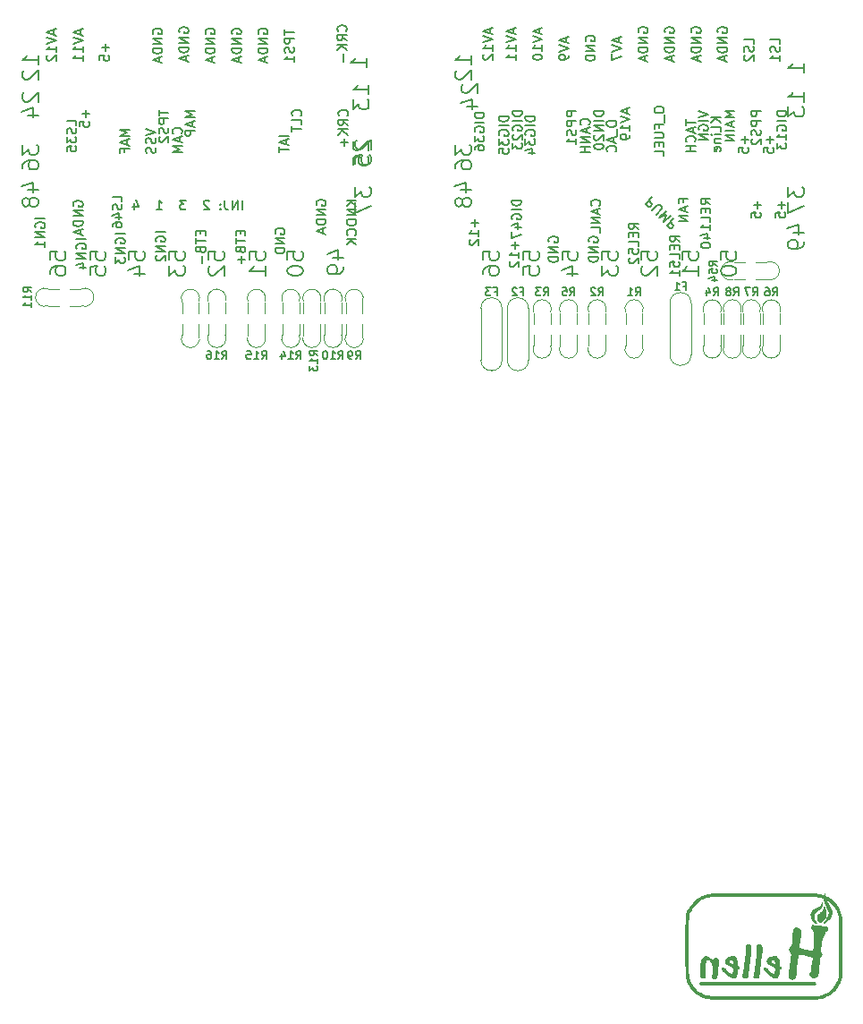
<source format=gbo>
G04 #@! TF.GenerationSoftware,KiCad,Pcbnew,8.0.6-8.0.6-0~ubuntu22.04.1*
G04 #@! TF.CreationDate,2024-11-30T07:36:20+00:00*
G04 #@! TF.ProjectId,hellen-112-17,68656c6c-656e-42d3-9131-322d31372e6b,B*
G04 #@! TF.SameCoordinates,Original*
G04 #@! TF.FileFunction,Legend,Bot*
G04 #@! TF.FilePolarity,Positive*
%FSLAX46Y46*%
G04 Gerber Fmt 4.6, Leading zero omitted, Abs format (unit mm)*
G04 Created by KiCad (PCBNEW 8.0.6-8.0.6-0~ubuntu22.04.1) date 2024-11-30 07:36:20*
%MOMM*%
%LPD*%
G01*
G04 APERTURE LIST*
%ADD10C,0.150000*%
%ADD11C,0.200000*%
%ADD12C,0.127000*%
%ADD13C,0.099060*%
%ADD14C,0.120000*%
%ADD15C,0.000000*%
G04 APERTURE END LIST*
D10*
X68908557Y85312970D02*
X68908557Y84798684D01*
X69808557Y85055827D02*
X68908557Y85055827D01*
X69551414Y84541542D02*
X69551414Y84112970D01*
X69808557Y84627256D02*
X68908557Y84327256D01*
X68908557Y84327256D02*
X69808557Y84027256D01*
X69722842Y83212970D02*
X69765700Y83255827D01*
X69765700Y83255827D02*
X69808557Y83384399D01*
X69808557Y83384399D02*
X69808557Y83470113D01*
X69808557Y83470113D02*
X69765700Y83598684D01*
X69765700Y83598684D02*
X69679985Y83684399D01*
X69679985Y83684399D02*
X69594271Y83727256D01*
X69594271Y83727256D02*
X69422842Y83770113D01*
X69422842Y83770113D02*
X69294271Y83770113D01*
X69294271Y83770113D02*
X69122842Y83727256D01*
X69122842Y83727256D02*
X69037128Y83684399D01*
X69037128Y83684399D02*
X68951414Y83598684D01*
X68951414Y83598684D02*
X68908557Y83470113D01*
X68908557Y83470113D02*
X68908557Y83384399D01*
X68908557Y83384399D02*
X68951414Y83255827D01*
X68951414Y83255827D02*
X68994271Y83212970D01*
X69808557Y82827256D02*
X68908557Y82827256D01*
X69337128Y82827256D02*
X69337128Y82312970D01*
X69808557Y82312970D02*
X68908557Y82312970D01*
X17808557Y84398685D02*
X18708557Y84098685D01*
X18708557Y84098685D02*
X17808557Y83798685D01*
X18665700Y83541542D02*
X18708557Y83412970D01*
X18708557Y83412970D02*
X18708557Y83198685D01*
X18708557Y83198685D02*
X18665700Y83112970D01*
X18665700Y83112970D02*
X18622842Y83070113D01*
X18622842Y83070113D02*
X18537128Y83027256D01*
X18537128Y83027256D02*
X18451414Y83027256D01*
X18451414Y83027256D02*
X18365700Y83070113D01*
X18365700Y83070113D02*
X18322842Y83112970D01*
X18322842Y83112970D02*
X18279985Y83198685D01*
X18279985Y83198685D02*
X18237128Y83370113D01*
X18237128Y83370113D02*
X18194271Y83455828D01*
X18194271Y83455828D02*
X18151414Y83498685D01*
X18151414Y83498685D02*
X18065700Y83541542D01*
X18065700Y83541542D02*
X17979985Y83541542D01*
X17979985Y83541542D02*
X17894271Y83498685D01*
X17894271Y83498685D02*
X17851414Y83455828D01*
X17851414Y83455828D02*
X17808557Y83370113D01*
X17808557Y83370113D02*
X17808557Y83155828D01*
X17808557Y83155828D02*
X17851414Y83027256D01*
X18665700Y82684399D02*
X18708557Y82555827D01*
X18708557Y82555827D02*
X18708557Y82341542D01*
X18708557Y82341542D02*
X18665700Y82255827D01*
X18665700Y82255827D02*
X18622842Y82212970D01*
X18622842Y82212970D02*
X18537128Y82170113D01*
X18537128Y82170113D02*
X18451414Y82170113D01*
X18451414Y82170113D02*
X18365700Y82212970D01*
X18365700Y82212970D02*
X18322842Y82255827D01*
X18322842Y82255827D02*
X18279985Y82341542D01*
X18279985Y82341542D02*
X18237128Y82512970D01*
X18237128Y82512970D02*
X18194271Y82598685D01*
X18194271Y82598685D02*
X18151414Y82641542D01*
X18151414Y82641542D02*
X18065700Y82684399D01*
X18065700Y82684399D02*
X17979985Y82684399D01*
X17979985Y82684399D02*
X17894271Y82641542D01*
X17894271Y82641542D02*
X17851414Y82598685D01*
X17851414Y82598685D02*
X17808557Y82512970D01*
X17808557Y82512970D02*
X17808557Y82298685D01*
X17808557Y82298685D02*
X17851414Y82170113D01*
X58508557Y86087031D02*
X57608557Y86087031D01*
X57608557Y86087031D02*
X57608557Y85744174D01*
X57608557Y85744174D02*
X57651414Y85658459D01*
X57651414Y85658459D02*
X57694271Y85615602D01*
X57694271Y85615602D02*
X57779985Y85572745D01*
X57779985Y85572745D02*
X57908557Y85572745D01*
X57908557Y85572745D02*
X57994271Y85615602D01*
X57994271Y85615602D02*
X58037128Y85658459D01*
X58037128Y85658459D02*
X58079985Y85744174D01*
X58079985Y85744174D02*
X58079985Y86087031D01*
X58508557Y85187031D02*
X57608557Y85187031D01*
X57608557Y85187031D02*
X57608557Y84844174D01*
X57608557Y84844174D02*
X57651414Y84758459D01*
X57651414Y84758459D02*
X57694271Y84715602D01*
X57694271Y84715602D02*
X57779985Y84672745D01*
X57779985Y84672745D02*
X57908557Y84672745D01*
X57908557Y84672745D02*
X57994271Y84715602D01*
X57994271Y84715602D02*
X58037128Y84758459D01*
X58037128Y84758459D02*
X58079985Y84844174D01*
X58079985Y84844174D02*
X58079985Y85187031D01*
X58465700Y84329888D02*
X58508557Y84201316D01*
X58508557Y84201316D02*
X58508557Y83987031D01*
X58508557Y83987031D02*
X58465700Y83901316D01*
X58465700Y83901316D02*
X58422842Y83858459D01*
X58422842Y83858459D02*
X58337128Y83815602D01*
X58337128Y83815602D02*
X58251414Y83815602D01*
X58251414Y83815602D02*
X58165700Y83858459D01*
X58165700Y83858459D02*
X58122842Y83901316D01*
X58122842Y83901316D02*
X58079985Y83987031D01*
X58079985Y83987031D02*
X58037128Y84158459D01*
X58037128Y84158459D02*
X57994271Y84244174D01*
X57994271Y84244174D02*
X57951414Y84287031D01*
X57951414Y84287031D02*
X57865700Y84329888D01*
X57865700Y84329888D02*
X57779985Y84329888D01*
X57779985Y84329888D02*
X57694271Y84287031D01*
X57694271Y84287031D02*
X57651414Y84244174D01*
X57651414Y84244174D02*
X57608557Y84158459D01*
X57608557Y84158459D02*
X57608557Y83944174D01*
X57608557Y83944174D02*
X57651414Y83815602D01*
X58508557Y82958459D02*
X58508557Y83472745D01*
X58508557Y83215602D02*
X57608557Y83215602D01*
X57608557Y83215602D02*
X57737128Y83301316D01*
X57737128Y83301316D02*
X57822842Y83387031D01*
X57822842Y83387031D02*
X57865700Y83472745D01*
X70108557Y86115602D02*
X71008557Y85815602D01*
X71008557Y85815602D02*
X70108557Y85515602D01*
X71008557Y85215602D02*
X70108557Y85215602D01*
X70151414Y84315602D02*
X70108557Y84401316D01*
X70108557Y84401316D02*
X70108557Y84529888D01*
X70108557Y84529888D02*
X70151414Y84658459D01*
X70151414Y84658459D02*
X70237128Y84744174D01*
X70237128Y84744174D02*
X70322842Y84787031D01*
X70322842Y84787031D02*
X70494271Y84829888D01*
X70494271Y84829888D02*
X70622842Y84829888D01*
X70622842Y84829888D02*
X70794271Y84787031D01*
X70794271Y84787031D02*
X70879985Y84744174D01*
X70879985Y84744174D02*
X70965700Y84658459D01*
X70965700Y84658459D02*
X71008557Y84529888D01*
X71008557Y84529888D02*
X71008557Y84444174D01*
X71008557Y84444174D02*
X70965700Y84315602D01*
X70965700Y84315602D02*
X70922842Y84272745D01*
X70922842Y84272745D02*
X70622842Y84272745D01*
X70622842Y84272745D02*
X70622842Y84444174D01*
X71008557Y83887031D02*
X70108557Y83887031D01*
X70108557Y83887031D02*
X71008557Y83372745D01*
X71008557Y83372745D02*
X70108557Y83372745D01*
X62551414Y93027257D02*
X62551414Y92598685D01*
X62808557Y93112971D02*
X61908557Y92812971D01*
X61908557Y92812971D02*
X62808557Y92512971D01*
X61908557Y92341542D02*
X62808557Y92041542D01*
X62808557Y92041542D02*
X61908557Y91741542D01*
X61908557Y91527256D02*
X61908557Y90927256D01*
X61908557Y90927256D02*
X62808557Y91312970D01*
X36722842Y93684399D02*
X36765700Y93727256D01*
X36765700Y93727256D02*
X36808557Y93855828D01*
X36808557Y93855828D02*
X36808557Y93941542D01*
X36808557Y93941542D02*
X36765700Y94070113D01*
X36765700Y94070113D02*
X36679985Y94155828D01*
X36679985Y94155828D02*
X36594271Y94198685D01*
X36594271Y94198685D02*
X36422842Y94241542D01*
X36422842Y94241542D02*
X36294271Y94241542D01*
X36294271Y94241542D02*
X36122842Y94198685D01*
X36122842Y94198685D02*
X36037128Y94155828D01*
X36037128Y94155828D02*
X35951414Y94070113D01*
X35951414Y94070113D02*
X35908557Y93941542D01*
X35908557Y93941542D02*
X35908557Y93855828D01*
X35908557Y93855828D02*
X35951414Y93727256D01*
X35951414Y93727256D02*
X35994271Y93684399D01*
X36808557Y92784399D02*
X36379985Y93084399D01*
X36808557Y93298685D02*
X35908557Y93298685D01*
X35908557Y93298685D02*
X35908557Y92955828D01*
X35908557Y92955828D02*
X35951414Y92870113D01*
X35951414Y92870113D02*
X35994271Y92827256D01*
X35994271Y92827256D02*
X36079985Y92784399D01*
X36079985Y92784399D02*
X36208557Y92784399D01*
X36208557Y92784399D02*
X36294271Y92827256D01*
X36294271Y92827256D02*
X36337128Y92870113D01*
X36337128Y92870113D02*
X36379985Y92955828D01*
X36379985Y92955828D02*
X36379985Y93298685D01*
X36808557Y92398685D02*
X35908557Y92398685D01*
X36808557Y91884399D02*
X36294271Y92270113D01*
X35908557Y91884399D02*
X36422842Y92398685D01*
X36465700Y91498685D02*
X36465700Y90812970D01*
X57551414Y93027257D02*
X57551414Y92598685D01*
X57808557Y93112971D02*
X56908557Y92812971D01*
X56908557Y92812971D02*
X57808557Y92512971D01*
X56908557Y92341542D02*
X57808557Y92041542D01*
X57808557Y92041542D02*
X56908557Y91741542D01*
X57808557Y91398685D02*
X57808557Y91227256D01*
X57808557Y91227256D02*
X57765700Y91141542D01*
X57765700Y91141542D02*
X57722842Y91098685D01*
X57722842Y91098685D02*
X57594271Y91012970D01*
X57594271Y91012970D02*
X57422842Y90970113D01*
X57422842Y90970113D02*
X57079985Y90970113D01*
X57079985Y90970113D02*
X56994271Y91012970D01*
X56994271Y91012970D02*
X56951414Y91055827D01*
X56951414Y91055827D02*
X56908557Y91141542D01*
X56908557Y91141542D02*
X56908557Y91312970D01*
X56908557Y91312970D02*
X56951414Y91398685D01*
X56951414Y91398685D02*
X56994271Y91441542D01*
X56994271Y91441542D02*
X57079985Y91484399D01*
X57079985Y91484399D02*
X57294271Y91484399D01*
X57294271Y91484399D02*
X57379985Y91441542D01*
X57379985Y91441542D02*
X57422842Y91398685D01*
X57422842Y91398685D02*
X57465700Y91312970D01*
X57465700Y91312970D02*
X57465700Y91141542D01*
X57465700Y91141542D02*
X57422842Y91055827D01*
X57422842Y91055827D02*
X57379985Y91012970D01*
X57379985Y91012970D02*
X57294271Y90970113D01*
X9051414Y93784400D02*
X9051414Y93355828D01*
X9308557Y93870114D02*
X8408557Y93570114D01*
X8408557Y93570114D02*
X9308557Y93270114D01*
X8408557Y93098685D02*
X9308557Y92798685D01*
X9308557Y92798685D02*
X8408557Y92498685D01*
X9308557Y91727256D02*
X9308557Y92241542D01*
X9308557Y91984399D02*
X8408557Y91984399D01*
X8408557Y91984399D02*
X8537128Y92070113D01*
X8537128Y92070113D02*
X8622842Y92155828D01*
X8622842Y92155828D02*
X8665700Y92241542D01*
X8494271Y91384399D02*
X8451414Y91341542D01*
X8451414Y91341542D02*
X8408557Y91255827D01*
X8408557Y91255827D02*
X8408557Y91041542D01*
X8408557Y91041542D02*
X8451414Y90955827D01*
X8451414Y90955827D02*
X8494271Y90912970D01*
X8494271Y90912970D02*
X8579985Y90870113D01*
X8579985Y90870113D02*
X8665700Y90870113D01*
X8665700Y90870113D02*
X8794271Y90912970D01*
X8794271Y90912970D02*
X9308557Y91427256D01*
X9308557Y91427256D02*
X9308557Y90870113D01*
X50351414Y93884400D02*
X50351414Y93455828D01*
X50608557Y93970114D02*
X49708557Y93670114D01*
X49708557Y93670114D02*
X50608557Y93370114D01*
X49708557Y93198685D02*
X50608557Y92898685D01*
X50608557Y92898685D02*
X49708557Y92598685D01*
X50608557Y91827256D02*
X50608557Y92341542D01*
X50608557Y92084399D02*
X49708557Y92084399D01*
X49708557Y92084399D02*
X49837128Y92170113D01*
X49837128Y92170113D02*
X49922842Y92255828D01*
X49922842Y92255828D02*
X49965700Y92341542D01*
X49794271Y91484399D02*
X49751414Y91441542D01*
X49751414Y91441542D02*
X49708557Y91355827D01*
X49708557Y91355827D02*
X49708557Y91141542D01*
X49708557Y91141542D02*
X49751414Y91055827D01*
X49751414Y91055827D02*
X49794271Y91012970D01*
X49794271Y91012970D02*
X49879985Y90970113D01*
X49879985Y90970113D02*
X49965700Y90970113D01*
X49965700Y90970113D02*
X50094271Y91012970D01*
X50094271Y91012970D02*
X50608557Y91527256D01*
X50608557Y91527256D02*
X50608557Y90970113D01*
X31308557Y83770113D02*
X30408557Y83770113D01*
X31051414Y83384399D02*
X31051414Y82955827D01*
X31308557Y83470113D02*
X30408557Y83170113D01*
X30408557Y83170113D02*
X31308557Y82870113D01*
X30408557Y82698684D02*
X30408557Y82184398D01*
X31308557Y82441541D02*
X30408557Y82441541D01*
X28451414Y93427256D02*
X28408557Y93512970D01*
X28408557Y93512970D02*
X28408557Y93641542D01*
X28408557Y93641542D02*
X28451414Y93770113D01*
X28451414Y93770113D02*
X28537128Y93855828D01*
X28537128Y93855828D02*
X28622842Y93898685D01*
X28622842Y93898685D02*
X28794271Y93941542D01*
X28794271Y93941542D02*
X28922842Y93941542D01*
X28922842Y93941542D02*
X29094271Y93898685D01*
X29094271Y93898685D02*
X29179985Y93855828D01*
X29179985Y93855828D02*
X29265700Y93770113D01*
X29265700Y93770113D02*
X29308557Y93641542D01*
X29308557Y93641542D02*
X29308557Y93555828D01*
X29308557Y93555828D02*
X29265700Y93427256D01*
X29265700Y93427256D02*
X29222842Y93384399D01*
X29222842Y93384399D02*
X28922842Y93384399D01*
X28922842Y93384399D02*
X28922842Y93555828D01*
X29308557Y92998685D02*
X28408557Y92998685D01*
X28408557Y92998685D02*
X29308557Y92484399D01*
X29308557Y92484399D02*
X28408557Y92484399D01*
X29308557Y92055828D02*
X28408557Y92055828D01*
X28408557Y92055828D02*
X28408557Y91841542D01*
X28408557Y91841542D02*
X28451414Y91712971D01*
X28451414Y91712971D02*
X28537128Y91627256D01*
X28537128Y91627256D02*
X28622842Y91584399D01*
X28622842Y91584399D02*
X28794271Y91541542D01*
X28794271Y91541542D02*
X28922842Y91541542D01*
X28922842Y91541542D02*
X29094271Y91584399D01*
X29094271Y91584399D02*
X29179985Y91627256D01*
X29179985Y91627256D02*
X29265700Y91712971D01*
X29265700Y91712971D02*
X29308557Y91841542D01*
X29308557Y91841542D02*
X29308557Y92055828D01*
X29051414Y91198685D02*
X29051414Y90770113D01*
X29308557Y91284399D02*
X28408557Y90984399D01*
X28408557Y90984399D02*
X29308557Y90684399D01*
X54608557Y85627256D02*
X53708557Y85627256D01*
X53708557Y85627256D02*
X53708557Y85412970D01*
X53708557Y85412970D02*
X53751414Y85284399D01*
X53751414Y85284399D02*
X53837128Y85198684D01*
X53837128Y85198684D02*
X53922842Y85155827D01*
X53922842Y85155827D02*
X54094271Y85112970D01*
X54094271Y85112970D02*
X54222842Y85112970D01*
X54222842Y85112970D02*
X54394271Y85155827D01*
X54394271Y85155827D02*
X54479985Y85198684D01*
X54479985Y85198684D02*
X54565700Y85284399D01*
X54565700Y85284399D02*
X54608557Y85412970D01*
X54608557Y85412970D02*
X54608557Y85627256D01*
X54608557Y84727256D02*
X53708557Y84727256D01*
X53751414Y83827256D02*
X53708557Y83912970D01*
X53708557Y83912970D02*
X53708557Y84041542D01*
X53708557Y84041542D02*
X53751414Y84170113D01*
X53751414Y84170113D02*
X53837128Y84255828D01*
X53837128Y84255828D02*
X53922842Y84298685D01*
X53922842Y84298685D02*
X54094271Y84341542D01*
X54094271Y84341542D02*
X54222842Y84341542D01*
X54222842Y84341542D02*
X54394271Y84298685D01*
X54394271Y84298685D02*
X54479985Y84255828D01*
X54479985Y84255828D02*
X54565700Y84170113D01*
X54565700Y84170113D02*
X54608557Y84041542D01*
X54608557Y84041542D02*
X54608557Y83955828D01*
X54608557Y83955828D02*
X54565700Y83827256D01*
X54565700Y83827256D02*
X54522842Y83784399D01*
X54522842Y83784399D02*
X54222842Y83784399D01*
X54222842Y83784399D02*
X54222842Y83955828D01*
X53708557Y83484399D02*
X53708557Y82927256D01*
X53708557Y82927256D02*
X54051414Y83227256D01*
X54051414Y83227256D02*
X54051414Y83098685D01*
X54051414Y83098685D02*
X54094271Y83012970D01*
X54094271Y83012970D02*
X54137128Y82970113D01*
X54137128Y82970113D02*
X54222842Y82927256D01*
X54222842Y82927256D02*
X54437128Y82927256D01*
X54437128Y82927256D02*
X54522842Y82970113D01*
X54522842Y82970113D02*
X54565700Y83012970D01*
X54565700Y83012970D02*
X54608557Y83098685D01*
X54608557Y83098685D02*
X54608557Y83355828D01*
X54608557Y83355828D02*
X54565700Y83441542D01*
X54565700Y83441542D02*
X54522842Y83484399D01*
X54008557Y82155827D02*
X54608557Y82155827D01*
X53665700Y82370113D02*
X54308557Y82584399D01*
X54308557Y82584399D02*
X54308557Y82027256D01*
X75308557Y92498684D02*
X75308557Y92927256D01*
X75308557Y92927256D02*
X74408557Y92927256D01*
X75265700Y92241542D02*
X75308557Y92112970D01*
X75308557Y92112970D02*
X75308557Y91898685D01*
X75308557Y91898685D02*
X75265700Y91812970D01*
X75265700Y91812970D02*
X75222842Y91770113D01*
X75222842Y91770113D02*
X75137128Y91727256D01*
X75137128Y91727256D02*
X75051414Y91727256D01*
X75051414Y91727256D02*
X74965700Y91770113D01*
X74965700Y91770113D02*
X74922842Y91812970D01*
X74922842Y91812970D02*
X74879985Y91898685D01*
X74879985Y91898685D02*
X74837128Y92070113D01*
X74837128Y92070113D02*
X74794271Y92155828D01*
X74794271Y92155828D02*
X74751414Y92198685D01*
X74751414Y92198685D02*
X74665700Y92241542D01*
X74665700Y92241542D02*
X74579985Y92241542D01*
X74579985Y92241542D02*
X74494271Y92198685D01*
X74494271Y92198685D02*
X74451414Y92155828D01*
X74451414Y92155828D02*
X74408557Y92070113D01*
X74408557Y92070113D02*
X74408557Y91855828D01*
X74408557Y91855828D02*
X74451414Y91727256D01*
X74494271Y91384399D02*
X74451414Y91341542D01*
X74451414Y91341542D02*
X74408557Y91255827D01*
X74408557Y91255827D02*
X74408557Y91041542D01*
X74408557Y91041542D02*
X74451414Y90955827D01*
X74451414Y90955827D02*
X74494271Y90912970D01*
X74494271Y90912970D02*
X74579985Y90870113D01*
X74579985Y90870113D02*
X74665700Y90870113D01*
X74665700Y90870113D02*
X74794271Y90912970D01*
X74794271Y90912970D02*
X75308557Y91427256D01*
X75308557Y91427256D02*
X75308557Y90870113D01*
X64408557Y74972745D02*
X63979985Y75272745D01*
X64408557Y75487031D02*
X63508557Y75487031D01*
X63508557Y75487031D02*
X63508557Y75144174D01*
X63508557Y75144174D02*
X63551414Y75058459D01*
X63551414Y75058459D02*
X63594271Y75015602D01*
X63594271Y75015602D02*
X63679985Y74972745D01*
X63679985Y74972745D02*
X63808557Y74972745D01*
X63808557Y74972745D02*
X63894271Y75015602D01*
X63894271Y75015602D02*
X63937128Y75058459D01*
X63937128Y75058459D02*
X63979985Y75144174D01*
X63979985Y75144174D02*
X63979985Y75487031D01*
X63937128Y74587031D02*
X63937128Y74287031D01*
X64408557Y74158459D02*
X64408557Y74587031D01*
X64408557Y74587031D02*
X63508557Y74587031D01*
X63508557Y74587031D02*
X63508557Y74158459D01*
X64408557Y73344173D02*
X64408557Y73772745D01*
X64408557Y73772745D02*
X63508557Y73772745D01*
X63508557Y72615602D02*
X63508557Y73044174D01*
X63508557Y73044174D02*
X63937128Y73087031D01*
X63937128Y73087031D02*
X63894271Y73044174D01*
X63894271Y73044174D02*
X63851414Y72958459D01*
X63851414Y72958459D02*
X63851414Y72744174D01*
X63851414Y72744174D02*
X63894271Y72658459D01*
X63894271Y72658459D02*
X63937128Y72615602D01*
X63937128Y72615602D02*
X64022842Y72572745D01*
X64022842Y72572745D02*
X64237128Y72572745D01*
X64237128Y72572745D02*
X64322842Y72615602D01*
X64322842Y72615602D02*
X64365700Y72658459D01*
X64365700Y72658459D02*
X64408557Y72744174D01*
X64408557Y72744174D02*
X64408557Y72958459D01*
X64408557Y72958459D02*
X64365700Y73044174D01*
X64365700Y73044174D02*
X64322842Y73087031D01*
X63594271Y72229888D02*
X63551414Y72187031D01*
X63551414Y72187031D02*
X63508557Y72101316D01*
X63508557Y72101316D02*
X63508557Y71887031D01*
X63508557Y71887031D02*
X63551414Y71801316D01*
X63551414Y71801316D02*
X63594271Y71758459D01*
X63594271Y71758459D02*
X63679985Y71715602D01*
X63679985Y71715602D02*
X63765700Y71715602D01*
X63765700Y71715602D02*
X63894271Y71758459D01*
X63894271Y71758459D02*
X64408557Y72272745D01*
X64408557Y72272745D02*
X64408557Y71715602D01*
X59451414Y92755827D02*
X59408557Y92841541D01*
X59408557Y92841541D02*
X59408557Y92970113D01*
X59408557Y92970113D02*
X59451414Y93098684D01*
X59451414Y93098684D02*
X59537128Y93184399D01*
X59537128Y93184399D02*
X59622842Y93227256D01*
X59622842Y93227256D02*
X59794271Y93270113D01*
X59794271Y93270113D02*
X59922842Y93270113D01*
X59922842Y93270113D02*
X60094271Y93227256D01*
X60094271Y93227256D02*
X60179985Y93184399D01*
X60179985Y93184399D02*
X60265700Y93098684D01*
X60265700Y93098684D02*
X60308557Y92970113D01*
X60308557Y92970113D02*
X60308557Y92884399D01*
X60308557Y92884399D02*
X60265700Y92755827D01*
X60265700Y92755827D02*
X60222842Y92712970D01*
X60222842Y92712970D02*
X59922842Y92712970D01*
X59922842Y92712970D02*
X59922842Y92884399D01*
X60308557Y92327256D02*
X59408557Y92327256D01*
X59408557Y92327256D02*
X60308557Y91812970D01*
X60308557Y91812970D02*
X59408557Y91812970D01*
X60308557Y91384399D02*
X59408557Y91384399D01*
X59408557Y91384399D02*
X59408557Y91170113D01*
X59408557Y91170113D02*
X59451414Y91041542D01*
X59451414Y91041542D02*
X59537128Y90955827D01*
X59537128Y90955827D02*
X59622842Y90912970D01*
X59622842Y90912970D02*
X59794271Y90870113D01*
X59794271Y90870113D02*
X59922842Y90870113D01*
X59922842Y90870113D02*
X60094271Y90912970D01*
X60094271Y90912970D02*
X60179985Y90955827D01*
X60179985Y90955827D02*
X60265700Y91041542D01*
X60265700Y91041542D02*
X60308557Y91170113D01*
X60308557Y91170113D02*
X60308557Y91384399D01*
X72208557Y85527256D02*
X71308557Y85527256D01*
X72208557Y85012970D02*
X71694271Y85398684D01*
X71308557Y85012970D02*
X71822842Y85527256D01*
X72208557Y84198684D02*
X72208557Y84627256D01*
X72208557Y84627256D02*
X71308557Y84627256D01*
X72208557Y83898685D02*
X71608557Y83898685D01*
X71308557Y83898685D02*
X71351414Y83941542D01*
X71351414Y83941542D02*
X71394271Y83898685D01*
X71394271Y83898685D02*
X71351414Y83855828D01*
X71351414Y83855828D02*
X71308557Y83898685D01*
X71308557Y83898685D02*
X71394271Y83898685D01*
X71608557Y83470114D02*
X72208557Y83470114D01*
X71694271Y83470114D02*
X71651414Y83427257D01*
X71651414Y83427257D02*
X71608557Y83341542D01*
X71608557Y83341542D02*
X71608557Y83212971D01*
X71608557Y83212971D02*
X71651414Y83127257D01*
X71651414Y83127257D02*
X71737128Y83084399D01*
X71737128Y83084399D02*
X72208557Y83084399D01*
X72165700Y82312971D02*
X72208557Y82398685D01*
X72208557Y82398685D02*
X72208557Y82570113D01*
X72208557Y82570113D02*
X72165700Y82655828D01*
X72165700Y82655828D02*
X72079985Y82698685D01*
X72079985Y82698685D02*
X71737128Y82698685D01*
X71737128Y82698685D02*
X71651414Y82655828D01*
X71651414Y82655828D02*
X71608557Y82570113D01*
X71608557Y82570113D02*
X71608557Y82398685D01*
X71608557Y82398685D02*
X71651414Y82312971D01*
X71651414Y82312971D02*
X71737128Y82270113D01*
X71737128Y82270113D02*
X71822842Y82270113D01*
X71822842Y82270113D02*
X71908557Y82698685D01*
X68308557Y73772745D02*
X67879985Y74072745D01*
X68308557Y74287031D02*
X67408557Y74287031D01*
X67408557Y74287031D02*
X67408557Y73944174D01*
X67408557Y73944174D02*
X67451414Y73858459D01*
X67451414Y73858459D02*
X67494271Y73815602D01*
X67494271Y73815602D02*
X67579985Y73772745D01*
X67579985Y73772745D02*
X67708557Y73772745D01*
X67708557Y73772745D02*
X67794271Y73815602D01*
X67794271Y73815602D02*
X67837128Y73858459D01*
X67837128Y73858459D02*
X67879985Y73944174D01*
X67879985Y73944174D02*
X67879985Y74287031D01*
X67837128Y73387031D02*
X67837128Y73087031D01*
X68308557Y72958459D02*
X68308557Y73387031D01*
X68308557Y73387031D02*
X67408557Y73387031D01*
X67408557Y73387031D02*
X67408557Y72958459D01*
X68308557Y72144173D02*
X68308557Y72572745D01*
X68308557Y72572745D02*
X67408557Y72572745D01*
X67408557Y71415602D02*
X67408557Y71844174D01*
X67408557Y71844174D02*
X67837128Y71887031D01*
X67837128Y71887031D02*
X67794271Y71844174D01*
X67794271Y71844174D02*
X67751414Y71758459D01*
X67751414Y71758459D02*
X67751414Y71544174D01*
X67751414Y71544174D02*
X67794271Y71458459D01*
X67794271Y71458459D02*
X67837128Y71415602D01*
X67837128Y71415602D02*
X67922842Y71372745D01*
X67922842Y71372745D02*
X68137128Y71372745D01*
X68137128Y71372745D02*
X68222842Y71415602D01*
X68222842Y71415602D02*
X68265700Y71458459D01*
X68265700Y71458459D02*
X68308557Y71544174D01*
X68308557Y71544174D02*
X68308557Y71758459D01*
X68308557Y71758459D02*
X68265700Y71844174D01*
X68265700Y71844174D02*
X68222842Y71887031D01*
X68308557Y70515602D02*
X68308557Y71029888D01*
X68308557Y70772745D02*
X67408557Y70772745D01*
X67408557Y70772745D02*
X67537128Y70858459D01*
X67537128Y70858459D02*
X67622842Y70944174D01*
X67622842Y70944174D02*
X67665700Y71029888D01*
X53308557Y77687031D02*
X52408557Y77687031D01*
X52408557Y77687031D02*
X52408557Y77472745D01*
X52408557Y77472745D02*
X52451414Y77344174D01*
X52451414Y77344174D02*
X52537128Y77258459D01*
X52537128Y77258459D02*
X52622842Y77215602D01*
X52622842Y77215602D02*
X52794271Y77172745D01*
X52794271Y77172745D02*
X52922842Y77172745D01*
X52922842Y77172745D02*
X53094271Y77215602D01*
X53094271Y77215602D02*
X53179985Y77258459D01*
X53179985Y77258459D02*
X53265700Y77344174D01*
X53265700Y77344174D02*
X53308557Y77472745D01*
X53308557Y77472745D02*
X53308557Y77687031D01*
X53308557Y76787031D02*
X52408557Y76787031D01*
X52451414Y75887031D02*
X52408557Y75972745D01*
X52408557Y75972745D02*
X52408557Y76101317D01*
X52408557Y76101317D02*
X52451414Y76229888D01*
X52451414Y76229888D02*
X52537128Y76315603D01*
X52537128Y76315603D02*
X52622842Y76358460D01*
X52622842Y76358460D02*
X52794271Y76401317D01*
X52794271Y76401317D02*
X52922842Y76401317D01*
X52922842Y76401317D02*
X53094271Y76358460D01*
X53094271Y76358460D02*
X53179985Y76315603D01*
X53179985Y76315603D02*
X53265700Y76229888D01*
X53265700Y76229888D02*
X53308557Y76101317D01*
X53308557Y76101317D02*
X53308557Y76015603D01*
X53308557Y76015603D02*
X53265700Y75887031D01*
X53265700Y75887031D02*
X53222842Y75844174D01*
X53222842Y75844174D02*
X52922842Y75844174D01*
X52922842Y75844174D02*
X52922842Y76015603D01*
X52708557Y75072745D02*
X53308557Y75072745D01*
X52365700Y75287031D02*
X53008557Y75501317D01*
X53008557Y75501317D02*
X53008557Y74944174D01*
X52408557Y74687031D02*
X52408557Y74087031D01*
X52408557Y74087031D02*
X53308557Y74472745D01*
X16208557Y84355828D02*
X15308557Y84355828D01*
X15308557Y84355828D02*
X15951414Y84055828D01*
X15951414Y84055828D02*
X15308557Y83755828D01*
X15308557Y83755828D02*
X16208557Y83755828D01*
X15951414Y83370114D02*
X15951414Y82941542D01*
X16208557Y83455828D02*
X15308557Y83155828D01*
X15308557Y83155828D02*
X16208557Y82855828D01*
X15737128Y82255828D02*
X15737128Y82555828D01*
X16208557Y82555828D02*
X15308557Y82555828D01*
X15308557Y82555828D02*
X15308557Y82127256D01*
X20951414Y93527256D02*
X20908557Y93612970D01*
X20908557Y93612970D02*
X20908557Y93741542D01*
X20908557Y93741542D02*
X20951414Y93870113D01*
X20951414Y93870113D02*
X21037128Y93955828D01*
X21037128Y93955828D02*
X21122842Y93998685D01*
X21122842Y93998685D02*
X21294271Y94041542D01*
X21294271Y94041542D02*
X21422842Y94041542D01*
X21422842Y94041542D02*
X21594271Y93998685D01*
X21594271Y93998685D02*
X21679985Y93955828D01*
X21679985Y93955828D02*
X21765700Y93870113D01*
X21765700Y93870113D02*
X21808557Y93741542D01*
X21808557Y93741542D02*
X21808557Y93655828D01*
X21808557Y93655828D02*
X21765700Y93527256D01*
X21765700Y93527256D02*
X21722842Y93484399D01*
X21722842Y93484399D02*
X21422842Y93484399D01*
X21422842Y93484399D02*
X21422842Y93655828D01*
X21808557Y93098685D02*
X20908557Y93098685D01*
X20908557Y93098685D02*
X21808557Y92584399D01*
X21808557Y92584399D02*
X20908557Y92584399D01*
X21808557Y92155828D02*
X20908557Y92155828D01*
X20908557Y92155828D02*
X20908557Y91941542D01*
X20908557Y91941542D02*
X20951414Y91812971D01*
X20951414Y91812971D02*
X21037128Y91727256D01*
X21037128Y91727256D02*
X21122842Y91684399D01*
X21122842Y91684399D02*
X21294271Y91641542D01*
X21294271Y91641542D02*
X21422842Y91641542D01*
X21422842Y91641542D02*
X21594271Y91684399D01*
X21594271Y91684399D02*
X21679985Y91727256D01*
X21679985Y91727256D02*
X21765700Y91812971D01*
X21765700Y91812971D02*
X21808557Y91941542D01*
X21808557Y91941542D02*
X21808557Y92155828D01*
X21551414Y91298685D02*
X21551414Y90870113D01*
X21808557Y91384399D02*
X20908557Y91084399D01*
X20908557Y91084399D02*
X21808557Y90784399D01*
X32422842Y85672745D02*
X32465700Y85715602D01*
X32465700Y85715602D02*
X32508557Y85844174D01*
X32508557Y85844174D02*
X32508557Y85929888D01*
X32508557Y85929888D02*
X32465700Y86058459D01*
X32465700Y86058459D02*
X32379985Y86144174D01*
X32379985Y86144174D02*
X32294271Y86187031D01*
X32294271Y86187031D02*
X32122842Y86229888D01*
X32122842Y86229888D02*
X31994271Y86229888D01*
X31994271Y86229888D02*
X31822842Y86187031D01*
X31822842Y86187031D02*
X31737128Y86144174D01*
X31737128Y86144174D02*
X31651414Y86058459D01*
X31651414Y86058459D02*
X31608557Y85929888D01*
X31608557Y85929888D02*
X31608557Y85844174D01*
X31608557Y85844174D02*
X31651414Y85715602D01*
X31651414Y85715602D02*
X31694271Y85672745D01*
X32508557Y84858459D02*
X32508557Y85287031D01*
X32508557Y85287031D02*
X31608557Y85287031D01*
X31608557Y84687031D02*
X31608557Y84172745D01*
X32508557Y84429888D02*
X31608557Y84429888D01*
X11551414Y93784400D02*
X11551414Y93355828D01*
X11808557Y93870114D02*
X10908557Y93570114D01*
X10908557Y93570114D02*
X11808557Y93270114D01*
X10908557Y93098685D02*
X11808557Y92798685D01*
X11808557Y92798685D02*
X10908557Y92498685D01*
X11808557Y91727256D02*
X11808557Y92241542D01*
X11808557Y91984399D02*
X10908557Y91984399D01*
X10908557Y91984399D02*
X11037128Y92070113D01*
X11037128Y92070113D02*
X11122842Y92155828D01*
X11122842Y92155828D02*
X11165700Y92241542D01*
X11808557Y90870113D02*
X11808557Y91384399D01*
X11808557Y91127256D02*
X10908557Y91127256D01*
X10908557Y91127256D02*
X11037128Y91212970D01*
X11037128Y91212970D02*
X11122842Y91298685D01*
X11122842Y91298685D02*
X11165700Y91384399D01*
X30051414Y74515602D02*
X30008557Y74601316D01*
X30008557Y74601316D02*
X30008557Y74729888D01*
X30008557Y74729888D02*
X30051414Y74858459D01*
X30051414Y74858459D02*
X30137128Y74944174D01*
X30137128Y74944174D02*
X30222842Y74987031D01*
X30222842Y74987031D02*
X30394271Y75029888D01*
X30394271Y75029888D02*
X30522842Y75029888D01*
X30522842Y75029888D02*
X30694271Y74987031D01*
X30694271Y74987031D02*
X30779985Y74944174D01*
X30779985Y74944174D02*
X30865700Y74858459D01*
X30865700Y74858459D02*
X30908557Y74729888D01*
X30908557Y74729888D02*
X30908557Y74644174D01*
X30908557Y74644174D02*
X30865700Y74515602D01*
X30865700Y74515602D02*
X30822842Y74472745D01*
X30822842Y74472745D02*
X30522842Y74472745D01*
X30522842Y74472745D02*
X30522842Y74644174D01*
X30908557Y74087031D02*
X30008557Y74087031D01*
X30008557Y74087031D02*
X30908557Y73572745D01*
X30908557Y73572745D02*
X30008557Y73572745D01*
X30908557Y73144174D02*
X30008557Y73144174D01*
X30008557Y73144174D02*
X30008557Y72929888D01*
X30008557Y72929888D02*
X30051414Y72801317D01*
X30051414Y72801317D02*
X30137128Y72715602D01*
X30137128Y72715602D02*
X30222842Y72672745D01*
X30222842Y72672745D02*
X30394271Y72629888D01*
X30394271Y72629888D02*
X30522842Y72629888D01*
X30522842Y72629888D02*
X30694271Y72672745D01*
X30694271Y72672745D02*
X30779985Y72715602D01*
X30779985Y72715602D02*
X30865700Y72801317D01*
X30865700Y72801317D02*
X30908557Y72929888D01*
X30908557Y72929888D02*
X30908557Y73144174D01*
X55951414Y73715602D02*
X55908557Y73801316D01*
X55908557Y73801316D02*
X55908557Y73929888D01*
X55908557Y73929888D02*
X55951414Y74058459D01*
X55951414Y74058459D02*
X56037128Y74144174D01*
X56037128Y74144174D02*
X56122842Y74187031D01*
X56122842Y74187031D02*
X56294271Y74229888D01*
X56294271Y74229888D02*
X56422842Y74229888D01*
X56422842Y74229888D02*
X56594271Y74187031D01*
X56594271Y74187031D02*
X56679985Y74144174D01*
X56679985Y74144174D02*
X56765700Y74058459D01*
X56765700Y74058459D02*
X56808557Y73929888D01*
X56808557Y73929888D02*
X56808557Y73844174D01*
X56808557Y73844174D02*
X56765700Y73715602D01*
X56765700Y73715602D02*
X56722842Y73672745D01*
X56722842Y73672745D02*
X56422842Y73672745D01*
X56422842Y73672745D02*
X56422842Y73844174D01*
X56808557Y73287031D02*
X55908557Y73287031D01*
X55908557Y73287031D02*
X56808557Y72772745D01*
X56808557Y72772745D02*
X55908557Y72772745D01*
X56808557Y72344174D02*
X55908557Y72344174D01*
X55908557Y72344174D02*
X55908557Y72129888D01*
X55908557Y72129888D02*
X55951414Y72001317D01*
X55951414Y72001317D02*
X56037128Y71915602D01*
X56037128Y71915602D02*
X56122842Y71872745D01*
X56122842Y71872745D02*
X56294271Y71829888D01*
X56294271Y71829888D02*
X56422842Y71829888D01*
X56422842Y71829888D02*
X56594271Y71872745D01*
X56594271Y71872745D02*
X56679985Y71915602D01*
X56679985Y71915602D02*
X56765700Y72001317D01*
X56765700Y72001317D02*
X56808557Y72129888D01*
X56808557Y72129888D02*
X56808557Y72344174D01*
X61108557Y86087031D02*
X60208557Y86087031D01*
X60208557Y86087031D02*
X60208557Y85872745D01*
X60208557Y85872745D02*
X60251414Y85744174D01*
X60251414Y85744174D02*
X60337128Y85658459D01*
X60337128Y85658459D02*
X60422842Y85615602D01*
X60422842Y85615602D02*
X60594271Y85572745D01*
X60594271Y85572745D02*
X60722842Y85572745D01*
X60722842Y85572745D02*
X60894271Y85615602D01*
X60894271Y85615602D02*
X60979985Y85658459D01*
X60979985Y85658459D02*
X61065700Y85744174D01*
X61065700Y85744174D02*
X61108557Y85872745D01*
X61108557Y85872745D02*
X61108557Y86087031D01*
X61108557Y85187031D02*
X60208557Y85187031D01*
X61108557Y84758460D02*
X60208557Y84758460D01*
X60208557Y84758460D02*
X61108557Y84244174D01*
X61108557Y84244174D02*
X60208557Y84244174D01*
X60294271Y83858460D02*
X60251414Y83815603D01*
X60251414Y83815603D02*
X60208557Y83729888D01*
X60208557Y83729888D02*
X60208557Y83515603D01*
X60208557Y83515603D02*
X60251414Y83429888D01*
X60251414Y83429888D02*
X60294271Y83387031D01*
X60294271Y83387031D02*
X60379985Y83344174D01*
X60379985Y83344174D02*
X60465700Y83344174D01*
X60465700Y83344174D02*
X60594271Y83387031D01*
X60594271Y83387031D02*
X61108557Y83901317D01*
X61108557Y83901317D02*
X61108557Y83344174D01*
X60208557Y82787031D02*
X60208557Y82701317D01*
X60208557Y82701317D02*
X60251414Y82615603D01*
X60251414Y82615603D02*
X60294271Y82572745D01*
X60294271Y82572745D02*
X60379985Y82529888D01*
X60379985Y82529888D02*
X60551414Y82487031D01*
X60551414Y82487031D02*
X60765700Y82487031D01*
X60765700Y82487031D02*
X60937128Y82529888D01*
X60937128Y82529888D02*
X61022842Y82572745D01*
X61022842Y82572745D02*
X61065700Y82615603D01*
X61065700Y82615603D02*
X61108557Y82701317D01*
X61108557Y82701317D02*
X61108557Y82787031D01*
X61108557Y82787031D02*
X61065700Y82872745D01*
X61065700Y82872745D02*
X61022842Y82915603D01*
X61022842Y82915603D02*
X60937128Y82958460D01*
X60937128Y82958460D02*
X60765700Y83001317D01*
X60765700Y83001317D02*
X60551414Y83001317D01*
X60551414Y83001317D02*
X60379985Y82958460D01*
X60379985Y82958460D02*
X60294271Y82915603D01*
X60294271Y82915603D02*
X60251414Y82872745D01*
X60251414Y82872745D02*
X60208557Y82787031D01*
X21122842Y83970113D02*
X21165700Y84012970D01*
X21165700Y84012970D02*
X21208557Y84141542D01*
X21208557Y84141542D02*
X21208557Y84227256D01*
X21208557Y84227256D02*
X21165700Y84355827D01*
X21165700Y84355827D02*
X21079985Y84441542D01*
X21079985Y84441542D02*
X20994271Y84484399D01*
X20994271Y84484399D02*
X20822842Y84527256D01*
X20822842Y84527256D02*
X20694271Y84527256D01*
X20694271Y84527256D02*
X20522842Y84484399D01*
X20522842Y84484399D02*
X20437128Y84441542D01*
X20437128Y84441542D02*
X20351414Y84355827D01*
X20351414Y84355827D02*
X20308557Y84227256D01*
X20308557Y84227256D02*
X20308557Y84141542D01*
X20308557Y84141542D02*
X20351414Y84012970D01*
X20351414Y84012970D02*
X20394271Y83970113D01*
X20951414Y83627256D02*
X20951414Y83198684D01*
X21208557Y83712970D02*
X20308557Y83412970D01*
X20308557Y83412970D02*
X21208557Y83112970D01*
X21208557Y82812970D02*
X20308557Y82812970D01*
X20308557Y82812970D02*
X20951414Y82512970D01*
X20951414Y82512970D02*
X20308557Y82212970D01*
X20308557Y82212970D02*
X21208557Y82212970D01*
X65710196Y77967591D02*
X65073800Y77331195D01*
X65073800Y77331195D02*
X65316237Y77088758D01*
X65316237Y77088758D02*
X65407150Y77058454D01*
X65407150Y77058454D02*
X65467759Y77058454D01*
X65467759Y77058454D02*
X65558673Y77088758D01*
X65558673Y77088758D02*
X65649587Y77179672D01*
X65649587Y77179672D02*
X65679891Y77270586D01*
X65679891Y77270586D02*
X65679891Y77331195D01*
X65679891Y77331195D02*
X65649587Y77422109D01*
X65649587Y77422109D02*
X65407150Y77664545D01*
X65710196Y76694799D02*
X66225374Y77209977D01*
X66225374Y77209977D02*
X66316288Y77240281D01*
X66316288Y77240281D02*
X66376897Y77240281D01*
X66376897Y77240281D02*
X66467810Y77209977D01*
X66467810Y77209977D02*
X66589029Y77088758D01*
X66589029Y77088758D02*
X66619333Y76997845D01*
X66619333Y76997845D02*
X66619333Y76937235D01*
X66619333Y76937235D02*
X66589029Y76846322D01*
X66589029Y76846322D02*
X66073851Y76331144D01*
X67013293Y76664494D02*
X66376897Y76028098D01*
X66376897Y76028098D02*
X67043597Y76270535D01*
X67043597Y76270535D02*
X66801161Y75603834D01*
X66801161Y75603834D02*
X67437557Y76240230D01*
X67740602Y75937185D02*
X67104206Y75300789D01*
X67104206Y75300789D02*
X67346643Y75058352D01*
X67346643Y75058352D02*
X67437556Y75028048D01*
X67437556Y75028048D02*
X67498166Y75028048D01*
X67498166Y75028048D02*
X67589079Y75058352D01*
X67589079Y75058352D02*
X67679993Y75149266D01*
X67679993Y75149266D02*
X67710298Y75240180D01*
X67710298Y75240180D02*
X67710298Y75300789D01*
X67710298Y75300789D02*
X67679993Y75391702D01*
X67679993Y75391702D02*
X67437556Y75634139D01*
X8208557Y75987031D02*
X7308557Y75987031D01*
X7351414Y75087031D02*
X7308557Y75172745D01*
X7308557Y75172745D02*
X7308557Y75301317D01*
X7308557Y75301317D02*
X7351414Y75429888D01*
X7351414Y75429888D02*
X7437128Y75515603D01*
X7437128Y75515603D02*
X7522842Y75558460D01*
X7522842Y75558460D02*
X7694271Y75601317D01*
X7694271Y75601317D02*
X7822842Y75601317D01*
X7822842Y75601317D02*
X7994271Y75558460D01*
X7994271Y75558460D02*
X8079985Y75515603D01*
X8079985Y75515603D02*
X8165700Y75429888D01*
X8165700Y75429888D02*
X8208557Y75301317D01*
X8208557Y75301317D02*
X8208557Y75215603D01*
X8208557Y75215603D02*
X8165700Y75087031D01*
X8165700Y75087031D02*
X8122842Y75044174D01*
X8122842Y75044174D02*
X7822842Y75044174D01*
X7822842Y75044174D02*
X7822842Y75215603D01*
X8208557Y74658460D02*
X7308557Y74658460D01*
X7308557Y74658460D02*
X8208557Y74144174D01*
X8208557Y74144174D02*
X7308557Y74144174D01*
X8208557Y73244174D02*
X8208557Y73758460D01*
X8208557Y73501317D02*
X7308557Y73501317D01*
X7308557Y73501317D02*
X7437128Y73587031D01*
X7437128Y73587031D02*
X7522842Y73672746D01*
X7522842Y73672746D02*
X7565700Y73758460D01*
X23451414Y93427256D02*
X23408557Y93512970D01*
X23408557Y93512970D02*
X23408557Y93641542D01*
X23408557Y93641542D02*
X23451414Y93770113D01*
X23451414Y93770113D02*
X23537128Y93855828D01*
X23537128Y93855828D02*
X23622842Y93898685D01*
X23622842Y93898685D02*
X23794271Y93941542D01*
X23794271Y93941542D02*
X23922842Y93941542D01*
X23922842Y93941542D02*
X24094271Y93898685D01*
X24094271Y93898685D02*
X24179985Y93855828D01*
X24179985Y93855828D02*
X24265700Y93770113D01*
X24265700Y93770113D02*
X24308557Y93641542D01*
X24308557Y93641542D02*
X24308557Y93555828D01*
X24308557Y93555828D02*
X24265700Y93427256D01*
X24265700Y93427256D02*
X24222842Y93384399D01*
X24222842Y93384399D02*
X23922842Y93384399D01*
X23922842Y93384399D02*
X23922842Y93555828D01*
X24308557Y92998685D02*
X23408557Y92998685D01*
X23408557Y92998685D02*
X24308557Y92484399D01*
X24308557Y92484399D02*
X23408557Y92484399D01*
X24308557Y92055828D02*
X23408557Y92055828D01*
X23408557Y92055828D02*
X23408557Y91841542D01*
X23408557Y91841542D02*
X23451414Y91712971D01*
X23451414Y91712971D02*
X23537128Y91627256D01*
X23537128Y91627256D02*
X23622842Y91584399D01*
X23622842Y91584399D02*
X23794271Y91541542D01*
X23794271Y91541542D02*
X23922842Y91541542D01*
X23922842Y91541542D02*
X24094271Y91584399D01*
X24094271Y91584399D02*
X24179985Y91627256D01*
X24179985Y91627256D02*
X24265700Y91712971D01*
X24265700Y91712971D02*
X24308557Y91841542D01*
X24308557Y91841542D02*
X24308557Y92055828D01*
X24051414Y91198685D02*
X24051414Y90770113D01*
X24308557Y91284399D02*
X23408557Y90984399D01*
X23408557Y90984399D02*
X24308557Y90684399D01*
X64451414Y93527256D02*
X64408557Y93612970D01*
X64408557Y93612970D02*
X64408557Y93741542D01*
X64408557Y93741542D02*
X64451414Y93870113D01*
X64451414Y93870113D02*
X64537128Y93955828D01*
X64537128Y93955828D02*
X64622842Y93998685D01*
X64622842Y93998685D02*
X64794271Y94041542D01*
X64794271Y94041542D02*
X64922842Y94041542D01*
X64922842Y94041542D02*
X65094271Y93998685D01*
X65094271Y93998685D02*
X65179985Y93955828D01*
X65179985Y93955828D02*
X65265700Y93870113D01*
X65265700Y93870113D02*
X65308557Y93741542D01*
X65308557Y93741542D02*
X65308557Y93655828D01*
X65308557Y93655828D02*
X65265700Y93527256D01*
X65265700Y93527256D02*
X65222842Y93484399D01*
X65222842Y93484399D02*
X64922842Y93484399D01*
X64922842Y93484399D02*
X64922842Y93655828D01*
X65308557Y93098685D02*
X64408557Y93098685D01*
X64408557Y93098685D02*
X65308557Y92584399D01*
X65308557Y92584399D02*
X64408557Y92584399D01*
X65308557Y92155828D02*
X64408557Y92155828D01*
X64408557Y92155828D02*
X64408557Y91941542D01*
X64408557Y91941542D02*
X64451414Y91812971D01*
X64451414Y91812971D02*
X64537128Y91727256D01*
X64537128Y91727256D02*
X64622842Y91684399D01*
X64622842Y91684399D02*
X64794271Y91641542D01*
X64794271Y91641542D02*
X64922842Y91641542D01*
X64922842Y91641542D02*
X65094271Y91684399D01*
X65094271Y91684399D02*
X65179985Y91727256D01*
X65179985Y91727256D02*
X65265700Y91812971D01*
X65265700Y91812971D02*
X65308557Y91941542D01*
X65308557Y91941542D02*
X65308557Y92155828D01*
X65051414Y91298685D02*
X65051414Y90870113D01*
X65308557Y91384399D02*
X64408557Y91084399D01*
X64408557Y91084399D02*
X65308557Y90784399D01*
X10951414Y77115602D02*
X10908557Y77201316D01*
X10908557Y77201316D02*
X10908557Y77329888D01*
X10908557Y77329888D02*
X10951414Y77458459D01*
X10951414Y77458459D02*
X11037128Y77544174D01*
X11037128Y77544174D02*
X11122842Y77587031D01*
X11122842Y77587031D02*
X11294271Y77629888D01*
X11294271Y77629888D02*
X11422842Y77629888D01*
X11422842Y77629888D02*
X11594271Y77587031D01*
X11594271Y77587031D02*
X11679985Y77544174D01*
X11679985Y77544174D02*
X11765700Y77458459D01*
X11765700Y77458459D02*
X11808557Y77329888D01*
X11808557Y77329888D02*
X11808557Y77244174D01*
X11808557Y77244174D02*
X11765700Y77115602D01*
X11765700Y77115602D02*
X11722842Y77072745D01*
X11722842Y77072745D02*
X11422842Y77072745D01*
X11422842Y77072745D02*
X11422842Y77244174D01*
X11808557Y76687031D02*
X10908557Y76687031D01*
X10908557Y76687031D02*
X11808557Y76172745D01*
X11808557Y76172745D02*
X10908557Y76172745D01*
X11808557Y75744174D02*
X10908557Y75744174D01*
X10908557Y75744174D02*
X10908557Y75529888D01*
X10908557Y75529888D02*
X10951414Y75401317D01*
X10951414Y75401317D02*
X11037128Y75315602D01*
X11037128Y75315602D02*
X11122842Y75272745D01*
X11122842Y75272745D02*
X11294271Y75229888D01*
X11294271Y75229888D02*
X11422842Y75229888D01*
X11422842Y75229888D02*
X11594271Y75272745D01*
X11594271Y75272745D02*
X11679985Y75315602D01*
X11679985Y75315602D02*
X11765700Y75401317D01*
X11765700Y75401317D02*
X11808557Y75529888D01*
X11808557Y75529888D02*
X11808557Y75744174D01*
X11551414Y74887031D02*
X11551414Y74458459D01*
X11808557Y74972745D02*
X10908557Y74672745D01*
X10908557Y74672745D02*
X11808557Y74372745D01*
X22937128Y74787031D02*
X22937128Y74487031D01*
X23408557Y74358459D02*
X23408557Y74787031D01*
X23408557Y74787031D02*
X22508557Y74787031D01*
X22508557Y74787031D02*
X22508557Y74358459D01*
X22508557Y74101316D02*
X22508557Y73587030D01*
X23408557Y73844173D02*
X22508557Y73844173D01*
X22937128Y72987031D02*
X22979985Y72858459D01*
X22979985Y72858459D02*
X23022842Y72815602D01*
X23022842Y72815602D02*
X23108557Y72772745D01*
X23108557Y72772745D02*
X23237128Y72772745D01*
X23237128Y72772745D02*
X23322842Y72815602D01*
X23322842Y72815602D02*
X23365700Y72858459D01*
X23365700Y72858459D02*
X23408557Y72944174D01*
X23408557Y72944174D02*
X23408557Y73287031D01*
X23408557Y73287031D02*
X22508557Y73287031D01*
X22508557Y73287031D02*
X22508557Y72987031D01*
X22508557Y72987031D02*
X22551414Y72901316D01*
X22551414Y72901316D02*
X22594271Y72858459D01*
X22594271Y72858459D02*
X22679985Y72815602D01*
X22679985Y72815602D02*
X22765700Y72815602D01*
X22765700Y72815602D02*
X22851414Y72858459D01*
X22851414Y72858459D02*
X22894271Y72901316D01*
X22894271Y72901316D02*
X22937128Y72987031D01*
X22937128Y72987031D02*
X22937128Y73287031D01*
X23065700Y72387031D02*
X23065700Y71701316D01*
X19008557Y86215602D02*
X19008557Y85701316D01*
X19908557Y85958459D02*
X19008557Y85958459D01*
X19908557Y85401317D02*
X19008557Y85401317D01*
X19008557Y85401317D02*
X19008557Y85058460D01*
X19008557Y85058460D02*
X19051414Y84972745D01*
X19051414Y84972745D02*
X19094271Y84929888D01*
X19094271Y84929888D02*
X19179985Y84887031D01*
X19179985Y84887031D02*
X19308557Y84887031D01*
X19308557Y84887031D02*
X19394271Y84929888D01*
X19394271Y84929888D02*
X19437128Y84972745D01*
X19437128Y84972745D02*
X19479985Y85058460D01*
X19479985Y85058460D02*
X19479985Y85401317D01*
X19865700Y84544174D02*
X19908557Y84415602D01*
X19908557Y84415602D02*
X19908557Y84201317D01*
X19908557Y84201317D02*
X19865700Y84115602D01*
X19865700Y84115602D02*
X19822842Y84072745D01*
X19822842Y84072745D02*
X19737128Y84029888D01*
X19737128Y84029888D02*
X19651414Y84029888D01*
X19651414Y84029888D02*
X19565700Y84072745D01*
X19565700Y84072745D02*
X19522842Y84115602D01*
X19522842Y84115602D02*
X19479985Y84201317D01*
X19479985Y84201317D02*
X19437128Y84372745D01*
X19437128Y84372745D02*
X19394271Y84458460D01*
X19394271Y84458460D02*
X19351414Y84501317D01*
X19351414Y84501317D02*
X19265700Y84544174D01*
X19265700Y84544174D02*
X19179985Y84544174D01*
X19179985Y84544174D02*
X19094271Y84501317D01*
X19094271Y84501317D02*
X19051414Y84458460D01*
X19051414Y84458460D02*
X19008557Y84372745D01*
X19008557Y84372745D02*
X19008557Y84158460D01*
X19008557Y84158460D02*
X19051414Y84029888D01*
X19094271Y83687031D02*
X19051414Y83644174D01*
X19051414Y83644174D02*
X19008557Y83558459D01*
X19008557Y83558459D02*
X19008557Y83344174D01*
X19008557Y83344174D02*
X19051414Y83258459D01*
X19051414Y83258459D02*
X19094271Y83215602D01*
X19094271Y83215602D02*
X19179985Y83172745D01*
X19179985Y83172745D02*
X19265700Y83172745D01*
X19265700Y83172745D02*
X19394271Y83215602D01*
X19394271Y83215602D02*
X19908557Y83729888D01*
X19908557Y83729888D02*
X19908557Y83172745D01*
X66951414Y93527256D02*
X66908557Y93612970D01*
X66908557Y93612970D02*
X66908557Y93741542D01*
X66908557Y93741542D02*
X66951414Y93870113D01*
X66951414Y93870113D02*
X67037128Y93955828D01*
X67037128Y93955828D02*
X67122842Y93998685D01*
X67122842Y93998685D02*
X67294271Y94041542D01*
X67294271Y94041542D02*
X67422842Y94041542D01*
X67422842Y94041542D02*
X67594271Y93998685D01*
X67594271Y93998685D02*
X67679985Y93955828D01*
X67679985Y93955828D02*
X67765700Y93870113D01*
X67765700Y93870113D02*
X67808557Y93741542D01*
X67808557Y93741542D02*
X67808557Y93655828D01*
X67808557Y93655828D02*
X67765700Y93527256D01*
X67765700Y93527256D02*
X67722842Y93484399D01*
X67722842Y93484399D02*
X67422842Y93484399D01*
X67422842Y93484399D02*
X67422842Y93655828D01*
X67808557Y93098685D02*
X66908557Y93098685D01*
X66908557Y93098685D02*
X67808557Y92584399D01*
X67808557Y92584399D02*
X66908557Y92584399D01*
X67808557Y92155828D02*
X66908557Y92155828D01*
X66908557Y92155828D02*
X66908557Y91941542D01*
X66908557Y91941542D02*
X66951414Y91812971D01*
X66951414Y91812971D02*
X67037128Y91727256D01*
X67037128Y91727256D02*
X67122842Y91684399D01*
X67122842Y91684399D02*
X67294271Y91641542D01*
X67294271Y91641542D02*
X67422842Y91641542D01*
X67422842Y91641542D02*
X67594271Y91684399D01*
X67594271Y91684399D02*
X67679985Y91727256D01*
X67679985Y91727256D02*
X67765700Y91812971D01*
X67765700Y91812971D02*
X67808557Y91941542D01*
X67808557Y91941542D02*
X67808557Y92155828D01*
X67551414Y91298685D02*
X67551414Y90870113D01*
X67808557Y91384399D02*
X66908557Y91084399D01*
X66908557Y91084399D02*
X67808557Y90784399D01*
X55051414Y93884400D02*
X55051414Y93455828D01*
X55308557Y93970114D02*
X54408557Y93670114D01*
X54408557Y93670114D02*
X55308557Y93370114D01*
X54408557Y93198685D02*
X55308557Y92898685D01*
X55308557Y92898685D02*
X54408557Y92598685D01*
X55308557Y91827256D02*
X55308557Y92341542D01*
X55308557Y92084399D02*
X54408557Y92084399D01*
X54408557Y92084399D02*
X54537128Y92170113D01*
X54537128Y92170113D02*
X54622842Y92255828D01*
X54622842Y92255828D02*
X54665700Y92341542D01*
X54408557Y91270113D02*
X54408557Y91184399D01*
X54408557Y91184399D02*
X54451414Y91098685D01*
X54451414Y91098685D02*
X54494271Y91055827D01*
X54494271Y91055827D02*
X54579985Y91012970D01*
X54579985Y91012970D02*
X54751414Y90970113D01*
X54751414Y90970113D02*
X54965700Y90970113D01*
X54965700Y90970113D02*
X55137128Y91012970D01*
X55137128Y91012970D02*
X55222842Y91055827D01*
X55222842Y91055827D02*
X55265700Y91098685D01*
X55265700Y91098685D02*
X55308557Y91184399D01*
X55308557Y91184399D02*
X55308557Y91270113D01*
X55308557Y91270113D02*
X55265700Y91355827D01*
X55265700Y91355827D02*
X55222842Y91398685D01*
X55222842Y91398685D02*
X55137128Y91441542D01*
X55137128Y91441542D02*
X54965700Y91484399D01*
X54965700Y91484399D02*
X54751414Y91484399D01*
X54751414Y91484399D02*
X54579985Y91441542D01*
X54579985Y91441542D02*
X54494271Y91398685D01*
X54494271Y91398685D02*
X54451414Y91355827D01*
X54451414Y91355827D02*
X54408557Y91270113D01*
X30908557Y93812970D02*
X30908557Y93298684D01*
X31808557Y93555827D02*
X30908557Y93555827D01*
X31808557Y92998685D02*
X30908557Y92998685D01*
X30908557Y92998685D02*
X30908557Y92655828D01*
X30908557Y92655828D02*
X30951414Y92570113D01*
X30951414Y92570113D02*
X30994271Y92527256D01*
X30994271Y92527256D02*
X31079985Y92484399D01*
X31079985Y92484399D02*
X31208557Y92484399D01*
X31208557Y92484399D02*
X31294271Y92527256D01*
X31294271Y92527256D02*
X31337128Y92570113D01*
X31337128Y92570113D02*
X31379985Y92655828D01*
X31379985Y92655828D02*
X31379985Y92998685D01*
X31765700Y92141542D02*
X31808557Y92012970D01*
X31808557Y92012970D02*
X31808557Y91798685D01*
X31808557Y91798685D02*
X31765700Y91712970D01*
X31765700Y91712970D02*
X31722842Y91670113D01*
X31722842Y91670113D02*
X31637128Y91627256D01*
X31637128Y91627256D02*
X31551414Y91627256D01*
X31551414Y91627256D02*
X31465700Y91670113D01*
X31465700Y91670113D02*
X31422842Y91712970D01*
X31422842Y91712970D02*
X31379985Y91798685D01*
X31379985Y91798685D02*
X31337128Y91970113D01*
X31337128Y91970113D02*
X31294271Y92055828D01*
X31294271Y92055828D02*
X31251414Y92098685D01*
X31251414Y92098685D02*
X31165700Y92141542D01*
X31165700Y92141542D02*
X31079985Y92141542D01*
X31079985Y92141542D02*
X30994271Y92098685D01*
X30994271Y92098685D02*
X30951414Y92055828D01*
X30951414Y92055828D02*
X30908557Y91970113D01*
X30908557Y91970113D02*
X30908557Y91755828D01*
X30908557Y91755828D02*
X30951414Y91627256D01*
X31808557Y90770113D02*
X31808557Y91284399D01*
X31808557Y91027256D02*
X30908557Y91027256D01*
X30908557Y91027256D02*
X31037128Y91112970D01*
X31037128Y91112970D02*
X31122842Y91198685D01*
X31122842Y91198685D02*
X31165700Y91284399D01*
X15808557Y74487031D02*
X14908557Y74487031D01*
X14951414Y73587031D02*
X14908557Y73672745D01*
X14908557Y73672745D02*
X14908557Y73801317D01*
X14908557Y73801317D02*
X14951414Y73929888D01*
X14951414Y73929888D02*
X15037128Y74015603D01*
X15037128Y74015603D02*
X15122842Y74058460D01*
X15122842Y74058460D02*
X15294271Y74101317D01*
X15294271Y74101317D02*
X15422842Y74101317D01*
X15422842Y74101317D02*
X15594271Y74058460D01*
X15594271Y74058460D02*
X15679985Y74015603D01*
X15679985Y74015603D02*
X15765700Y73929888D01*
X15765700Y73929888D02*
X15808557Y73801317D01*
X15808557Y73801317D02*
X15808557Y73715603D01*
X15808557Y73715603D02*
X15765700Y73587031D01*
X15765700Y73587031D02*
X15722842Y73544174D01*
X15722842Y73544174D02*
X15422842Y73544174D01*
X15422842Y73544174D02*
X15422842Y73715603D01*
X15808557Y73158460D02*
X14908557Y73158460D01*
X14908557Y73158460D02*
X15808557Y72644174D01*
X15808557Y72644174D02*
X14908557Y72644174D01*
X14908557Y72301317D02*
X14908557Y71744174D01*
X14908557Y71744174D02*
X15251414Y72044174D01*
X15251414Y72044174D02*
X15251414Y71915603D01*
X15251414Y71915603D02*
X15294271Y71829888D01*
X15294271Y71829888D02*
X15337128Y71787031D01*
X15337128Y71787031D02*
X15422842Y71744174D01*
X15422842Y71744174D02*
X15637128Y71744174D01*
X15637128Y71744174D02*
X15722842Y71787031D01*
X15722842Y71787031D02*
X15765700Y71829888D01*
X15765700Y71829888D02*
X15808557Y71915603D01*
X15808557Y71915603D02*
X15808557Y72172746D01*
X15808557Y72172746D02*
X15765700Y72258460D01*
X15765700Y72258460D02*
X15722842Y72301317D01*
X59722842Y84827256D02*
X59765700Y84870113D01*
X59765700Y84870113D02*
X59808557Y84998685D01*
X59808557Y84998685D02*
X59808557Y85084399D01*
X59808557Y85084399D02*
X59765700Y85212970D01*
X59765700Y85212970D02*
X59679985Y85298685D01*
X59679985Y85298685D02*
X59594271Y85341542D01*
X59594271Y85341542D02*
X59422842Y85384399D01*
X59422842Y85384399D02*
X59294271Y85384399D01*
X59294271Y85384399D02*
X59122842Y85341542D01*
X59122842Y85341542D02*
X59037128Y85298685D01*
X59037128Y85298685D02*
X58951414Y85212970D01*
X58951414Y85212970D02*
X58908557Y85084399D01*
X58908557Y85084399D02*
X58908557Y84998685D01*
X58908557Y84998685D02*
X58951414Y84870113D01*
X58951414Y84870113D02*
X58994271Y84827256D01*
X59551414Y84484399D02*
X59551414Y84055827D01*
X59808557Y84570113D02*
X58908557Y84270113D01*
X58908557Y84270113D02*
X59808557Y83970113D01*
X59808557Y83670113D02*
X58908557Y83670113D01*
X58908557Y83670113D02*
X59808557Y83155827D01*
X59808557Y83155827D02*
X58908557Y83155827D01*
X59808557Y82727256D02*
X58908557Y82727256D01*
X59337128Y82727256D02*
X59337128Y82212970D01*
X59808557Y82212970D02*
X58908557Y82212970D01*
X75665700Y77587031D02*
X75665700Y76901316D01*
X76008557Y77244174D02*
X75322842Y77244174D01*
X75108557Y76044173D02*
X75108557Y76472745D01*
X75108557Y76472745D02*
X75537128Y76515602D01*
X75537128Y76515602D02*
X75494271Y76472745D01*
X75494271Y76472745D02*
X75451414Y76387030D01*
X75451414Y76387030D02*
X75451414Y76172745D01*
X75451414Y76172745D02*
X75494271Y76087030D01*
X75494271Y76087030D02*
X75537128Y76044173D01*
X75537128Y76044173D02*
X75622842Y76001316D01*
X75622842Y76001316D02*
X75837128Y76001316D01*
X75837128Y76001316D02*
X75922842Y76044173D01*
X75922842Y76044173D02*
X75965700Y76087030D01*
X75965700Y76087030D02*
X76008557Y76172745D01*
X76008557Y76172745D02*
X76008557Y76387030D01*
X76008557Y76387030D02*
X75965700Y76472745D01*
X75965700Y76472745D02*
X75922842Y76515602D01*
X12065700Y86187031D02*
X12065700Y85501316D01*
X12408557Y85844174D02*
X11722842Y85844174D01*
X11508557Y84644173D02*
X11508557Y85072745D01*
X11508557Y85072745D02*
X11937128Y85115602D01*
X11937128Y85115602D02*
X11894271Y85072745D01*
X11894271Y85072745D02*
X11851414Y84987030D01*
X11851414Y84987030D02*
X11851414Y84772745D01*
X11851414Y84772745D02*
X11894271Y84687030D01*
X11894271Y84687030D02*
X11937128Y84644173D01*
X11937128Y84644173D02*
X12022842Y84601316D01*
X12022842Y84601316D02*
X12237128Y84601316D01*
X12237128Y84601316D02*
X12322842Y84644173D01*
X12322842Y84644173D02*
X12365700Y84687030D01*
X12365700Y84687030D02*
X12408557Y84772745D01*
X12408557Y84772745D02*
X12408557Y84987030D01*
X12408557Y84987030D02*
X12365700Y85072745D01*
X12365700Y85072745D02*
X12322842Y85115602D01*
X73508557Y86087031D02*
X72608557Y86087031D01*
X72608557Y86087031D02*
X73251414Y85787031D01*
X73251414Y85787031D02*
X72608557Y85487031D01*
X72608557Y85487031D02*
X73508557Y85487031D01*
X73251414Y85101317D02*
X73251414Y84672745D01*
X73508557Y85187031D02*
X72608557Y84887031D01*
X72608557Y84887031D02*
X73508557Y84587031D01*
X73508557Y84287031D02*
X72608557Y84287031D01*
X73508557Y83858460D02*
X72608557Y83858460D01*
X72608557Y83858460D02*
X73508557Y83344174D01*
X73508557Y83344174D02*
X72608557Y83344174D01*
X60722842Y77172745D02*
X60765700Y77215602D01*
X60765700Y77215602D02*
X60808557Y77344174D01*
X60808557Y77344174D02*
X60808557Y77429888D01*
X60808557Y77429888D02*
X60765700Y77558459D01*
X60765700Y77558459D02*
X60679985Y77644174D01*
X60679985Y77644174D02*
X60594271Y77687031D01*
X60594271Y77687031D02*
X60422842Y77729888D01*
X60422842Y77729888D02*
X60294271Y77729888D01*
X60294271Y77729888D02*
X60122842Y77687031D01*
X60122842Y77687031D02*
X60037128Y77644174D01*
X60037128Y77644174D02*
X59951414Y77558459D01*
X59951414Y77558459D02*
X59908557Y77429888D01*
X59908557Y77429888D02*
X59908557Y77344174D01*
X59908557Y77344174D02*
X59951414Y77215602D01*
X59951414Y77215602D02*
X59994271Y77172745D01*
X60551414Y76829888D02*
X60551414Y76401316D01*
X60808557Y76915602D02*
X59908557Y76615602D01*
X59908557Y76615602D02*
X60808557Y76315602D01*
X60808557Y76015602D02*
X59908557Y76015602D01*
X59908557Y76015602D02*
X60808557Y75501316D01*
X60808557Y75501316D02*
X59908557Y75501316D01*
X60808557Y74644173D02*
X60808557Y75072745D01*
X60808557Y75072745D02*
X59908557Y75072745D01*
X77965700Y77587031D02*
X77965700Y76901316D01*
X78308557Y77244174D02*
X77622842Y77244174D01*
X77408557Y76044173D02*
X77408557Y76472745D01*
X77408557Y76472745D02*
X77837128Y76515602D01*
X77837128Y76515602D02*
X77794271Y76472745D01*
X77794271Y76472745D02*
X77751414Y76387030D01*
X77751414Y76387030D02*
X77751414Y76172745D01*
X77751414Y76172745D02*
X77794271Y76087030D01*
X77794271Y76087030D02*
X77837128Y76044173D01*
X77837128Y76044173D02*
X77922842Y76001316D01*
X77922842Y76001316D02*
X78137128Y76001316D01*
X78137128Y76001316D02*
X78222842Y76044173D01*
X78222842Y76044173D02*
X78265700Y76087030D01*
X78265700Y76087030D02*
X78308557Y76172745D01*
X78308557Y76172745D02*
X78308557Y76387030D01*
X78308557Y76387030D02*
X78265700Y76472745D01*
X78265700Y76472745D02*
X78222842Y76515602D01*
X52108557Y85627256D02*
X51208557Y85627256D01*
X51208557Y85627256D02*
X51208557Y85412970D01*
X51208557Y85412970D02*
X51251414Y85284399D01*
X51251414Y85284399D02*
X51337128Y85198684D01*
X51337128Y85198684D02*
X51422842Y85155827D01*
X51422842Y85155827D02*
X51594271Y85112970D01*
X51594271Y85112970D02*
X51722842Y85112970D01*
X51722842Y85112970D02*
X51894271Y85155827D01*
X51894271Y85155827D02*
X51979985Y85198684D01*
X51979985Y85198684D02*
X52065700Y85284399D01*
X52065700Y85284399D02*
X52108557Y85412970D01*
X52108557Y85412970D02*
X52108557Y85627256D01*
X52108557Y84727256D02*
X51208557Y84727256D01*
X51251414Y83827256D02*
X51208557Y83912970D01*
X51208557Y83912970D02*
X51208557Y84041542D01*
X51208557Y84041542D02*
X51251414Y84170113D01*
X51251414Y84170113D02*
X51337128Y84255828D01*
X51337128Y84255828D02*
X51422842Y84298685D01*
X51422842Y84298685D02*
X51594271Y84341542D01*
X51594271Y84341542D02*
X51722842Y84341542D01*
X51722842Y84341542D02*
X51894271Y84298685D01*
X51894271Y84298685D02*
X51979985Y84255828D01*
X51979985Y84255828D02*
X52065700Y84170113D01*
X52065700Y84170113D02*
X52108557Y84041542D01*
X52108557Y84041542D02*
X52108557Y83955828D01*
X52108557Y83955828D02*
X52065700Y83827256D01*
X52065700Y83827256D02*
X52022842Y83784399D01*
X52022842Y83784399D02*
X51722842Y83784399D01*
X51722842Y83784399D02*
X51722842Y83955828D01*
X51208557Y83484399D02*
X51208557Y82927256D01*
X51208557Y82927256D02*
X51551414Y83227256D01*
X51551414Y83227256D02*
X51551414Y83098685D01*
X51551414Y83098685D02*
X51594271Y83012970D01*
X51594271Y83012970D02*
X51637128Y82970113D01*
X51637128Y82970113D02*
X51722842Y82927256D01*
X51722842Y82927256D02*
X51937128Y82927256D01*
X51937128Y82927256D02*
X52022842Y82970113D01*
X52022842Y82970113D02*
X52065700Y83012970D01*
X52065700Y83012970D02*
X52108557Y83098685D01*
X52108557Y83098685D02*
X52108557Y83355828D01*
X52108557Y83355828D02*
X52065700Y83441542D01*
X52065700Y83441542D02*
X52022842Y83484399D01*
X51208557Y82112970D02*
X51208557Y82541542D01*
X51208557Y82541542D02*
X51637128Y82584399D01*
X51637128Y82584399D02*
X51594271Y82541542D01*
X51594271Y82541542D02*
X51551414Y82455827D01*
X51551414Y82455827D02*
X51551414Y82241542D01*
X51551414Y82241542D02*
X51594271Y82155827D01*
X51594271Y82155827D02*
X51637128Y82112970D01*
X51637128Y82112970D02*
X51722842Y82070113D01*
X51722842Y82070113D02*
X51937128Y82070113D01*
X51937128Y82070113D02*
X52022842Y82112970D01*
X52022842Y82112970D02*
X52065700Y82155827D01*
X52065700Y82155827D02*
X52108557Y82241542D01*
X52108557Y82241542D02*
X52108557Y82455827D01*
X52108557Y82455827D02*
X52065700Y82541542D01*
X52065700Y82541542D02*
X52022842Y82584399D01*
X25951414Y93427256D02*
X25908557Y93512970D01*
X25908557Y93512970D02*
X25908557Y93641542D01*
X25908557Y93641542D02*
X25951414Y93770113D01*
X25951414Y93770113D02*
X26037128Y93855828D01*
X26037128Y93855828D02*
X26122842Y93898685D01*
X26122842Y93898685D02*
X26294271Y93941542D01*
X26294271Y93941542D02*
X26422842Y93941542D01*
X26422842Y93941542D02*
X26594271Y93898685D01*
X26594271Y93898685D02*
X26679985Y93855828D01*
X26679985Y93855828D02*
X26765700Y93770113D01*
X26765700Y93770113D02*
X26808557Y93641542D01*
X26808557Y93641542D02*
X26808557Y93555828D01*
X26808557Y93555828D02*
X26765700Y93427256D01*
X26765700Y93427256D02*
X26722842Y93384399D01*
X26722842Y93384399D02*
X26422842Y93384399D01*
X26422842Y93384399D02*
X26422842Y93555828D01*
X26808557Y92998685D02*
X25908557Y92998685D01*
X25908557Y92998685D02*
X26808557Y92484399D01*
X26808557Y92484399D02*
X25908557Y92484399D01*
X26808557Y92055828D02*
X25908557Y92055828D01*
X25908557Y92055828D02*
X25908557Y91841542D01*
X25908557Y91841542D02*
X25951414Y91712971D01*
X25951414Y91712971D02*
X26037128Y91627256D01*
X26037128Y91627256D02*
X26122842Y91584399D01*
X26122842Y91584399D02*
X26294271Y91541542D01*
X26294271Y91541542D02*
X26422842Y91541542D01*
X26422842Y91541542D02*
X26594271Y91584399D01*
X26594271Y91584399D02*
X26679985Y91627256D01*
X26679985Y91627256D02*
X26765700Y91712971D01*
X26765700Y91712971D02*
X26808557Y91841542D01*
X26808557Y91841542D02*
X26808557Y92055828D01*
X26551414Y91198685D02*
X26551414Y90770113D01*
X26808557Y91284399D02*
X25908557Y90984399D01*
X25908557Y90984399D02*
X26808557Y90684399D01*
X61408557Y85012970D02*
X61408557Y84841542D01*
X61408557Y84841542D02*
X61451414Y84755827D01*
X61451414Y84755827D02*
X61537128Y84670113D01*
X61537128Y84670113D02*
X61708557Y84627256D01*
X61708557Y84627256D02*
X62008557Y84627256D01*
X62008557Y84627256D02*
X62179985Y84670113D01*
X62179985Y84670113D02*
X62265700Y84755827D01*
X62265700Y84755827D02*
X62308557Y84841542D01*
X62308557Y84841542D02*
X62308557Y85012970D01*
X62308557Y85012970D02*
X62265700Y85098684D01*
X62265700Y85098684D02*
X62179985Y85184399D01*
X62179985Y85184399D02*
X62008557Y85227256D01*
X62008557Y85227256D02*
X61708557Y85227256D01*
X61708557Y85227256D02*
X61537128Y85184399D01*
X61537128Y85184399D02*
X61451414Y85098684D01*
X61451414Y85098684D02*
X61408557Y85012970D01*
X62394271Y84455827D02*
X62394271Y83770113D01*
X62051414Y83598685D02*
X62051414Y83170113D01*
X62308557Y83684399D02*
X61408557Y83384399D01*
X61408557Y83384399D02*
X62308557Y83084399D01*
X62222842Y82270113D02*
X62265700Y82312970D01*
X62265700Y82312970D02*
X62308557Y82441542D01*
X62308557Y82441542D02*
X62308557Y82527256D01*
X62308557Y82527256D02*
X62265700Y82655827D01*
X62265700Y82655827D02*
X62179985Y82741542D01*
X62179985Y82741542D02*
X62094271Y82784399D01*
X62094271Y82784399D02*
X61922842Y82827256D01*
X61922842Y82827256D02*
X61794271Y82827256D01*
X61794271Y82827256D02*
X61622842Y82784399D01*
X61622842Y82784399D02*
X61537128Y82741542D01*
X61537128Y82741542D02*
X61451414Y82655827D01*
X61451414Y82655827D02*
X61408557Y82527256D01*
X61408557Y82527256D02*
X61408557Y82441542D01*
X61408557Y82441542D02*
X61451414Y82312970D01*
X61451414Y82312970D02*
X61494271Y82270113D01*
X78408557Y86087031D02*
X77508557Y86087031D01*
X77508557Y86087031D02*
X77508557Y85872745D01*
X77508557Y85872745D02*
X77551414Y85744174D01*
X77551414Y85744174D02*
X77637128Y85658459D01*
X77637128Y85658459D02*
X77722842Y85615602D01*
X77722842Y85615602D02*
X77894271Y85572745D01*
X77894271Y85572745D02*
X78022842Y85572745D01*
X78022842Y85572745D02*
X78194271Y85615602D01*
X78194271Y85615602D02*
X78279985Y85658459D01*
X78279985Y85658459D02*
X78365700Y85744174D01*
X78365700Y85744174D02*
X78408557Y85872745D01*
X78408557Y85872745D02*
X78408557Y86087031D01*
X78408557Y85187031D02*
X77508557Y85187031D01*
X77551414Y84287031D02*
X77508557Y84372745D01*
X77508557Y84372745D02*
X77508557Y84501317D01*
X77508557Y84501317D02*
X77551414Y84629888D01*
X77551414Y84629888D02*
X77637128Y84715603D01*
X77637128Y84715603D02*
X77722842Y84758460D01*
X77722842Y84758460D02*
X77894271Y84801317D01*
X77894271Y84801317D02*
X78022842Y84801317D01*
X78022842Y84801317D02*
X78194271Y84758460D01*
X78194271Y84758460D02*
X78279985Y84715603D01*
X78279985Y84715603D02*
X78365700Y84629888D01*
X78365700Y84629888D02*
X78408557Y84501317D01*
X78408557Y84501317D02*
X78408557Y84415603D01*
X78408557Y84415603D02*
X78365700Y84287031D01*
X78365700Y84287031D02*
X78322842Y84244174D01*
X78322842Y84244174D02*
X78022842Y84244174D01*
X78022842Y84244174D02*
X78022842Y84415603D01*
X78408557Y83387031D02*
X78408557Y83901317D01*
X78408557Y83644174D02*
X77508557Y83644174D01*
X77508557Y83644174D02*
X77637128Y83729888D01*
X77637128Y83729888D02*
X77722842Y83815603D01*
X77722842Y83815603D02*
X77765700Y83901317D01*
X77508557Y83087031D02*
X77508557Y82529888D01*
X77508557Y82529888D02*
X77851414Y82829888D01*
X77851414Y82829888D02*
X77851414Y82701317D01*
X77851414Y82701317D02*
X77894271Y82615602D01*
X77894271Y82615602D02*
X77937128Y82572745D01*
X77937128Y82572745D02*
X78022842Y82529888D01*
X78022842Y82529888D02*
X78237128Y82529888D01*
X78237128Y82529888D02*
X78322842Y82572745D01*
X78322842Y82572745D02*
X78365700Y82615602D01*
X78365700Y82615602D02*
X78408557Y82701317D01*
X78408557Y82701317D02*
X78408557Y82958460D01*
X78408557Y82958460D02*
X78365700Y83044174D01*
X78365700Y83044174D02*
X78322842Y83087031D01*
X68637128Y77487031D02*
X68637128Y77787031D01*
X69108557Y77787031D02*
X68208557Y77787031D01*
X68208557Y77787031D02*
X68208557Y77358459D01*
X68851414Y77058459D02*
X68851414Y76629887D01*
X69108557Y77144173D02*
X68208557Y76844173D01*
X68208557Y76844173D02*
X69108557Y76544173D01*
X69108557Y76244173D02*
X68208557Y76244173D01*
X68208557Y76244173D02*
X69108557Y75729887D01*
X69108557Y75729887D02*
X68208557Y75729887D01*
X59751414Y73715602D02*
X59708557Y73801316D01*
X59708557Y73801316D02*
X59708557Y73929888D01*
X59708557Y73929888D02*
X59751414Y74058459D01*
X59751414Y74058459D02*
X59837128Y74144174D01*
X59837128Y74144174D02*
X59922842Y74187031D01*
X59922842Y74187031D02*
X60094271Y74229888D01*
X60094271Y74229888D02*
X60222842Y74229888D01*
X60222842Y74229888D02*
X60394271Y74187031D01*
X60394271Y74187031D02*
X60479985Y74144174D01*
X60479985Y74144174D02*
X60565700Y74058459D01*
X60565700Y74058459D02*
X60608557Y73929888D01*
X60608557Y73929888D02*
X60608557Y73844174D01*
X60608557Y73844174D02*
X60565700Y73715602D01*
X60565700Y73715602D02*
X60522842Y73672745D01*
X60522842Y73672745D02*
X60222842Y73672745D01*
X60222842Y73672745D02*
X60222842Y73844174D01*
X60608557Y73287031D02*
X59708557Y73287031D01*
X59708557Y73287031D02*
X60608557Y72772745D01*
X60608557Y72772745D02*
X59708557Y72772745D01*
X60608557Y72344174D02*
X59708557Y72344174D01*
X59708557Y72344174D02*
X59708557Y72129888D01*
X59708557Y72129888D02*
X59751414Y72001317D01*
X59751414Y72001317D02*
X59837128Y71915602D01*
X59837128Y71915602D02*
X59922842Y71872745D01*
X59922842Y71872745D02*
X60094271Y71829888D01*
X60094271Y71829888D02*
X60222842Y71829888D01*
X60222842Y71829888D02*
X60394271Y71872745D01*
X60394271Y71872745D02*
X60479985Y71915602D01*
X60479985Y71915602D02*
X60565700Y72001317D01*
X60565700Y72001317D02*
X60608557Y72129888D01*
X60608557Y72129888D02*
X60608557Y72344174D01*
X77808557Y92498684D02*
X77808557Y92927256D01*
X77808557Y92927256D02*
X76908557Y92927256D01*
X77765700Y92241542D02*
X77808557Y92112970D01*
X77808557Y92112970D02*
X77808557Y91898685D01*
X77808557Y91898685D02*
X77765700Y91812970D01*
X77765700Y91812970D02*
X77722842Y91770113D01*
X77722842Y91770113D02*
X77637128Y91727256D01*
X77637128Y91727256D02*
X77551414Y91727256D01*
X77551414Y91727256D02*
X77465700Y91770113D01*
X77465700Y91770113D02*
X77422842Y91812970D01*
X77422842Y91812970D02*
X77379985Y91898685D01*
X77379985Y91898685D02*
X77337128Y92070113D01*
X77337128Y92070113D02*
X77294271Y92155828D01*
X77294271Y92155828D02*
X77251414Y92198685D01*
X77251414Y92198685D02*
X77165700Y92241542D01*
X77165700Y92241542D02*
X77079985Y92241542D01*
X77079985Y92241542D02*
X76994271Y92198685D01*
X76994271Y92198685D02*
X76951414Y92155828D01*
X76951414Y92155828D02*
X76908557Y92070113D01*
X76908557Y92070113D02*
X76908557Y91855828D01*
X76908557Y91855828D02*
X76951414Y91727256D01*
X77808557Y90870113D02*
X77808557Y91384399D01*
X77808557Y91127256D02*
X76908557Y91127256D01*
X76908557Y91127256D02*
X77037128Y91212970D01*
X77037128Y91212970D02*
X77122842Y91298685D01*
X77122842Y91298685D02*
X77165700Y91384399D01*
X52765700Y73787031D02*
X52765700Y73101316D01*
X53108557Y73444174D02*
X52422842Y73444174D01*
X53108557Y72201316D02*
X53108557Y72715602D01*
X53108557Y72458459D02*
X52208557Y72458459D01*
X52208557Y72458459D02*
X52337128Y72544173D01*
X52337128Y72544173D02*
X52422842Y72629888D01*
X52422842Y72629888D02*
X52465700Y72715602D01*
X52294271Y71858459D02*
X52251414Y71815602D01*
X52251414Y71815602D02*
X52208557Y71729887D01*
X52208557Y71729887D02*
X52208557Y71515602D01*
X52208557Y71515602D02*
X52251414Y71429887D01*
X52251414Y71429887D02*
X52294271Y71387030D01*
X52294271Y71387030D02*
X52379985Y71344173D01*
X52379985Y71344173D02*
X52465700Y71344173D01*
X52465700Y71344173D02*
X52594271Y71387030D01*
X52594271Y71387030D02*
X53108557Y71901316D01*
X53108557Y71901316D02*
X53108557Y71344173D01*
X33951414Y77215602D02*
X33908557Y77301316D01*
X33908557Y77301316D02*
X33908557Y77429888D01*
X33908557Y77429888D02*
X33951414Y77558459D01*
X33951414Y77558459D02*
X34037128Y77644174D01*
X34037128Y77644174D02*
X34122842Y77687031D01*
X34122842Y77687031D02*
X34294271Y77729888D01*
X34294271Y77729888D02*
X34422842Y77729888D01*
X34422842Y77729888D02*
X34594271Y77687031D01*
X34594271Y77687031D02*
X34679985Y77644174D01*
X34679985Y77644174D02*
X34765700Y77558459D01*
X34765700Y77558459D02*
X34808557Y77429888D01*
X34808557Y77429888D02*
X34808557Y77344174D01*
X34808557Y77344174D02*
X34765700Y77215602D01*
X34765700Y77215602D02*
X34722842Y77172745D01*
X34722842Y77172745D02*
X34422842Y77172745D01*
X34422842Y77172745D02*
X34422842Y77344174D01*
X34808557Y76787031D02*
X33908557Y76787031D01*
X33908557Y76787031D02*
X34808557Y76272745D01*
X34808557Y76272745D02*
X33908557Y76272745D01*
X34808557Y75844174D02*
X33908557Y75844174D01*
X33908557Y75844174D02*
X33908557Y75629888D01*
X33908557Y75629888D02*
X33951414Y75501317D01*
X33951414Y75501317D02*
X34037128Y75415602D01*
X34037128Y75415602D02*
X34122842Y75372745D01*
X34122842Y75372745D02*
X34294271Y75329888D01*
X34294271Y75329888D02*
X34422842Y75329888D01*
X34422842Y75329888D02*
X34594271Y75372745D01*
X34594271Y75372745D02*
X34679985Y75415602D01*
X34679985Y75415602D02*
X34765700Y75501317D01*
X34765700Y75501317D02*
X34808557Y75629888D01*
X34808557Y75629888D02*
X34808557Y75844174D01*
X34551414Y74987031D02*
X34551414Y74558459D01*
X34808557Y75072745D02*
X33908557Y74772745D01*
X33908557Y74772745D02*
X34808557Y74472745D01*
X12108557Y73987031D02*
X11208557Y73987031D01*
X11251414Y73087031D02*
X11208557Y73172745D01*
X11208557Y73172745D02*
X11208557Y73301317D01*
X11208557Y73301317D02*
X11251414Y73429888D01*
X11251414Y73429888D02*
X11337128Y73515603D01*
X11337128Y73515603D02*
X11422842Y73558460D01*
X11422842Y73558460D02*
X11594271Y73601317D01*
X11594271Y73601317D02*
X11722842Y73601317D01*
X11722842Y73601317D02*
X11894271Y73558460D01*
X11894271Y73558460D02*
X11979985Y73515603D01*
X11979985Y73515603D02*
X12065700Y73429888D01*
X12065700Y73429888D02*
X12108557Y73301317D01*
X12108557Y73301317D02*
X12108557Y73215603D01*
X12108557Y73215603D02*
X12065700Y73087031D01*
X12065700Y73087031D02*
X12022842Y73044174D01*
X12022842Y73044174D02*
X11722842Y73044174D01*
X11722842Y73044174D02*
X11722842Y73215603D01*
X12108557Y72658460D02*
X11208557Y72658460D01*
X11208557Y72658460D02*
X12108557Y72144174D01*
X12108557Y72144174D02*
X11208557Y72144174D01*
X11508557Y71329888D02*
X12108557Y71329888D01*
X11165700Y71544174D02*
X11808557Y71758460D01*
X11808557Y71758460D02*
X11808557Y71201317D01*
X13965700Y92455828D02*
X13965700Y91770113D01*
X14308557Y92112971D02*
X13622842Y92112971D01*
X13408557Y90912970D02*
X13408557Y91341542D01*
X13408557Y91341542D02*
X13837128Y91384399D01*
X13837128Y91384399D02*
X13794271Y91341542D01*
X13794271Y91341542D02*
X13751414Y91255827D01*
X13751414Y91255827D02*
X13751414Y91041542D01*
X13751414Y91041542D02*
X13794271Y90955827D01*
X13794271Y90955827D02*
X13837128Y90912970D01*
X13837128Y90912970D02*
X13922842Y90870113D01*
X13922842Y90870113D02*
X14137128Y90870113D01*
X14137128Y90870113D02*
X14222842Y90912970D01*
X14222842Y90912970D02*
X14265700Y90955827D01*
X14265700Y90955827D02*
X14308557Y91041542D01*
X14308557Y91041542D02*
X14308557Y91255827D01*
X14308557Y91255827D02*
X14265700Y91341542D01*
X14265700Y91341542D02*
X14222842Y91384399D01*
X49808557Y85927256D02*
X48908557Y85927256D01*
X48908557Y85927256D02*
X48908557Y85712970D01*
X48908557Y85712970D02*
X48951414Y85584399D01*
X48951414Y85584399D02*
X49037128Y85498684D01*
X49037128Y85498684D02*
X49122842Y85455827D01*
X49122842Y85455827D02*
X49294271Y85412970D01*
X49294271Y85412970D02*
X49422842Y85412970D01*
X49422842Y85412970D02*
X49594271Y85455827D01*
X49594271Y85455827D02*
X49679985Y85498684D01*
X49679985Y85498684D02*
X49765700Y85584399D01*
X49765700Y85584399D02*
X49808557Y85712970D01*
X49808557Y85712970D02*
X49808557Y85927256D01*
X49808557Y85027256D02*
X48908557Y85027256D01*
X48951414Y84127256D02*
X48908557Y84212970D01*
X48908557Y84212970D02*
X48908557Y84341542D01*
X48908557Y84341542D02*
X48951414Y84470113D01*
X48951414Y84470113D02*
X49037128Y84555828D01*
X49037128Y84555828D02*
X49122842Y84598685D01*
X49122842Y84598685D02*
X49294271Y84641542D01*
X49294271Y84641542D02*
X49422842Y84641542D01*
X49422842Y84641542D02*
X49594271Y84598685D01*
X49594271Y84598685D02*
X49679985Y84555828D01*
X49679985Y84555828D02*
X49765700Y84470113D01*
X49765700Y84470113D02*
X49808557Y84341542D01*
X49808557Y84341542D02*
X49808557Y84255828D01*
X49808557Y84255828D02*
X49765700Y84127256D01*
X49765700Y84127256D02*
X49722842Y84084399D01*
X49722842Y84084399D02*
X49422842Y84084399D01*
X49422842Y84084399D02*
X49422842Y84255828D01*
X48908557Y83784399D02*
X48908557Y83227256D01*
X48908557Y83227256D02*
X49251414Y83527256D01*
X49251414Y83527256D02*
X49251414Y83398685D01*
X49251414Y83398685D02*
X49294271Y83312970D01*
X49294271Y83312970D02*
X49337128Y83270113D01*
X49337128Y83270113D02*
X49422842Y83227256D01*
X49422842Y83227256D02*
X49637128Y83227256D01*
X49637128Y83227256D02*
X49722842Y83270113D01*
X49722842Y83270113D02*
X49765700Y83312970D01*
X49765700Y83312970D02*
X49808557Y83398685D01*
X49808557Y83398685D02*
X49808557Y83655828D01*
X49808557Y83655828D02*
X49765700Y83741542D01*
X49765700Y83741542D02*
X49722842Y83784399D01*
X48908557Y82455827D02*
X48908557Y82627256D01*
X48908557Y82627256D02*
X48951414Y82712970D01*
X48951414Y82712970D02*
X48994271Y82755827D01*
X48994271Y82755827D02*
X49122842Y82841542D01*
X49122842Y82841542D02*
X49294271Y82884399D01*
X49294271Y82884399D02*
X49637128Y82884399D01*
X49637128Y82884399D02*
X49722842Y82841542D01*
X49722842Y82841542D02*
X49765700Y82798685D01*
X49765700Y82798685D02*
X49808557Y82712970D01*
X49808557Y82712970D02*
X49808557Y82541542D01*
X49808557Y82541542D02*
X49765700Y82455827D01*
X49765700Y82455827D02*
X49722842Y82412970D01*
X49722842Y82412970D02*
X49637128Y82370113D01*
X49637128Y82370113D02*
X49422842Y82370113D01*
X49422842Y82370113D02*
X49337128Y82412970D01*
X49337128Y82412970D02*
X49294271Y82455827D01*
X49294271Y82455827D02*
X49251414Y82541542D01*
X49251414Y82541542D02*
X49251414Y82712970D01*
X49251414Y82712970D02*
X49294271Y82798685D01*
X49294271Y82798685D02*
X49337128Y82841542D01*
X49337128Y82841542D02*
X49422842Y82884399D01*
X26737128Y74787031D02*
X26737128Y74487031D01*
X27208557Y74358459D02*
X27208557Y74787031D01*
X27208557Y74787031D02*
X26308557Y74787031D01*
X26308557Y74787031D02*
X26308557Y74358459D01*
X26308557Y74101316D02*
X26308557Y73587030D01*
X27208557Y73844173D02*
X26308557Y73844173D01*
X26737128Y72987031D02*
X26779985Y72858459D01*
X26779985Y72858459D02*
X26822842Y72815602D01*
X26822842Y72815602D02*
X26908557Y72772745D01*
X26908557Y72772745D02*
X27037128Y72772745D01*
X27037128Y72772745D02*
X27122842Y72815602D01*
X27122842Y72815602D02*
X27165700Y72858459D01*
X27165700Y72858459D02*
X27208557Y72944174D01*
X27208557Y72944174D02*
X27208557Y73287031D01*
X27208557Y73287031D02*
X26308557Y73287031D01*
X26308557Y73287031D02*
X26308557Y72987031D01*
X26308557Y72987031D02*
X26351414Y72901316D01*
X26351414Y72901316D02*
X26394271Y72858459D01*
X26394271Y72858459D02*
X26479985Y72815602D01*
X26479985Y72815602D02*
X26565700Y72815602D01*
X26565700Y72815602D02*
X26651414Y72858459D01*
X26651414Y72858459D02*
X26694271Y72901316D01*
X26694271Y72901316D02*
X26737128Y72987031D01*
X26737128Y72987031D02*
X26737128Y73287031D01*
X26865700Y72387031D02*
X26865700Y71701316D01*
X27208557Y72044174D02*
X26522842Y72044174D01*
X36822842Y85672745D02*
X36865700Y85715602D01*
X36865700Y85715602D02*
X36908557Y85844174D01*
X36908557Y85844174D02*
X36908557Y85929888D01*
X36908557Y85929888D02*
X36865700Y86058459D01*
X36865700Y86058459D02*
X36779985Y86144174D01*
X36779985Y86144174D02*
X36694271Y86187031D01*
X36694271Y86187031D02*
X36522842Y86229888D01*
X36522842Y86229888D02*
X36394271Y86229888D01*
X36394271Y86229888D02*
X36222842Y86187031D01*
X36222842Y86187031D02*
X36137128Y86144174D01*
X36137128Y86144174D02*
X36051414Y86058459D01*
X36051414Y86058459D02*
X36008557Y85929888D01*
X36008557Y85929888D02*
X36008557Y85844174D01*
X36008557Y85844174D02*
X36051414Y85715602D01*
X36051414Y85715602D02*
X36094271Y85672745D01*
X36908557Y84772745D02*
X36479985Y85072745D01*
X36908557Y85287031D02*
X36008557Y85287031D01*
X36008557Y85287031D02*
X36008557Y84944174D01*
X36008557Y84944174D02*
X36051414Y84858459D01*
X36051414Y84858459D02*
X36094271Y84815602D01*
X36094271Y84815602D02*
X36179985Y84772745D01*
X36179985Y84772745D02*
X36308557Y84772745D01*
X36308557Y84772745D02*
X36394271Y84815602D01*
X36394271Y84815602D02*
X36437128Y84858459D01*
X36437128Y84858459D02*
X36479985Y84944174D01*
X36479985Y84944174D02*
X36479985Y85287031D01*
X36908557Y84387031D02*
X36008557Y84387031D01*
X36908557Y83872745D02*
X36394271Y84258459D01*
X36008557Y83872745D02*
X36522842Y84387031D01*
X36565700Y83487031D02*
X36565700Y82801316D01*
X36908557Y83144174D02*
X36222842Y83144174D01*
X71208557Y77272745D02*
X70779985Y77572745D01*
X71208557Y77787031D02*
X70308557Y77787031D01*
X70308557Y77787031D02*
X70308557Y77444174D01*
X70308557Y77444174D02*
X70351414Y77358459D01*
X70351414Y77358459D02*
X70394271Y77315602D01*
X70394271Y77315602D02*
X70479985Y77272745D01*
X70479985Y77272745D02*
X70608557Y77272745D01*
X70608557Y77272745D02*
X70694271Y77315602D01*
X70694271Y77315602D02*
X70737128Y77358459D01*
X70737128Y77358459D02*
X70779985Y77444174D01*
X70779985Y77444174D02*
X70779985Y77787031D01*
X70737128Y76887031D02*
X70737128Y76587031D01*
X71208557Y76458459D02*
X71208557Y76887031D01*
X71208557Y76887031D02*
X70308557Y76887031D01*
X70308557Y76887031D02*
X70308557Y76458459D01*
X71208557Y75644173D02*
X71208557Y76072745D01*
X71208557Y76072745D02*
X70308557Y76072745D01*
X71208557Y74872745D02*
X71208557Y75387031D01*
X71208557Y75129888D02*
X70308557Y75129888D01*
X70308557Y75129888D02*
X70437128Y75215602D01*
X70437128Y75215602D02*
X70522842Y75301317D01*
X70522842Y75301317D02*
X70565700Y75387031D01*
X70608557Y74101316D02*
X71208557Y74101316D01*
X70265700Y74315602D02*
X70908557Y74529888D01*
X70908557Y74529888D02*
X70908557Y73972745D01*
X70308557Y73458459D02*
X70308557Y73372745D01*
X70308557Y73372745D02*
X70351414Y73287031D01*
X70351414Y73287031D02*
X70394271Y73244173D01*
X70394271Y73244173D02*
X70479985Y73201316D01*
X70479985Y73201316D02*
X70651414Y73158459D01*
X70651414Y73158459D02*
X70865700Y73158459D01*
X70865700Y73158459D02*
X71037128Y73201316D01*
X71037128Y73201316D02*
X71122842Y73244173D01*
X71122842Y73244173D02*
X71165700Y73287031D01*
X71165700Y73287031D02*
X71208557Y73372745D01*
X71208557Y73372745D02*
X71208557Y73458459D01*
X71208557Y73458459D02*
X71165700Y73544173D01*
X71165700Y73544173D02*
X71122842Y73587031D01*
X71122842Y73587031D02*
X71037128Y73629888D01*
X71037128Y73629888D02*
X70865700Y73672745D01*
X70865700Y73672745D02*
X70651414Y73672745D01*
X70651414Y73672745D02*
X70479985Y73629888D01*
X70479985Y73629888D02*
X70394271Y73587031D01*
X70394271Y73587031D02*
X70351414Y73544173D01*
X70351414Y73544173D02*
X70308557Y73458459D01*
X65908557Y86298684D02*
X65908557Y86127256D01*
X65908557Y86127256D02*
X65951414Y86041541D01*
X65951414Y86041541D02*
X66037128Y85955827D01*
X66037128Y85955827D02*
X66208557Y85912970D01*
X66208557Y85912970D02*
X66508557Y85912970D01*
X66508557Y85912970D02*
X66679985Y85955827D01*
X66679985Y85955827D02*
X66765700Y86041541D01*
X66765700Y86041541D02*
X66808557Y86127256D01*
X66808557Y86127256D02*
X66808557Y86298684D01*
X66808557Y86298684D02*
X66765700Y86384398D01*
X66765700Y86384398D02*
X66679985Y86470113D01*
X66679985Y86470113D02*
X66508557Y86512970D01*
X66508557Y86512970D02*
X66208557Y86512970D01*
X66208557Y86512970D02*
X66037128Y86470113D01*
X66037128Y86470113D02*
X65951414Y86384398D01*
X65951414Y86384398D02*
X65908557Y86298684D01*
X66894271Y85741541D02*
X66894271Y85055827D01*
X66337128Y84541542D02*
X66337128Y84841542D01*
X66808557Y84841542D02*
X65908557Y84841542D01*
X65908557Y84841542D02*
X65908557Y84412970D01*
X65908557Y84070113D02*
X66637128Y84070113D01*
X66637128Y84070113D02*
X66722842Y84027256D01*
X66722842Y84027256D02*
X66765700Y83984398D01*
X66765700Y83984398D02*
X66808557Y83898684D01*
X66808557Y83898684D02*
X66808557Y83727256D01*
X66808557Y83727256D02*
X66765700Y83641541D01*
X66765700Y83641541D02*
X66722842Y83598684D01*
X66722842Y83598684D02*
X66637128Y83555827D01*
X66637128Y83555827D02*
X65908557Y83555827D01*
X66337128Y83127256D02*
X66337128Y82827256D01*
X66808557Y82698684D02*
X66808557Y83127256D01*
X66808557Y83127256D02*
X65908557Y83127256D01*
X65908557Y83127256D02*
X65908557Y82698684D01*
X66808557Y81884398D02*
X66808557Y82312970D01*
X66808557Y82312970D02*
X65908557Y82312970D01*
X19608557Y74687031D02*
X18708557Y74687031D01*
X18751414Y73787031D02*
X18708557Y73872745D01*
X18708557Y73872745D02*
X18708557Y74001317D01*
X18708557Y74001317D02*
X18751414Y74129888D01*
X18751414Y74129888D02*
X18837128Y74215603D01*
X18837128Y74215603D02*
X18922842Y74258460D01*
X18922842Y74258460D02*
X19094271Y74301317D01*
X19094271Y74301317D02*
X19222842Y74301317D01*
X19222842Y74301317D02*
X19394271Y74258460D01*
X19394271Y74258460D02*
X19479985Y74215603D01*
X19479985Y74215603D02*
X19565700Y74129888D01*
X19565700Y74129888D02*
X19608557Y74001317D01*
X19608557Y74001317D02*
X19608557Y73915603D01*
X19608557Y73915603D02*
X19565700Y73787031D01*
X19565700Y73787031D02*
X19522842Y73744174D01*
X19522842Y73744174D02*
X19222842Y73744174D01*
X19222842Y73744174D02*
X19222842Y73915603D01*
X19608557Y73358460D02*
X18708557Y73358460D01*
X18708557Y73358460D02*
X19608557Y72844174D01*
X19608557Y72844174D02*
X18708557Y72844174D01*
X18794271Y72458460D02*
X18751414Y72415603D01*
X18751414Y72415603D02*
X18708557Y72329888D01*
X18708557Y72329888D02*
X18708557Y72115603D01*
X18708557Y72115603D02*
X18751414Y72029888D01*
X18751414Y72029888D02*
X18794271Y71987031D01*
X18794271Y71987031D02*
X18879985Y71944174D01*
X18879985Y71944174D02*
X18965700Y71944174D01*
X18965700Y71944174D02*
X19094271Y71987031D01*
X19094271Y71987031D02*
X19608557Y72501317D01*
X19608557Y72501317D02*
X19608557Y71944174D01*
X18451414Y93427256D02*
X18408557Y93512970D01*
X18408557Y93512970D02*
X18408557Y93641542D01*
X18408557Y93641542D02*
X18451414Y93770113D01*
X18451414Y93770113D02*
X18537128Y93855828D01*
X18537128Y93855828D02*
X18622842Y93898685D01*
X18622842Y93898685D02*
X18794271Y93941542D01*
X18794271Y93941542D02*
X18922842Y93941542D01*
X18922842Y93941542D02*
X19094271Y93898685D01*
X19094271Y93898685D02*
X19179985Y93855828D01*
X19179985Y93855828D02*
X19265700Y93770113D01*
X19265700Y93770113D02*
X19308557Y93641542D01*
X19308557Y93641542D02*
X19308557Y93555828D01*
X19308557Y93555828D02*
X19265700Y93427256D01*
X19265700Y93427256D02*
X19222842Y93384399D01*
X19222842Y93384399D02*
X18922842Y93384399D01*
X18922842Y93384399D02*
X18922842Y93555828D01*
X19308557Y92998685D02*
X18408557Y92998685D01*
X18408557Y92998685D02*
X19308557Y92484399D01*
X19308557Y92484399D02*
X18408557Y92484399D01*
X19308557Y92055828D02*
X18408557Y92055828D01*
X18408557Y92055828D02*
X18408557Y91841542D01*
X18408557Y91841542D02*
X18451414Y91712971D01*
X18451414Y91712971D02*
X18537128Y91627256D01*
X18537128Y91627256D02*
X18622842Y91584399D01*
X18622842Y91584399D02*
X18794271Y91541542D01*
X18794271Y91541542D02*
X18922842Y91541542D01*
X18922842Y91541542D02*
X19094271Y91584399D01*
X19094271Y91584399D02*
X19179985Y91627256D01*
X19179985Y91627256D02*
X19265700Y91712971D01*
X19265700Y91712971D02*
X19308557Y91841542D01*
X19308557Y91841542D02*
X19308557Y92055828D01*
X19051414Y91198685D02*
X19051414Y90770113D01*
X19308557Y91284399D02*
X18408557Y90984399D01*
X18408557Y90984399D02*
X19308557Y90684399D01*
X74465700Y83755828D02*
X74465700Y83070113D01*
X74808557Y83412971D02*
X74122842Y83412971D01*
X73908557Y82212970D02*
X73908557Y82641542D01*
X73908557Y82641542D02*
X74337128Y82684399D01*
X74337128Y82684399D02*
X74294271Y82641542D01*
X74294271Y82641542D02*
X74251414Y82555827D01*
X74251414Y82555827D02*
X74251414Y82341542D01*
X74251414Y82341542D02*
X74294271Y82255827D01*
X74294271Y82255827D02*
X74337128Y82212970D01*
X74337128Y82212970D02*
X74422842Y82170113D01*
X74422842Y82170113D02*
X74637128Y82170113D01*
X74637128Y82170113D02*
X74722842Y82212970D01*
X74722842Y82212970D02*
X74765700Y82255827D01*
X74765700Y82255827D02*
X74808557Y82341542D01*
X74808557Y82341542D02*
X74808557Y82555827D01*
X74808557Y82555827D02*
X74765700Y82641542D01*
X74765700Y82641542D02*
X74722842Y82684399D01*
X22408557Y86087031D02*
X21508557Y86087031D01*
X21508557Y86087031D02*
X22151414Y85787031D01*
X22151414Y85787031D02*
X21508557Y85487031D01*
X21508557Y85487031D02*
X22408557Y85487031D01*
X22151414Y85101317D02*
X22151414Y84672745D01*
X22408557Y85187031D02*
X21508557Y84887031D01*
X21508557Y84887031D02*
X22408557Y84587031D01*
X22408557Y84287031D02*
X21508557Y84287031D01*
X21508557Y84287031D02*
X21508557Y83944174D01*
X21508557Y83944174D02*
X21551414Y83858459D01*
X21551414Y83858459D02*
X21594271Y83815602D01*
X21594271Y83815602D02*
X21679985Y83772745D01*
X21679985Y83772745D02*
X21808557Y83772745D01*
X21808557Y83772745D02*
X21894271Y83815602D01*
X21894271Y83815602D02*
X21937128Y83858459D01*
X21937128Y83858459D02*
X21979985Y83944174D01*
X21979985Y83944174D02*
X21979985Y84287031D01*
X26887030Y76791443D02*
X26887030Y77691443D01*
X26458459Y76791443D02*
X26458459Y77691443D01*
X26458459Y77691443D02*
X25944173Y76791443D01*
X25944173Y76791443D02*
X25944173Y77691443D01*
X25258459Y77691443D02*
X25258459Y77048586D01*
X25258459Y77048586D02*
X25301316Y76920015D01*
X25301316Y76920015D02*
X25387030Y76834300D01*
X25387030Y76834300D02*
X25515602Y76791443D01*
X25515602Y76791443D02*
X25601316Y76791443D01*
X24829888Y76877158D02*
X24787031Y76834300D01*
X24787031Y76834300D02*
X24829888Y76791443D01*
X24829888Y76791443D02*
X24872745Y76834300D01*
X24872745Y76834300D02*
X24829888Y76877158D01*
X24829888Y76877158D02*
X24829888Y76791443D01*
X24829888Y77348586D02*
X24787031Y77305729D01*
X24787031Y77305729D02*
X24829888Y77262872D01*
X24829888Y77262872D02*
X24872745Y77305729D01*
X24872745Y77305729D02*
X24829888Y77348586D01*
X24829888Y77348586D02*
X24829888Y77262872D01*
X23758460Y77605729D02*
X23715603Y77648586D01*
X23715603Y77648586D02*
X23629889Y77691443D01*
X23629889Y77691443D02*
X23415603Y77691443D01*
X23415603Y77691443D02*
X23329889Y77648586D01*
X23329889Y77648586D02*
X23287031Y77605729D01*
X23287031Y77605729D02*
X23244174Y77520015D01*
X23244174Y77520015D02*
X23244174Y77434300D01*
X23244174Y77434300D02*
X23287031Y77305729D01*
X23287031Y77305729D02*
X23801317Y76791443D01*
X23801317Y76791443D02*
X23244174Y76791443D01*
X21572746Y77691443D02*
X21015603Y77691443D01*
X21015603Y77691443D02*
X21315603Y77348586D01*
X21315603Y77348586D02*
X21187032Y77348586D01*
X21187032Y77348586D02*
X21101318Y77305729D01*
X21101318Y77305729D02*
X21058460Y77262872D01*
X21058460Y77262872D02*
X21015603Y77177158D01*
X21015603Y77177158D02*
X21015603Y76962872D01*
X21015603Y76962872D02*
X21058460Y76877158D01*
X21058460Y76877158D02*
X21101318Y76834300D01*
X21101318Y76834300D02*
X21187032Y76791443D01*
X21187032Y76791443D02*
X21444175Y76791443D01*
X21444175Y76791443D02*
X21529889Y76834300D01*
X21529889Y76834300D02*
X21572746Y76877158D01*
X18787032Y76791443D02*
X19301318Y76791443D01*
X19044175Y76791443D02*
X19044175Y77691443D01*
X19044175Y77691443D02*
X19129889Y77562872D01*
X19129889Y77562872D02*
X19215604Y77477158D01*
X19215604Y77477158D02*
X19301318Y77434300D01*
X16644176Y77391443D02*
X16644176Y76791443D01*
X16858461Y77734300D02*
X17072747Y77091443D01*
X17072747Y77091443D02*
X16515604Y77091443D01*
X53408557Y86087031D02*
X52508557Y86087031D01*
X52508557Y86087031D02*
X52508557Y85872745D01*
X52508557Y85872745D02*
X52551414Y85744174D01*
X52551414Y85744174D02*
X52637128Y85658459D01*
X52637128Y85658459D02*
X52722842Y85615602D01*
X52722842Y85615602D02*
X52894271Y85572745D01*
X52894271Y85572745D02*
X53022842Y85572745D01*
X53022842Y85572745D02*
X53194271Y85615602D01*
X53194271Y85615602D02*
X53279985Y85658459D01*
X53279985Y85658459D02*
X53365700Y85744174D01*
X53365700Y85744174D02*
X53408557Y85872745D01*
X53408557Y85872745D02*
X53408557Y86087031D01*
X53408557Y85187031D02*
X52508557Y85187031D01*
X52551414Y84287031D02*
X52508557Y84372745D01*
X52508557Y84372745D02*
X52508557Y84501317D01*
X52508557Y84501317D02*
X52551414Y84629888D01*
X52551414Y84629888D02*
X52637128Y84715603D01*
X52637128Y84715603D02*
X52722842Y84758460D01*
X52722842Y84758460D02*
X52894271Y84801317D01*
X52894271Y84801317D02*
X53022842Y84801317D01*
X53022842Y84801317D02*
X53194271Y84758460D01*
X53194271Y84758460D02*
X53279985Y84715603D01*
X53279985Y84715603D02*
X53365700Y84629888D01*
X53365700Y84629888D02*
X53408557Y84501317D01*
X53408557Y84501317D02*
X53408557Y84415603D01*
X53408557Y84415603D02*
X53365700Y84287031D01*
X53365700Y84287031D02*
X53322842Y84244174D01*
X53322842Y84244174D02*
X53022842Y84244174D01*
X53022842Y84244174D02*
X53022842Y84415603D01*
X52594271Y83901317D02*
X52551414Y83858460D01*
X52551414Y83858460D02*
X52508557Y83772745D01*
X52508557Y83772745D02*
X52508557Y83558460D01*
X52508557Y83558460D02*
X52551414Y83472745D01*
X52551414Y83472745D02*
X52594271Y83429888D01*
X52594271Y83429888D02*
X52679985Y83387031D01*
X52679985Y83387031D02*
X52765700Y83387031D01*
X52765700Y83387031D02*
X52894271Y83429888D01*
X52894271Y83429888D02*
X53408557Y83944174D01*
X53408557Y83944174D02*
X53408557Y83387031D01*
X52508557Y83087031D02*
X52508557Y82529888D01*
X52508557Y82529888D02*
X52851414Y82829888D01*
X52851414Y82829888D02*
X52851414Y82701317D01*
X52851414Y82701317D02*
X52894271Y82615602D01*
X52894271Y82615602D02*
X52937128Y82572745D01*
X52937128Y82572745D02*
X53022842Y82529888D01*
X53022842Y82529888D02*
X53237128Y82529888D01*
X53237128Y82529888D02*
X53322842Y82572745D01*
X53322842Y82572745D02*
X53365700Y82615602D01*
X53365700Y82615602D02*
X53408557Y82701317D01*
X53408557Y82701317D02*
X53408557Y82958460D01*
X53408557Y82958460D02*
X53365700Y83044174D01*
X53365700Y83044174D02*
X53322842Y83087031D01*
X48965700Y75887031D02*
X48965700Y75201316D01*
X49308557Y75544174D02*
X48622842Y75544174D01*
X49308557Y74301316D02*
X49308557Y74815602D01*
X49308557Y74558459D02*
X48408557Y74558459D01*
X48408557Y74558459D02*
X48537128Y74644173D01*
X48537128Y74644173D02*
X48622842Y74729888D01*
X48622842Y74729888D02*
X48665700Y74815602D01*
X48494271Y73958459D02*
X48451414Y73915602D01*
X48451414Y73915602D02*
X48408557Y73829887D01*
X48408557Y73829887D02*
X48408557Y73615602D01*
X48408557Y73615602D02*
X48451414Y73529887D01*
X48451414Y73529887D02*
X48494271Y73487030D01*
X48494271Y73487030D02*
X48579985Y73444173D01*
X48579985Y73444173D02*
X48665700Y73444173D01*
X48665700Y73444173D02*
X48794271Y73487030D01*
X48794271Y73487030D02*
X49308557Y74001316D01*
X49308557Y74001316D02*
X49308557Y73444173D01*
X52551414Y93884400D02*
X52551414Y93455828D01*
X52808557Y93970114D02*
X51908557Y93670114D01*
X51908557Y93670114D02*
X52808557Y93370114D01*
X51908557Y93198685D02*
X52808557Y92898685D01*
X52808557Y92898685D02*
X51908557Y92598685D01*
X52808557Y91827256D02*
X52808557Y92341542D01*
X52808557Y92084399D02*
X51908557Y92084399D01*
X51908557Y92084399D02*
X52037128Y92170113D01*
X52037128Y92170113D02*
X52122842Y92255828D01*
X52122842Y92255828D02*
X52165700Y92341542D01*
X52808557Y90970113D02*
X52808557Y91484399D01*
X52808557Y91227256D02*
X51908557Y91227256D01*
X51908557Y91227256D02*
X52037128Y91312970D01*
X52037128Y91312970D02*
X52122842Y91398685D01*
X52122842Y91398685D02*
X52165700Y91484399D01*
X37708557Y77687031D02*
X36808557Y77687031D01*
X37708557Y77172745D02*
X37194271Y77558459D01*
X36808557Y77172745D02*
X37322842Y77687031D01*
X37708557Y76787031D02*
X36808557Y76787031D01*
X36808557Y76787031D02*
X37708557Y76272745D01*
X37708557Y76272745D02*
X36808557Y76272745D01*
X36808557Y75672745D02*
X36808557Y75501317D01*
X36808557Y75501317D02*
X36851414Y75415602D01*
X36851414Y75415602D02*
X36937128Y75329888D01*
X36937128Y75329888D02*
X37108557Y75287031D01*
X37108557Y75287031D02*
X37408557Y75287031D01*
X37408557Y75287031D02*
X37579985Y75329888D01*
X37579985Y75329888D02*
X37665700Y75415602D01*
X37665700Y75415602D02*
X37708557Y75501317D01*
X37708557Y75501317D02*
X37708557Y75672745D01*
X37708557Y75672745D02*
X37665700Y75758459D01*
X37665700Y75758459D02*
X37579985Y75844174D01*
X37579985Y75844174D02*
X37408557Y75887031D01*
X37408557Y75887031D02*
X37108557Y75887031D01*
X37108557Y75887031D02*
X36937128Y75844174D01*
X36937128Y75844174D02*
X36851414Y75758459D01*
X36851414Y75758459D02*
X36808557Y75672745D01*
X37622842Y74387031D02*
X37665700Y74429888D01*
X37665700Y74429888D02*
X37708557Y74558460D01*
X37708557Y74558460D02*
X37708557Y74644174D01*
X37708557Y74644174D02*
X37665700Y74772745D01*
X37665700Y74772745D02*
X37579985Y74858460D01*
X37579985Y74858460D02*
X37494271Y74901317D01*
X37494271Y74901317D02*
X37322842Y74944174D01*
X37322842Y74944174D02*
X37194271Y74944174D01*
X37194271Y74944174D02*
X37022842Y74901317D01*
X37022842Y74901317D02*
X36937128Y74858460D01*
X36937128Y74858460D02*
X36851414Y74772745D01*
X36851414Y74772745D02*
X36808557Y74644174D01*
X36808557Y74644174D02*
X36808557Y74558460D01*
X36808557Y74558460D02*
X36851414Y74429888D01*
X36851414Y74429888D02*
X36894271Y74387031D01*
X37708557Y74001317D02*
X36808557Y74001317D01*
X37708557Y73487031D02*
X37194271Y73872745D01*
X36808557Y73487031D02*
X37322842Y74001317D01*
X11208557Y84755827D02*
X11208557Y85184399D01*
X11208557Y85184399D02*
X10308557Y85184399D01*
X11165700Y84498685D02*
X11208557Y84370113D01*
X11208557Y84370113D02*
X11208557Y84155828D01*
X11208557Y84155828D02*
X11165700Y84070113D01*
X11165700Y84070113D02*
X11122842Y84027256D01*
X11122842Y84027256D02*
X11037128Y83984399D01*
X11037128Y83984399D02*
X10951414Y83984399D01*
X10951414Y83984399D02*
X10865700Y84027256D01*
X10865700Y84027256D02*
X10822842Y84070113D01*
X10822842Y84070113D02*
X10779985Y84155828D01*
X10779985Y84155828D02*
X10737128Y84327256D01*
X10737128Y84327256D02*
X10694271Y84412971D01*
X10694271Y84412971D02*
X10651414Y84455828D01*
X10651414Y84455828D02*
X10565700Y84498685D01*
X10565700Y84498685D02*
X10479985Y84498685D01*
X10479985Y84498685D02*
X10394271Y84455828D01*
X10394271Y84455828D02*
X10351414Y84412971D01*
X10351414Y84412971D02*
X10308557Y84327256D01*
X10308557Y84327256D02*
X10308557Y84112971D01*
X10308557Y84112971D02*
X10351414Y83984399D01*
X10308557Y83684399D02*
X10308557Y83127256D01*
X10308557Y83127256D02*
X10651414Y83427256D01*
X10651414Y83427256D02*
X10651414Y83298685D01*
X10651414Y83298685D02*
X10694271Y83212970D01*
X10694271Y83212970D02*
X10737128Y83170113D01*
X10737128Y83170113D02*
X10822842Y83127256D01*
X10822842Y83127256D02*
X11037128Y83127256D01*
X11037128Y83127256D02*
X11122842Y83170113D01*
X11122842Y83170113D02*
X11165700Y83212970D01*
X11165700Y83212970D02*
X11208557Y83298685D01*
X11208557Y83298685D02*
X11208557Y83555828D01*
X11208557Y83555828D02*
X11165700Y83641542D01*
X11165700Y83641542D02*
X11122842Y83684399D01*
X10308557Y82312970D02*
X10308557Y82741542D01*
X10308557Y82741542D02*
X10737128Y82784399D01*
X10737128Y82784399D02*
X10694271Y82741542D01*
X10694271Y82741542D02*
X10651414Y82655827D01*
X10651414Y82655827D02*
X10651414Y82441542D01*
X10651414Y82441542D02*
X10694271Y82355827D01*
X10694271Y82355827D02*
X10737128Y82312970D01*
X10737128Y82312970D02*
X10822842Y82270113D01*
X10822842Y82270113D02*
X11037128Y82270113D01*
X11037128Y82270113D02*
X11122842Y82312970D01*
X11122842Y82312970D02*
X11165700Y82355827D01*
X11165700Y82355827D02*
X11208557Y82441542D01*
X11208557Y82441542D02*
X11208557Y82655827D01*
X11208557Y82655827D02*
X11165700Y82741542D01*
X11165700Y82741542D02*
X11122842Y82784399D01*
X76008557Y86087031D02*
X75108557Y86087031D01*
X75108557Y86087031D02*
X75108557Y85744174D01*
X75108557Y85744174D02*
X75151414Y85658459D01*
X75151414Y85658459D02*
X75194271Y85615602D01*
X75194271Y85615602D02*
X75279985Y85572745D01*
X75279985Y85572745D02*
X75408557Y85572745D01*
X75408557Y85572745D02*
X75494271Y85615602D01*
X75494271Y85615602D02*
X75537128Y85658459D01*
X75537128Y85658459D02*
X75579985Y85744174D01*
X75579985Y85744174D02*
X75579985Y86087031D01*
X76008557Y85187031D02*
X75108557Y85187031D01*
X75108557Y85187031D02*
X75108557Y84844174D01*
X75108557Y84844174D02*
X75151414Y84758459D01*
X75151414Y84758459D02*
X75194271Y84715602D01*
X75194271Y84715602D02*
X75279985Y84672745D01*
X75279985Y84672745D02*
X75408557Y84672745D01*
X75408557Y84672745D02*
X75494271Y84715602D01*
X75494271Y84715602D02*
X75537128Y84758459D01*
X75537128Y84758459D02*
X75579985Y84844174D01*
X75579985Y84844174D02*
X75579985Y85187031D01*
X75965700Y84329888D02*
X76008557Y84201316D01*
X76008557Y84201316D02*
X76008557Y83987031D01*
X76008557Y83987031D02*
X75965700Y83901316D01*
X75965700Y83901316D02*
X75922842Y83858459D01*
X75922842Y83858459D02*
X75837128Y83815602D01*
X75837128Y83815602D02*
X75751414Y83815602D01*
X75751414Y83815602D02*
X75665700Y83858459D01*
X75665700Y83858459D02*
X75622842Y83901316D01*
X75622842Y83901316D02*
X75579985Y83987031D01*
X75579985Y83987031D02*
X75537128Y84158459D01*
X75537128Y84158459D02*
X75494271Y84244174D01*
X75494271Y84244174D02*
X75451414Y84287031D01*
X75451414Y84287031D02*
X75365700Y84329888D01*
X75365700Y84329888D02*
X75279985Y84329888D01*
X75279985Y84329888D02*
X75194271Y84287031D01*
X75194271Y84287031D02*
X75151414Y84244174D01*
X75151414Y84244174D02*
X75108557Y84158459D01*
X75108557Y84158459D02*
X75108557Y83944174D01*
X75108557Y83944174D02*
X75151414Y83815602D01*
X75194271Y83472745D02*
X75151414Y83429888D01*
X75151414Y83429888D02*
X75108557Y83344173D01*
X75108557Y83344173D02*
X75108557Y83129888D01*
X75108557Y83129888D02*
X75151414Y83044173D01*
X75151414Y83044173D02*
X75194271Y83001316D01*
X75194271Y83001316D02*
X75279985Y82958459D01*
X75279985Y82958459D02*
X75365700Y82958459D01*
X75365700Y82958459D02*
X75494271Y83001316D01*
X75494271Y83001316D02*
X76008557Y83515602D01*
X76008557Y83515602D02*
X76008557Y82958459D01*
X76865700Y83755828D02*
X76865700Y83070113D01*
X77208557Y83412971D02*
X76522842Y83412971D01*
X76308557Y82212970D02*
X76308557Y82641542D01*
X76308557Y82641542D02*
X76737128Y82684399D01*
X76737128Y82684399D02*
X76694271Y82641542D01*
X76694271Y82641542D02*
X76651414Y82555827D01*
X76651414Y82555827D02*
X76651414Y82341542D01*
X76651414Y82341542D02*
X76694271Y82255827D01*
X76694271Y82255827D02*
X76737128Y82212970D01*
X76737128Y82212970D02*
X76822842Y82170113D01*
X76822842Y82170113D02*
X77037128Y82170113D01*
X77037128Y82170113D02*
X77122842Y82212970D01*
X77122842Y82212970D02*
X77165700Y82255827D01*
X77165700Y82255827D02*
X77208557Y82341542D01*
X77208557Y82341542D02*
X77208557Y82555827D01*
X77208557Y82555827D02*
X77165700Y82641542D01*
X77165700Y82641542D02*
X77122842Y82684399D01*
X69451414Y93527256D02*
X69408557Y93612970D01*
X69408557Y93612970D02*
X69408557Y93741542D01*
X69408557Y93741542D02*
X69451414Y93870113D01*
X69451414Y93870113D02*
X69537128Y93955828D01*
X69537128Y93955828D02*
X69622842Y93998685D01*
X69622842Y93998685D02*
X69794271Y94041542D01*
X69794271Y94041542D02*
X69922842Y94041542D01*
X69922842Y94041542D02*
X70094271Y93998685D01*
X70094271Y93998685D02*
X70179985Y93955828D01*
X70179985Y93955828D02*
X70265700Y93870113D01*
X70265700Y93870113D02*
X70308557Y93741542D01*
X70308557Y93741542D02*
X70308557Y93655828D01*
X70308557Y93655828D02*
X70265700Y93527256D01*
X70265700Y93527256D02*
X70222842Y93484399D01*
X70222842Y93484399D02*
X69922842Y93484399D01*
X69922842Y93484399D02*
X69922842Y93655828D01*
X70308557Y93098685D02*
X69408557Y93098685D01*
X69408557Y93098685D02*
X70308557Y92584399D01*
X70308557Y92584399D02*
X69408557Y92584399D01*
X70308557Y92155828D02*
X69408557Y92155828D01*
X69408557Y92155828D02*
X69408557Y91941542D01*
X69408557Y91941542D02*
X69451414Y91812971D01*
X69451414Y91812971D02*
X69537128Y91727256D01*
X69537128Y91727256D02*
X69622842Y91684399D01*
X69622842Y91684399D02*
X69794271Y91641542D01*
X69794271Y91641542D02*
X69922842Y91641542D01*
X69922842Y91641542D02*
X70094271Y91684399D01*
X70094271Y91684399D02*
X70179985Y91727256D01*
X70179985Y91727256D02*
X70265700Y91812971D01*
X70265700Y91812971D02*
X70308557Y91941542D01*
X70308557Y91941542D02*
X70308557Y92155828D01*
X70051414Y91298685D02*
X70051414Y90870113D01*
X70308557Y91384399D02*
X69408557Y91084399D01*
X69408557Y91084399D02*
X70308557Y90784399D01*
X71951414Y93527256D02*
X71908557Y93612970D01*
X71908557Y93612970D02*
X71908557Y93741542D01*
X71908557Y93741542D02*
X71951414Y93870113D01*
X71951414Y93870113D02*
X72037128Y93955828D01*
X72037128Y93955828D02*
X72122842Y93998685D01*
X72122842Y93998685D02*
X72294271Y94041542D01*
X72294271Y94041542D02*
X72422842Y94041542D01*
X72422842Y94041542D02*
X72594271Y93998685D01*
X72594271Y93998685D02*
X72679985Y93955828D01*
X72679985Y93955828D02*
X72765700Y93870113D01*
X72765700Y93870113D02*
X72808557Y93741542D01*
X72808557Y93741542D02*
X72808557Y93655828D01*
X72808557Y93655828D02*
X72765700Y93527256D01*
X72765700Y93527256D02*
X72722842Y93484399D01*
X72722842Y93484399D02*
X72422842Y93484399D01*
X72422842Y93484399D02*
X72422842Y93655828D01*
X72808557Y93098685D02*
X71908557Y93098685D01*
X71908557Y93098685D02*
X72808557Y92584399D01*
X72808557Y92584399D02*
X71908557Y92584399D01*
X72808557Y92155828D02*
X71908557Y92155828D01*
X71908557Y92155828D02*
X71908557Y91941542D01*
X71908557Y91941542D02*
X71951414Y91812971D01*
X71951414Y91812971D02*
X72037128Y91727256D01*
X72037128Y91727256D02*
X72122842Y91684399D01*
X72122842Y91684399D02*
X72294271Y91641542D01*
X72294271Y91641542D02*
X72422842Y91641542D01*
X72422842Y91641542D02*
X72594271Y91684399D01*
X72594271Y91684399D02*
X72679985Y91727256D01*
X72679985Y91727256D02*
X72765700Y91812971D01*
X72765700Y91812971D02*
X72808557Y91941542D01*
X72808557Y91941542D02*
X72808557Y92155828D01*
X72551414Y91298685D02*
X72551414Y90870113D01*
X72808557Y91384399D02*
X71908557Y91084399D01*
X71908557Y91084399D02*
X72808557Y90784399D01*
X63351414Y86329888D02*
X63351414Y85901316D01*
X63608557Y86415602D02*
X62708557Y86115602D01*
X62708557Y86115602D02*
X63608557Y85815602D01*
X62708557Y85644173D02*
X63608557Y85344173D01*
X63608557Y85344173D02*
X62708557Y85044173D01*
X63608557Y84272744D02*
X63608557Y84787030D01*
X63608557Y84529887D02*
X62708557Y84529887D01*
X62708557Y84529887D02*
X62837128Y84615601D01*
X62837128Y84615601D02*
X62922842Y84701316D01*
X62922842Y84701316D02*
X62965700Y84787030D01*
X63608557Y83844173D02*
X63608557Y83672744D01*
X63608557Y83672744D02*
X63565700Y83587030D01*
X63565700Y83587030D02*
X63522842Y83544173D01*
X63522842Y83544173D02*
X63394271Y83458458D01*
X63394271Y83458458D02*
X63222842Y83415601D01*
X63222842Y83415601D02*
X62879985Y83415601D01*
X62879985Y83415601D02*
X62794271Y83458458D01*
X62794271Y83458458D02*
X62751414Y83501315D01*
X62751414Y83501315D02*
X62708557Y83587030D01*
X62708557Y83587030D02*
X62708557Y83758458D01*
X62708557Y83758458D02*
X62751414Y83844173D01*
X62751414Y83844173D02*
X62794271Y83887030D01*
X62794271Y83887030D02*
X62879985Y83929887D01*
X62879985Y83929887D02*
X63094271Y83929887D01*
X63094271Y83929887D02*
X63179985Y83887030D01*
X63179985Y83887030D02*
X63222842Y83844173D01*
X63222842Y83844173D02*
X63265700Y83758458D01*
X63265700Y83758458D02*
X63265700Y83587030D01*
X63265700Y83587030D02*
X63222842Y83501315D01*
X63222842Y83501315D02*
X63179985Y83458458D01*
X63179985Y83458458D02*
X63094271Y83415601D01*
X15508557Y77558459D02*
X15508557Y77987031D01*
X15508557Y77987031D02*
X14608557Y77987031D01*
X15465700Y77301317D02*
X15508557Y77172745D01*
X15508557Y77172745D02*
X15508557Y76958460D01*
X15508557Y76958460D02*
X15465700Y76872745D01*
X15465700Y76872745D02*
X15422842Y76829888D01*
X15422842Y76829888D02*
X15337128Y76787031D01*
X15337128Y76787031D02*
X15251414Y76787031D01*
X15251414Y76787031D02*
X15165700Y76829888D01*
X15165700Y76829888D02*
X15122842Y76872745D01*
X15122842Y76872745D02*
X15079985Y76958460D01*
X15079985Y76958460D02*
X15037128Y77129888D01*
X15037128Y77129888D02*
X14994271Y77215603D01*
X14994271Y77215603D02*
X14951414Y77258460D01*
X14951414Y77258460D02*
X14865700Y77301317D01*
X14865700Y77301317D02*
X14779985Y77301317D01*
X14779985Y77301317D02*
X14694271Y77258460D01*
X14694271Y77258460D02*
X14651414Y77215603D01*
X14651414Y77215603D02*
X14608557Y77129888D01*
X14608557Y77129888D02*
X14608557Y76915603D01*
X14608557Y76915603D02*
X14651414Y76787031D01*
X14908557Y76015602D02*
X15508557Y76015602D01*
X14565700Y76229888D02*
X15208557Y76444174D01*
X15208557Y76444174D02*
X15208557Y75887031D01*
X14608557Y75158459D02*
X14608557Y75329888D01*
X14608557Y75329888D02*
X14651414Y75415602D01*
X14651414Y75415602D02*
X14694271Y75458459D01*
X14694271Y75458459D02*
X14822842Y75544174D01*
X14822842Y75544174D02*
X14994271Y75587031D01*
X14994271Y75587031D02*
X15337128Y75587031D01*
X15337128Y75587031D02*
X15422842Y75544174D01*
X15422842Y75544174D02*
X15465700Y75501317D01*
X15465700Y75501317D02*
X15508557Y75415602D01*
X15508557Y75415602D02*
X15508557Y75244174D01*
X15508557Y75244174D02*
X15465700Y75158459D01*
X15465700Y75158459D02*
X15422842Y75115602D01*
X15422842Y75115602D02*
X15337128Y75072745D01*
X15337128Y75072745D02*
X15122842Y75072745D01*
X15122842Y75072745D02*
X15037128Y75115602D01*
X15037128Y75115602D02*
X14994271Y75158459D01*
X14994271Y75158459D02*
X14951414Y75244174D01*
X14951414Y75244174D02*
X14951414Y75415602D01*
X14951414Y75415602D02*
X14994271Y75501317D01*
X14994271Y75501317D02*
X15037128Y75544174D01*
X15037128Y75544174D02*
X15122842Y75587031D01*
D11*
X48587795Y90502193D02*
X48587795Y91359336D01*
X48587795Y90930765D02*
X47087795Y90930765D01*
X47087795Y90930765D02*
X47302081Y91073622D01*
X47302081Y91073622D02*
X47444938Y91216479D01*
X47444938Y91216479D02*
X47516367Y91359336D01*
X47230652Y89930765D02*
X47159224Y89859337D01*
X47159224Y89859337D02*
X47087795Y89716479D01*
X47087795Y89716479D02*
X47087795Y89359337D01*
X47087795Y89359337D02*
X47159224Y89216479D01*
X47159224Y89216479D02*
X47230652Y89145051D01*
X47230652Y89145051D02*
X47373509Y89073622D01*
X47373509Y89073622D02*
X47516367Y89073622D01*
X47516367Y89073622D02*
X47730652Y89145051D01*
X47730652Y89145051D02*
X48587795Y90002194D01*
X48587795Y90002194D02*
X48587795Y89073622D01*
X16187795Y72073622D02*
X16187795Y72787908D01*
X16187795Y72787908D02*
X16902081Y72859336D01*
X16902081Y72859336D02*
X16830652Y72787908D01*
X16830652Y72787908D02*
X16759224Y72645050D01*
X16759224Y72645050D02*
X16759224Y72287908D01*
X16759224Y72287908D02*
X16830652Y72145050D01*
X16830652Y72145050D02*
X16902081Y72073622D01*
X16902081Y72073622D02*
X17044938Y72002193D01*
X17044938Y72002193D02*
X17402081Y72002193D01*
X17402081Y72002193D02*
X17544938Y72073622D01*
X17544938Y72073622D02*
X17616367Y72145050D01*
X17616367Y72145050D02*
X17687795Y72287908D01*
X17687795Y72287908D02*
X17687795Y72645050D01*
X17687795Y72645050D02*
X17616367Y72787908D01*
X17616367Y72787908D02*
X17544938Y72859336D01*
X16687795Y70716479D02*
X17687795Y70716479D01*
X16116367Y71073622D02*
X17187795Y71430765D01*
X17187795Y71430765D02*
X17187795Y70502194D01*
X35487795Y72245050D02*
X36487795Y72245050D01*
X34916367Y72602193D02*
X35987795Y72959336D01*
X35987795Y72959336D02*
X35987795Y72030765D01*
X36487795Y71387908D02*
X36487795Y71102194D01*
X36487795Y71102194D02*
X36416367Y70959337D01*
X36416367Y70959337D02*
X36344938Y70887908D01*
X36344938Y70887908D02*
X36130652Y70745051D01*
X36130652Y70745051D02*
X35844938Y70673622D01*
X35844938Y70673622D02*
X35273509Y70673622D01*
X35273509Y70673622D02*
X35130652Y70745051D01*
X35130652Y70745051D02*
X35059224Y70816479D01*
X35059224Y70816479D02*
X34987795Y70959337D01*
X34987795Y70959337D02*
X34987795Y71245051D01*
X34987795Y71245051D02*
X35059224Y71387908D01*
X35059224Y71387908D02*
X35130652Y71459337D01*
X35130652Y71459337D02*
X35273509Y71530765D01*
X35273509Y71530765D02*
X35630652Y71530765D01*
X35630652Y71530765D02*
X35773509Y71459337D01*
X35773509Y71459337D02*
X35844938Y71387908D01*
X35844938Y71387908D02*
X35916367Y71245051D01*
X35916367Y71245051D02*
X35916367Y70959337D01*
X35916367Y70959337D02*
X35844938Y70816479D01*
X35844938Y70816479D02*
X35773509Y70745051D01*
X35773509Y70745051D02*
X35630652Y70673622D01*
X47587795Y78645050D02*
X48587795Y78645050D01*
X47016367Y79002193D02*
X48087795Y79359336D01*
X48087795Y79359336D02*
X48087795Y78430765D01*
X47730652Y77645051D02*
X47659224Y77787908D01*
X47659224Y77787908D02*
X47587795Y77859337D01*
X47587795Y77859337D02*
X47444938Y77930765D01*
X47444938Y77930765D02*
X47373509Y77930765D01*
X47373509Y77930765D02*
X47230652Y77859337D01*
X47230652Y77859337D02*
X47159224Y77787908D01*
X47159224Y77787908D02*
X47087795Y77645051D01*
X47087795Y77645051D02*
X47087795Y77359337D01*
X47087795Y77359337D02*
X47159224Y77216479D01*
X47159224Y77216479D02*
X47230652Y77145051D01*
X47230652Y77145051D02*
X47373509Y77073622D01*
X47373509Y77073622D02*
X47444938Y77073622D01*
X47444938Y77073622D02*
X47587795Y77145051D01*
X47587795Y77145051D02*
X47659224Y77216479D01*
X47659224Y77216479D02*
X47730652Y77359337D01*
X47730652Y77359337D02*
X47730652Y77645051D01*
X47730652Y77645051D02*
X47802081Y77787908D01*
X47802081Y77787908D02*
X47873509Y77859337D01*
X47873509Y77859337D02*
X48016367Y77930765D01*
X48016367Y77930765D02*
X48302081Y77930765D01*
X48302081Y77930765D02*
X48444938Y77859337D01*
X48444938Y77859337D02*
X48516367Y77787908D01*
X48516367Y77787908D02*
X48587795Y77645051D01*
X48587795Y77645051D02*
X48587795Y77359337D01*
X48587795Y77359337D02*
X48516367Y77216479D01*
X48516367Y77216479D02*
X48444938Y77145051D01*
X48444938Y77145051D02*
X48302081Y77073622D01*
X48302081Y77073622D02*
X48016367Y77073622D01*
X48016367Y77073622D02*
X47873509Y77145051D01*
X47873509Y77145051D02*
X47802081Y77216479D01*
X47802081Y77216479D02*
X47730652Y77359337D01*
X78587795Y78930765D02*
X78587795Y78002193D01*
X78587795Y78002193D02*
X79159224Y78502193D01*
X79159224Y78502193D02*
X79159224Y78287908D01*
X79159224Y78287908D02*
X79230652Y78145050D01*
X79230652Y78145050D02*
X79302081Y78073622D01*
X79302081Y78073622D02*
X79444938Y78002193D01*
X79444938Y78002193D02*
X79802081Y78002193D01*
X79802081Y78002193D02*
X79944938Y78073622D01*
X79944938Y78073622D02*
X80016367Y78145050D01*
X80016367Y78145050D02*
X80087795Y78287908D01*
X80087795Y78287908D02*
X80087795Y78716479D01*
X80087795Y78716479D02*
X80016367Y78859336D01*
X80016367Y78859336D02*
X79944938Y78930765D01*
X78587795Y77502194D02*
X78587795Y76502194D01*
X78587795Y76502194D02*
X80087795Y77145051D01*
X19987795Y72073622D02*
X19987795Y72787908D01*
X19987795Y72787908D02*
X20702081Y72859336D01*
X20702081Y72859336D02*
X20630652Y72787908D01*
X20630652Y72787908D02*
X20559224Y72645050D01*
X20559224Y72645050D02*
X20559224Y72287908D01*
X20559224Y72287908D02*
X20630652Y72145050D01*
X20630652Y72145050D02*
X20702081Y72073622D01*
X20702081Y72073622D02*
X20844938Y72002193D01*
X20844938Y72002193D02*
X21202081Y72002193D01*
X21202081Y72002193D02*
X21344938Y72073622D01*
X21344938Y72073622D02*
X21416367Y72145050D01*
X21416367Y72145050D02*
X21487795Y72287908D01*
X21487795Y72287908D02*
X21487795Y72645050D01*
X21487795Y72645050D02*
X21416367Y72787908D01*
X21416367Y72787908D02*
X21344938Y72859336D01*
X19987795Y71502194D02*
X19987795Y70573622D01*
X19987795Y70573622D02*
X20559224Y71073622D01*
X20559224Y71073622D02*
X20559224Y70859337D01*
X20559224Y70859337D02*
X20630652Y70716479D01*
X20630652Y70716479D02*
X20702081Y70645051D01*
X20702081Y70645051D02*
X20844938Y70573622D01*
X20844938Y70573622D02*
X21202081Y70573622D01*
X21202081Y70573622D02*
X21344938Y70645051D01*
X21344938Y70645051D02*
X21416367Y70716479D01*
X21416367Y70716479D02*
X21487795Y70859337D01*
X21487795Y70859337D02*
X21487795Y71287908D01*
X21487795Y71287908D02*
X21416367Y71430765D01*
X21416367Y71430765D02*
X21344938Y71502194D01*
X31187795Y72073622D02*
X31187795Y72787908D01*
X31187795Y72787908D02*
X31902081Y72859336D01*
X31902081Y72859336D02*
X31830652Y72787908D01*
X31830652Y72787908D02*
X31759224Y72645050D01*
X31759224Y72645050D02*
X31759224Y72287908D01*
X31759224Y72287908D02*
X31830652Y72145050D01*
X31830652Y72145050D02*
X31902081Y72073622D01*
X31902081Y72073622D02*
X32044938Y72002193D01*
X32044938Y72002193D02*
X32402081Y72002193D01*
X32402081Y72002193D02*
X32544938Y72073622D01*
X32544938Y72073622D02*
X32616367Y72145050D01*
X32616367Y72145050D02*
X32687795Y72287908D01*
X32687795Y72287908D02*
X32687795Y72645050D01*
X32687795Y72645050D02*
X32616367Y72787908D01*
X32616367Y72787908D02*
X32544938Y72859336D01*
X31187795Y71073622D02*
X31187795Y70930765D01*
X31187795Y70930765D02*
X31259224Y70787908D01*
X31259224Y70787908D02*
X31330652Y70716479D01*
X31330652Y70716479D02*
X31473509Y70645051D01*
X31473509Y70645051D02*
X31759224Y70573622D01*
X31759224Y70573622D02*
X32116367Y70573622D01*
X32116367Y70573622D02*
X32402081Y70645051D01*
X32402081Y70645051D02*
X32544938Y70716479D01*
X32544938Y70716479D02*
X32616367Y70787908D01*
X32616367Y70787908D02*
X32687795Y70930765D01*
X32687795Y70930765D02*
X32687795Y71073622D01*
X32687795Y71073622D02*
X32616367Y71216479D01*
X32616367Y71216479D02*
X32544938Y71287908D01*
X32544938Y71287908D02*
X32402081Y71359337D01*
X32402081Y71359337D02*
X32116367Y71430765D01*
X32116367Y71430765D02*
X31759224Y71430765D01*
X31759224Y71430765D02*
X31473509Y71359337D01*
X31473509Y71359337D02*
X31330652Y71287908D01*
X31330652Y71287908D02*
X31259224Y71216479D01*
X31259224Y71216479D02*
X31187795Y71073622D01*
X23687795Y72073622D02*
X23687795Y72787908D01*
X23687795Y72787908D02*
X24402081Y72859336D01*
X24402081Y72859336D02*
X24330652Y72787908D01*
X24330652Y72787908D02*
X24259224Y72645050D01*
X24259224Y72645050D02*
X24259224Y72287908D01*
X24259224Y72287908D02*
X24330652Y72145050D01*
X24330652Y72145050D02*
X24402081Y72073622D01*
X24402081Y72073622D02*
X24544938Y72002193D01*
X24544938Y72002193D02*
X24902081Y72002193D01*
X24902081Y72002193D02*
X25044938Y72073622D01*
X25044938Y72073622D02*
X25116367Y72145050D01*
X25116367Y72145050D02*
X25187795Y72287908D01*
X25187795Y72287908D02*
X25187795Y72645050D01*
X25187795Y72645050D02*
X25116367Y72787908D01*
X25116367Y72787908D02*
X25044938Y72859336D01*
X23830652Y71430765D02*
X23759224Y71359337D01*
X23759224Y71359337D02*
X23687795Y71216479D01*
X23687795Y71216479D02*
X23687795Y70859337D01*
X23687795Y70859337D02*
X23759224Y70716479D01*
X23759224Y70716479D02*
X23830652Y70645051D01*
X23830652Y70645051D02*
X23973509Y70573622D01*
X23973509Y70573622D02*
X24116367Y70573622D01*
X24116367Y70573622D02*
X24330652Y70645051D01*
X24330652Y70645051D02*
X25187795Y71502194D01*
X25187795Y71502194D02*
X25187795Y70573622D01*
X6087795Y82930765D02*
X6087795Y82002193D01*
X6087795Y82002193D02*
X6659224Y82502193D01*
X6659224Y82502193D02*
X6659224Y82287908D01*
X6659224Y82287908D02*
X6730652Y82145050D01*
X6730652Y82145050D02*
X6802081Y82073622D01*
X6802081Y82073622D02*
X6944938Y82002193D01*
X6944938Y82002193D02*
X7302081Y82002193D01*
X7302081Y82002193D02*
X7444938Y82073622D01*
X7444938Y82073622D02*
X7516367Y82145050D01*
X7516367Y82145050D02*
X7587795Y82287908D01*
X7587795Y82287908D02*
X7587795Y82716479D01*
X7587795Y82716479D02*
X7516367Y82859336D01*
X7516367Y82859336D02*
X7444938Y82930765D01*
X6087795Y80716479D02*
X6087795Y81002194D01*
X6087795Y81002194D02*
X6159224Y81145051D01*
X6159224Y81145051D02*
X6230652Y81216479D01*
X6230652Y81216479D02*
X6444938Y81359337D01*
X6444938Y81359337D02*
X6730652Y81430765D01*
X6730652Y81430765D02*
X7302081Y81430765D01*
X7302081Y81430765D02*
X7444938Y81359337D01*
X7444938Y81359337D02*
X7516367Y81287908D01*
X7516367Y81287908D02*
X7587795Y81145051D01*
X7587795Y81145051D02*
X7587795Y80859337D01*
X7587795Y80859337D02*
X7516367Y80716479D01*
X7516367Y80716479D02*
X7444938Y80645051D01*
X7444938Y80645051D02*
X7302081Y80573622D01*
X7302081Y80573622D02*
X6944938Y80573622D01*
X6944938Y80573622D02*
X6802081Y80645051D01*
X6802081Y80645051D02*
X6730652Y80716479D01*
X6730652Y80716479D02*
X6659224Y80859337D01*
X6659224Y80859337D02*
X6659224Y81145051D01*
X6659224Y81145051D02*
X6730652Y81287908D01*
X6730652Y81287908D02*
X6802081Y81359337D01*
X6802081Y81359337D02*
X6944938Y81430765D01*
X27587795Y72073622D02*
X27587795Y72787908D01*
X27587795Y72787908D02*
X28302081Y72859336D01*
X28302081Y72859336D02*
X28230652Y72787908D01*
X28230652Y72787908D02*
X28159224Y72645050D01*
X28159224Y72645050D02*
X28159224Y72287908D01*
X28159224Y72287908D02*
X28230652Y72145050D01*
X28230652Y72145050D02*
X28302081Y72073622D01*
X28302081Y72073622D02*
X28444938Y72002193D01*
X28444938Y72002193D02*
X28802081Y72002193D01*
X28802081Y72002193D02*
X28944938Y72073622D01*
X28944938Y72073622D02*
X29016367Y72145050D01*
X29016367Y72145050D02*
X29087795Y72287908D01*
X29087795Y72287908D02*
X29087795Y72645050D01*
X29087795Y72645050D02*
X29016367Y72787908D01*
X29016367Y72787908D02*
X28944938Y72859336D01*
X29087795Y70573622D02*
X29087795Y71430765D01*
X29087795Y71002194D02*
X27587795Y71002194D01*
X27587795Y71002194D02*
X27802081Y71145051D01*
X27802081Y71145051D02*
X27944938Y71287908D01*
X27944938Y71287908D02*
X28016367Y71430765D01*
X6230652Y87859336D02*
X6159224Y87787908D01*
X6159224Y87787908D02*
X6087795Y87645050D01*
X6087795Y87645050D02*
X6087795Y87287908D01*
X6087795Y87287908D02*
X6159224Y87145050D01*
X6159224Y87145050D02*
X6230652Y87073622D01*
X6230652Y87073622D02*
X6373509Y87002193D01*
X6373509Y87002193D02*
X6516367Y87002193D01*
X6516367Y87002193D02*
X6730652Y87073622D01*
X6730652Y87073622D02*
X7587795Y87930765D01*
X7587795Y87930765D02*
X7587795Y87002193D01*
X6587795Y85716479D02*
X7587795Y85716479D01*
X6016367Y86073622D02*
X7087795Y86430765D01*
X7087795Y86430765D02*
X7087795Y85502194D01*
X12487795Y72073622D02*
X12487795Y72787908D01*
X12487795Y72787908D02*
X13202081Y72859336D01*
X13202081Y72859336D02*
X13130652Y72787908D01*
X13130652Y72787908D02*
X13059224Y72645050D01*
X13059224Y72645050D02*
X13059224Y72287908D01*
X13059224Y72287908D02*
X13130652Y72145050D01*
X13130652Y72145050D02*
X13202081Y72073622D01*
X13202081Y72073622D02*
X13344938Y72002193D01*
X13344938Y72002193D02*
X13702081Y72002193D01*
X13702081Y72002193D02*
X13844938Y72073622D01*
X13844938Y72073622D02*
X13916367Y72145050D01*
X13916367Y72145050D02*
X13987795Y72287908D01*
X13987795Y72287908D02*
X13987795Y72645050D01*
X13987795Y72645050D02*
X13916367Y72787908D01*
X13916367Y72787908D02*
X13844938Y72859336D01*
X12487795Y70645051D02*
X12487795Y71359337D01*
X12487795Y71359337D02*
X13202081Y71430765D01*
X13202081Y71430765D02*
X13130652Y71359337D01*
X13130652Y71359337D02*
X13059224Y71216479D01*
X13059224Y71216479D02*
X13059224Y70859337D01*
X13059224Y70859337D02*
X13130652Y70716479D01*
X13130652Y70716479D02*
X13202081Y70645051D01*
X13202081Y70645051D02*
X13344938Y70573622D01*
X13344938Y70573622D02*
X13702081Y70573622D01*
X13702081Y70573622D02*
X13844938Y70645051D01*
X13844938Y70645051D02*
X13916367Y70716479D01*
X13916367Y70716479D02*
X13987795Y70859337D01*
X13987795Y70859337D02*
X13987795Y71216479D01*
X13987795Y71216479D02*
X13916367Y71359337D01*
X13916367Y71359337D02*
X13844938Y71430765D01*
X80087795Y89787907D02*
X80087795Y90645050D01*
X80087795Y90216479D02*
X78587795Y90216479D01*
X78587795Y90216479D02*
X78802081Y90359336D01*
X78802081Y90359336D02*
X78944938Y90502193D01*
X78944938Y90502193D02*
X79016367Y90645050D01*
X68587795Y72073622D02*
X68587795Y72787908D01*
X68587795Y72787908D02*
X69302081Y72859336D01*
X69302081Y72859336D02*
X69230652Y72787908D01*
X69230652Y72787908D02*
X69159224Y72645050D01*
X69159224Y72645050D02*
X69159224Y72287908D01*
X69159224Y72287908D02*
X69230652Y72145050D01*
X69230652Y72145050D02*
X69302081Y72073622D01*
X69302081Y72073622D02*
X69444938Y72002193D01*
X69444938Y72002193D02*
X69802081Y72002193D01*
X69802081Y72002193D02*
X69944938Y72073622D01*
X69944938Y72073622D02*
X70016367Y72145050D01*
X70016367Y72145050D02*
X70087795Y72287908D01*
X70087795Y72287908D02*
X70087795Y72645050D01*
X70087795Y72645050D02*
X70016367Y72787908D01*
X70016367Y72787908D02*
X69944938Y72859336D01*
X70087795Y70573622D02*
X70087795Y71430765D01*
X70087795Y71002194D02*
X68587795Y71002194D01*
X68587795Y71002194D02*
X68802081Y71145051D01*
X68802081Y71145051D02*
X68944938Y71287908D01*
X68944938Y71287908D02*
X69016367Y71430765D01*
X38883528Y87685714D02*
X38883528Y88542857D01*
X38883528Y88114286D02*
X37383528Y88114286D01*
X37383528Y88114286D02*
X37597814Y88257143D01*
X37597814Y88257143D02*
X37740671Y88400000D01*
X37740671Y88400000D02*
X37812100Y88542857D01*
X37383528Y87185715D02*
X37383528Y86257143D01*
X37383528Y86257143D02*
X37954957Y86757143D01*
X37954957Y86757143D02*
X37954957Y86542858D01*
X37954957Y86542858D02*
X38026385Y86400000D01*
X38026385Y86400000D02*
X38097814Y86328572D01*
X38097814Y86328572D02*
X38240671Y86257143D01*
X38240671Y86257143D02*
X38597814Y86257143D01*
X38597814Y86257143D02*
X38740671Y86328572D01*
X38740671Y86328572D02*
X38812100Y86400000D01*
X38812100Y86400000D02*
X38883528Y86542858D01*
X38883528Y86542858D02*
X38883528Y86971429D01*
X38883528Y86971429D02*
X38812100Y87114286D01*
X38812100Y87114286D02*
X38740671Y87185715D01*
X38683528Y90271428D02*
X38683528Y91128571D01*
X38683528Y90700000D02*
X37183528Y90700000D01*
X37183528Y90700000D02*
X37397814Y90842857D01*
X37397814Y90842857D02*
X37540671Y90985714D01*
X37540671Y90985714D02*
X37612100Y91128571D01*
X7587795Y90502193D02*
X7587795Y91359336D01*
X7587795Y90930765D02*
X6087795Y90930765D01*
X6087795Y90930765D02*
X6302081Y91073622D01*
X6302081Y91073622D02*
X6444938Y91216479D01*
X6444938Y91216479D02*
X6516367Y91359336D01*
X6230652Y89930765D02*
X6159224Y89859337D01*
X6159224Y89859337D02*
X6087795Y89716479D01*
X6087795Y89716479D02*
X6087795Y89359337D01*
X6087795Y89359337D02*
X6159224Y89216479D01*
X6159224Y89216479D02*
X6230652Y89145051D01*
X6230652Y89145051D02*
X6373509Y89073622D01*
X6373509Y89073622D02*
X6516367Y89073622D01*
X6516367Y89073622D02*
X6730652Y89145051D01*
X6730652Y89145051D02*
X7587795Y90002194D01*
X7587795Y90002194D02*
X7587795Y89073622D01*
X6587795Y78645050D02*
X7587795Y78645050D01*
X6016367Y79002193D02*
X7087795Y79359336D01*
X7087795Y79359336D02*
X7087795Y78430765D01*
X6730652Y77645051D02*
X6659224Y77787908D01*
X6659224Y77787908D02*
X6587795Y77859337D01*
X6587795Y77859337D02*
X6444938Y77930765D01*
X6444938Y77930765D02*
X6373509Y77930765D01*
X6373509Y77930765D02*
X6230652Y77859337D01*
X6230652Y77859337D02*
X6159224Y77787908D01*
X6159224Y77787908D02*
X6087795Y77645051D01*
X6087795Y77645051D02*
X6087795Y77359337D01*
X6087795Y77359337D02*
X6159224Y77216479D01*
X6159224Y77216479D02*
X6230652Y77145051D01*
X6230652Y77145051D02*
X6373509Y77073622D01*
X6373509Y77073622D02*
X6444938Y77073622D01*
X6444938Y77073622D02*
X6587795Y77145051D01*
X6587795Y77145051D02*
X6659224Y77216479D01*
X6659224Y77216479D02*
X6730652Y77359337D01*
X6730652Y77359337D02*
X6730652Y77645051D01*
X6730652Y77645051D02*
X6802081Y77787908D01*
X6802081Y77787908D02*
X6873509Y77859337D01*
X6873509Y77859337D02*
X7016367Y77930765D01*
X7016367Y77930765D02*
X7302081Y77930765D01*
X7302081Y77930765D02*
X7444938Y77859337D01*
X7444938Y77859337D02*
X7516367Y77787908D01*
X7516367Y77787908D02*
X7587795Y77645051D01*
X7587795Y77645051D02*
X7587795Y77359337D01*
X7587795Y77359337D02*
X7516367Y77216479D01*
X7516367Y77216479D02*
X7444938Y77145051D01*
X7444938Y77145051D02*
X7302081Y77073622D01*
X7302081Y77073622D02*
X7016367Y77073622D01*
X7016367Y77073622D02*
X6873509Y77145051D01*
X6873509Y77145051D02*
X6802081Y77216479D01*
X6802081Y77216479D02*
X6730652Y77359337D01*
X49687795Y72073622D02*
X49687795Y72787908D01*
X49687795Y72787908D02*
X50402081Y72859336D01*
X50402081Y72859336D02*
X50330652Y72787908D01*
X50330652Y72787908D02*
X50259224Y72645050D01*
X50259224Y72645050D02*
X50259224Y72287908D01*
X50259224Y72287908D02*
X50330652Y72145050D01*
X50330652Y72145050D02*
X50402081Y72073622D01*
X50402081Y72073622D02*
X50544938Y72002193D01*
X50544938Y72002193D02*
X50902081Y72002193D01*
X50902081Y72002193D02*
X51044938Y72073622D01*
X51044938Y72073622D02*
X51116367Y72145050D01*
X51116367Y72145050D02*
X51187795Y72287908D01*
X51187795Y72287908D02*
X51187795Y72645050D01*
X51187795Y72645050D02*
X51116367Y72787908D01*
X51116367Y72787908D02*
X51044938Y72859336D01*
X49687795Y70716479D02*
X49687795Y71002194D01*
X49687795Y71002194D02*
X49759224Y71145051D01*
X49759224Y71145051D02*
X49830652Y71216479D01*
X49830652Y71216479D02*
X50044938Y71359337D01*
X50044938Y71359337D02*
X50330652Y71430765D01*
X50330652Y71430765D02*
X50902081Y71430765D01*
X50902081Y71430765D02*
X51044938Y71359337D01*
X51044938Y71359337D02*
X51116367Y71287908D01*
X51116367Y71287908D02*
X51187795Y71145051D01*
X51187795Y71145051D02*
X51187795Y70859337D01*
X51187795Y70859337D02*
X51116367Y70716479D01*
X51116367Y70716479D02*
X51044938Y70645051D01*
X51044938Y70645051D02*
X50902081Y70573622D01*
X50902081Y70573622D02*
X50544938Y70573622D01*
X50544938Y70573622D02*
X50402081Y70645051D01*
X50402081Y70645051D02*
X50330652Y70716479D01*
X50330652Y70716479D02*
X50259224Y70859337D01*
X50259224Y70859337D02*
X50259224Y71145051D01*
X50259224Y71145051D02*
X50330652Y71287908D01*
X50330652Y71287908D02*
X50402081Y71359337D01*
X50402081Y71359337D02*
X50544938Y71430765D01*
X47087795Y82930765D02*
X47087795Y82002193D01*
X47087795Y82002193D02*
X47659224Y82502193D01*
X47659224Y82502193D02*
X47659224Y82287908D01*
X47659224Y82287908D02*
X47730652Y82145050D01*
X47730652Y82145050D02*
X47802081Y82073622D01*
X47802081Y82073622D02*
X47944938Y82002193D01*
X47944938Y82002193D02*
X48302081Y82002193D01*
X48302081Y82002193D02*
X48444938Y82073622D01*
X48444938Y82073622D02*
X48516367Y82145050D01*
X48516367Y82145050D02*
X48587795Y82287908D01*
X48587795Y82287908D02*
X48587795Y82716479D01*
X48587795Y82716479D02*
X48516367Y82859336D01*
X48516367Y82859336D02*
X48444938Y82930765D01*
X47087795Y80716479D02*
X47087795Y81002194D01*
X47087795Y81002194D02*
X47159224Y81145051D01*
X47159224Y81145051D02*
X47230652Y81216479D01*
X47230652Y81216479D02*
X47444938Y81359337D01*
X47444938Y81359337D02*
X47730652Y81430765D01*
X47730652Y81430765D02*
X48302081Y81430765D01*
X48302081Y81430765D02*
X48444938Y81359337D01*
X48444938Y81359337D02*
X48516367Y81287908D01*
X48516367Y81287908D02*
X48587795Y81145051D01*
X48587795Y81145051D02*
X48587795Y80859337D01*
X48587795Y80859337D02*
X48516367Y80716479D01*
X48516367Y80716479D02*
X48444938Y80645051D01*
X48444938Y80645051D02*
X48302081Y80573622D01*
X48302081Y80573622D02*
X47944938Y80573622D01*
X47944938Y80573622D02*
X47802081Y80645051D01*
X47802081Y80645051D02*
X47730652Y80716479D01*
X47730652Y80716479D02*
X47659224Y80859337D01*
X47659224Y80859337D02*
X47659224Y81145051D01*
X47659224Y81145051D02*
X47730652Y81287908D01*
X47730652Y81287908D02*
X47802081Y81359337D01*
X47802081Y81359337D02*
X47944938Y81430765D01*
X37730652Y83359336D02*
X37659224Y83287908D01*
X37659224Y83287908D02*
X37587795Y83145050D01*
X37587795Y83145050D02*
X37587795Y82787908D01*
X37587795Y82787908D02*
X37659224Y82645050D01*
X37659224Y82645050D02*
X37730652Y82573622D01*
X37730652Y82573622D02*
X37873509Y82502193D01*
X37873509Y82502193D02*
X38016367Y82502193D01*
X38016367Y82502193D02*
X38230652Y82573622D01*
X38230652Y82573622D02*
X39087795Y83430765D01*
X39087795Y83430765D02*
X39087795Y82502193D01*
X37587795Y81145051D02*
X37587795Y81859337D01*
X37587795Y81859337D02*
X38302081Y81930765D01*
X38302081Y81930765D02*
X38230652Y81859337D01*
X38230652Y81859337D02*
X38159224Y81716479D01*
X38159224Y81716479D02*
X38159224Y81359337D01*
X38159224Y81359337D02*
X38230652Y81216479D01*
X38230652Y81216479D02*
X38302081Y81145051D01*
X38302081Y81145051D02*
X38444938Y81073622D01*
X38444938Y81073622D02*
X38802081Y81073622D01*
X38802081Y81073622D02*
X38944938Y81145051D01*
X38944938Y81145051D02*
X39016367Y81216479D01*
X39016367Y81216479D02*
X39087795Y81359337D01*
X39087795Y81359337D02*
X39087795Y81716479D01*
X39087795Y81716479D02*
X39016367Y81859337D01*
X39016367Y81859337D02*
X38944938Y81930765D01*
X72187795Y72073622D02*
X72187795Y72787908D01*
X72187795Y72787908D02*
X72902081Y72859336D01*
X72902081Y72859336D02*
X72830652Y72787908D01*
X72830652Y72787908D02*
X72759224Y72645050D01*
X72759224Y72645050D02*
X72759224Y72287908D01*
X72759224Y72287908D02*
X72830652Y72145050D01*
X72830652Y72145050D02*
X72902081Y72073622D01*
X72902081Y72073622D02*
X73044938Y72002193D01*
X73044938Y72002193D02*
X73402081Y72002193D01*
X73402081Y72002193D02*
X73544938Y72073622D01*
X73544938Y72073622D02*
X73616367Y72145050D01*
X73616367Y72145050D02*
X73687795Y72287908D01*
X73687795Y72287908D02*
X73687795Y72645050D01*
X73687795Y72645050D02*
X73616367Y72787908D01*
X73616367Y72787908D02*
X73544938Y72859336D01*
X72187795Y71073622D02*
X72187795Y70930765D01*
X72187795Y70930765D02*
X72259224Y70787908D01*
X72259224Y70787908D02*
X72330652Y70716479D01*
X72330652Y70716479D02*
X72473509Y70645051D01*
X72473509Y70645051D02*
X72759224Y70573622D01*
X72759224Y70573622D02*
X73116367Y70573622D01*
X73116367Y70573622D02*
X73402081Y70645051D01*
X73402081Y70645051D02*
X73544938Y70716479D01*
X73544938Y70716479D02*
X73616367Y70787908D01*
X73616367Y70787908D02*
X73687795Y70930765D01*
X73687795Y70930765D02*
X73687795Y71073622D01*
X73687795Y71073622D02*
X73616367Y71216479D01*
X73616367Y71216479D02*
X73544938Y71287908D01*
X73544938Y71287908D02*
X73402081Y71359337D01*
X73402081Y71359337D02*
X73116367Y71430765D01*
X73116367Y71430765D02*
X72759224Y71430765D01*
X72759224Y71430765D02*
X72473509Y71359337D01*
X72473509Y71359337D02*
X72330652Y71287908D01*
X72330652Y71287908D02*
X72259224Y71216479D01*
X72259224Y71216479D02*
X72187795Y71073622D01*
X8687795Y72073622D02*
X8687795Y72787908D01*
X8687795Y72787908D02*
X9402081Y72859336D01*
X9402081Y72859336D02*
X9330652Y72787908D01*
X9330652Y72787908D02*
X9259224Y72645050D01*
X9259224Y72645050D02*
X9259224Y72287908D01*
X9259224Y72287908D02*
X9330652Y72145050D01*
X9330652Y72145050D02*
X9402081Y72073622D01*
X9402081Y72073622D02*
X9544938Y72002193D01*
X9544938Y72002193D02*
X9902081Y72002193D01*
X9902081Y72002193D02*
X10044938Y72073622D01*
X10044938Y72073622D02*
X10116367Y72145050D01*
X10116367Y72145050D02*
X10187795Y72287908D01*
X10187795Y72287908D02*
X10187795Y72645050D01*
X10187795Y72645050D02*
X10116367Y72787908D01*
X10116367Y72787908D02*
X10044938Y72859336D01*
X8687795Y70716479D02*
X8687795Y71002194D01*
X8687795Y71002194D02*
X8759224Y71145051D01*
X8759224Y71145051D02*
X8830652Y71216479D01*
X8830652Y71216479D02*
X9044938Y71359337D01*
X9044938Y71359337D02*
X9330652Y71430765D01*
X9330652Y71430765D02*
X9902081Y71430765D01*
X9902081Y71430765D02*
X10044938Y71359337D01*
X10044938Y71359337D02*
X10116367Y71287908D01*
X10116367Y71287908D02*
X10187795Y71145051D01*
X10187795Y71145051D02*
X10187795Y70859337D01*
X10187795Y70859337D02*
X10116367Y70716479D01*
X10116367Y70716479D02*
X10044938Y70645051D01*
X10044938Y70645051D02*
X9902081Y70573622D01*
X9902081Y70573622D02*
X9544938Y70573622D01*
X9544938Y70573622D02*
X9402081Y70645051D01*
X9402081Y70645051D02*
X9330652Y70716479D01*
X9330652Y70716479D02*
X9259224Y70859337D01*
X9259224Y70859337D02*
X9259224Y71145051D01*
X9259224Y71145051D02*
X9330652Y71287908D01*
X9330652Y71287908D02*
X9402081Y71359337D01*
X9402081Y71359337D02*
X9544938Y71430765D01*
X79083528Y74628571D02*
X80083528Y74628571D01*
X78512100Y74985714D02*
X79583528Y75342857D01*
X79583528Y75342857D02*
X79583528Y74414286D01*
X80083528Y73771429D02*
X80083528Y73485715D01*
X80083528Y73485715D02*
X80012100Y73342858D01*
X80012100Y73342858D02*
X79940671Y73271429D01*
X79940671Y73271429D02*
X79726385Y73128572D01*
X79726385Y73128572D02*
X79440671Y73057143D01*
X79440671Y73057143D02*
X78869242Y73057143D01*
X78869242Y73057143D02*
X78726385Y73128572D01*
X78726385Y73128572D02*
X78654957Y73200000D01*
X78654957Y73200000D02*
X78583528Y73342858D01*
X78583528Y73342858D02*
X78583528Y73628572D01*
X78583528Y73628572D02*
X78654957Y73771429D01*
X78654957Y73771429D02*
X78726385Y73842858D01*
X78726385Y73842858D02*
X78869242Y73914286D01*
X78869242Y73914286D02*
X79226385Y73914286D01*
X79226385Y73914286D02*
X79369242Y73842858D01*
X79369242Y73842858D02*
X79440671Y73771429D01*
X79440671Y73771429D02*
X79512100Y73628572D01*
X79512100Y73628572D02*
X79512100Y73342858D01*
X79512100Y73342858D02*
X79440671Y73200000D01*
X79440671Y73200000D02*
X79369242Y73128572D01*
X79369242Y73128572D02*
X79226385Y73057143D01*
X80087795Y87002193D02*
X80087795Y87859336D01*
X80087795Y87430765D02*
X78587795Y87430765D01*
X78587795Y87430765D02*
X78802081Y87573622D01*
X78802081Y87573622D02*
X78944938Y87716479D01*
X78944938Y87716479D02*
X79016367Y87859336D01*
X78587795Y86502194D02*
X78587795Y85573622D01*
X78587795Y85573622D02*
X79159224Y86073622D01*
X79159224Y86073622D02*
X79159224Y85859337D01*
X79159224Y85859337D02*
X79230652Y85716479D01*
X79230652Y85716479D02*
X79302081Y85645051D01*
X79302081Y85645051D02*
X79444938Y85573622D01*
X79444938Y85573622D02*
X79802081Y85573622D01*
X79802081Y85573622D02*
X79944938Y85645051D01*
X79944938Y85645051D02*
X80016367Y85716479D01*
X80016367Y85716479D02*
X80087795Y85859337D01*
X80087795Y85859337D02*
X80087795Y86287908D01*
X80087795Y86287908D02*
X80016367Y86430765D01*
X80016367Y86430765D02*
X79944938Y86502194D01*
X60987795Y72073622D02*
X60987795Y72787908D01*
X60987795Y72787908D02*
X61702081Y72859336D01*
X61702081Y72859336D02*
X61630652Y72787908D01*
X61630652Y72787908D02*
X61559224Y72645050D01*
X61559224Y72645050D02*
X61559224Y72287908D01*
X61559224Y72287908D02*
X61630652Y72145050D01*
X61630652Y72145050D02*
X61702081Y72073622D01*
X61702081Y72073622D02*
X61844938Y72002193D01*
X61844938Y72002193D02*
X62202081Y72002193D01*
X62202081Y72002193D02*
X62344938Y72073622D01*
X62344938Y72073622D02*
X62416367Y72145050D01*
X62416367Y72145050D02*
X62487795Y72287908D01*
X62487795Y72287908D02*
X62487795Y72645050D01*
X62487795Y72645050D02*
X62416367Y72787908D01*
X62416367Y72787908D02*
X62344938Y72859336D01*
X60987795Y71502194D02*
X60987795Y70573622D01*
X60987795Y70573622D02*
X61559224Y71073622D01*
X61559224Y71073622D02*
X61559224Y70859337D01*
X61559224Y70859337D02*
X61630652Y70716479D01*
X61630652Y70716479D02*
X61702081Y70645051D01*
X61702081Y70645051D02*
X61844938Y70573622D01*
X61844938Y70573622D02*
X62202081Y70573622D01*
X62202081Y70573622D02*
X62344938Y70645051D01*
X62344938Y70645051D02*
X62416367Y70716479D01*
X62416367Y70716479D02*
X62487795Y70859337D01*
X62487795Y70859337D02*
X62487795Y71287908D01*
X62487795Y71287908D02*
X62416367Y71430765D01*
X62416367Y71430765D02*
X62344938Y71502194D01*
X57187795Y72073622D02*
X57187795Y72787908D01*
X57187795Y72787908D02*
X57902081Y72859336D01*
X57902081Y72859336D02*
X57830652Y72787908D01*
X57830652Y72787908D02*
X57759224Y72645050D01*
X57759224Y72645050D02*
X57759224Y72287908D01*
X57759224Y72287908D02*
X57830652Y72145050D01*
X57830652Y72145050D02*
X57902081Y72073622D01*
X57902081Y72073622D02*
X58044938Y72002193D01*
X58044938Y72002193D02*
X58402081Y72002193D01*
X58402081Y72002193D02*
X58544938Y72073622D01*
X58544938Y72073622D02*
X58616367Y72145050D01*
X58616367Y72145050D02*
X58687795Y72287908D01*
X58687795Y72287908D02*
X58687795Y72645050D01*
X58687795Y72645050D02*
X58616367Y72787908D01*
X58616367Y72787908D02*
X58544938Y72859336D01*
X57687795Y70716479D02*
X58687795Y70716479D01*
X57116367Y71073622D02*
X58187795Y71430765D01*
X58187795Y71430765D02*
X58187795Y70502194D01*
X37526385Y83242857D02*
X37454957Y83171429D01*
X37454957Y83171429D02*
X37383528Y83028571D01*
X37383528Y83028571D02*
X37383528Y82671429D01*
X37383528Y82671429D02*
X37454957Y82528571D01*
X37454957Y82528571D02*
X37526385Y82457143D01*
X37526385Y82457143D02*
X37669242Y82385714D01*
X37669242Y82385714D02*
X37812100Y82385714D01*
X37812100Y82385714D02*
X38026385Y82457143D01*
X38026385Y82457143D02*
X38883528Y83314286D01*
X38883528Y83314286D02*
X38883528Y82385714D01*
X37383528Y81028572D02*
X37383528Y81742858D01*
X37383528Y81742858D02*
X38097814Y81814286D01*
X38097814Y81814286D02*
X38026385Y81742858D01*
X38026385Y81742858D02*
X37954957Y81600000D01*
X37954957Y81600000D02*
X37954957Y81242858D01*
X37954957Y81242858D02*
X38026385Y81100000D01*
X38026385Y81100000D02*
X38097814Y81028572D01*
X38097814Y81028572D02*
X38240671Y80957143D01*
X38240671Y80957143D02*
X38597814Y80957143D01*
X38597814Y80957143D02*
X38740671Y81028572D01*
X38740671Y81028572D02*
X38812100Y81100000D01*
X38812100Y81100000D02*
X38883528Y81242858D01*
X38883528Y81242858D02*
X38883528Y81600000D01*
X38883528Y81600000D02*
X38812100Y81742858D01*
X38812100Y81742858D02*
X38740671Y81814286D01*
X53487795Y72073622D02*
X53487795Y72787908D01*
X53487795Y72787908D02*
X54202081Y72859336D01*
X54202081Y72859336D02*
X54130652Y72787908D01*
X54130652Y72787908D02*
X54059224Y72645050D01*
X54059224Y72645050D02*
X54059224Y72287908D01*
X54059224Y72287908D02*
X54130652Y72145050D01*
X54130652Y72145050D02*
X54202081Y72073622D01*
X54202081Y72073622D02*
X54344938Y72002193D01*
X54344938Y72002193D02*
X54702081Y72002193D01*
X54702081Y72002193D02*
X54844938Y72073622D01*
X54844938Y72073622D02*
X54916367Y72145050D01*
X54916367Y72145050D02*
X54987795Y72287908D01*
X54987795Y72287908D02*
X54987795Y72645050D01*
X54987795Y72645050D02*
X54916367Y72787908D01*
X54916367Y72787908D02*
X54844938Y72859336D01*
X53487795Y70645051D02*
X53487795Y71359337D01*
X53487795Y71359337D02*
X54202081Y71430765D01*
X54202081Y71430765D02*
X54130652Y71359337D01*
X54130652Y71359337D02*
X54059224Y71216479D01*
X54059224Y71216479D02*
X54059224Y70859337D01*
X54059224Y70859337D02*
X54130652Y70716479D01*
X54130652Y70716479D02*
X54202081Y70645051D01*
X54202081Y70645051D02*
X54344938Y70573622D01*
X54344938Y70573622D02*
X54702081Y70573622D01*
X54702081Y70573622D02*
X54844938Y70645051D01*
X54844938Y70645051D02*
X54916367Y70716479D01*
X54916367Y70716479D02*
X54987795Y70859337D01*
X54987795Y70859337D02*
X54987795Y71216479D01*
X54987795Y71216479D02*
X54916367Y71359337D01*
X54916367Y71359337D02*
X54844938Y71430765D01*
X64687795Y72073622D02*
X64687795Y72787908D01*
X64687795Y72787908D02*
X65402081Y72859336D01*
X65402081Y72859336D02*
X65330652Y72787908D01*
X65330652Y72787908D02*
X65259224Y72645050D01*
X65259224Y72645050D02*
X65259224Y72287908D01*
X65259224Y72287908D02*
X65330652Y72145050D01*
X65330652Y72145050D02*
X65402081Y72073622D01*
X65402081Y72073622D02*
X65544938Y72002193D01*
X65544938Y72002193D02*
X65902081Y72002193D01*
X65902081Y72002193D02*
X66044938Y72073622D01*
X66044938Y72073622D02*
X66116367Y72145050D01*
X66116367Y72145050D02*
X66187795Y72287908D01*
X66187795Y72287908D02*
X66187795Y72645050D01*
X66187795Y72645050D02*
X66116367Y72787908D01*
X66116367Y72787908D02*
X66044938Y72859336D01*
X64830652Y71430765D02*
X64759224Y71359337D01*
X64759224Y71359337D02*
X64687795Y71216479D01*
X64687795Y71216479D02*
X64687795Y70859337D01*
X64687795Y70859337D02*
X64759224Y70716479D01*
X64759224Y70716479D02*
X64830652Y70645051D01*
X64830652Y70645051D02*
X64973509Y70573622D01*
X64973509Y70573622D02*
X65116367Y70573622D01*
X65116367Y70573622D02*
X65330652Y70645051D01*
X65330652Y70645051D02*
X66187795Y71502194D01*
X66187795Y71502194D02*
X66187795Y70573622D01*
X47826385Y88642857D02*
X47754957Y88571429D01*
X47754957Y88571429D02*
X47683528Y88428571D01*
X47683528Y88428571D02*
X47683528Y88071429D01*
X47683528Y88071429D02*
X47754957Y87928571D01*
X47754957Y87928571D02*
X47826385Y87857143D01*
X47826385Y87857143D02*
X47969242Y87785714D01*
X47969242Y87785714D02*
X48112100Y87785714D01*
X48112100Y87785714D02*
X48326385Y87857143D01*
X48326385Y87857143D02*
X49183528Y88714286D01*
X49183528Y88714286D02*
X49183528Y87785714D01*
X48183528Y86500000D02*
X49183528Y86500000D01*
X47612100Y86857143D02*
X48683528Y87214286D01*
X48683528Y87214286D02*
X48683528Y86285715D01*
X37587795Y78930765D02*
X37587795Y78002193D01*
X37587795Y78002193D02*
X38159224Y78502193D01*
X38159224Y78502193D02*
X38159224Y78287908D01*
X38159224Y78287908D02*
X38230652Y78145050D01*
X38230652Y78145050D02*
X38302081Y78073622D01*
X38302081Y78073622D02*
X38444938Y78002193D01*
X38444938Y78002193D02*
X38802081Y78002193D01*
X38802081Y78002193D02*
X38944938Y78073622D01*
X38944938Y78073622D02*
X39016367Y78145050D01*
X39016367Y78145050D02*
X39087795Y78287908D01*
X39087795Y78287908D02*
X39087795Y78716479D01*
X39087795Y78716479D02*
X39016367Y78859336D01*
X39016367Y78859336D02*
X38944938Y78930765D01*
X37587795Y77502194D02*
X37587795Y76502194D01*
X37587795Y76502194D02*
X39087795Y77145051D01*
D12*
X34045911Y62989857D02*
X33683054Y63243857D01*
X34045911Y63425286D02*
X33283911Y63425286D01*
X33283911Y63425286D02*
X33283911Y63135000D01*
X33283911Y63135000D02*
X33320197Y63062429D01*
X33320197Y63062429D02*
X33356483Y63026143D01*
X33356483Y63026143D02*
X33429054Y62989857D01*
X33429054Y62989857D02*
X33537911Y62989857D01*
X33537911Y62989857D02*
X33610483Y63026143D01*
X33610483Y63026143D02*
X33646768Y63062429D01*
X33646768Y63062429D02*
X33683054Y63135000D01*
X33683054Y63135000D02*
X33683054Y63425286D01*
X34045911Y62264143D02*
X34045911Y62699572D01*
X34045911Y62481857D02*
X33283911Y62481857D01*
X33283911Y62481857D02*
X33392768Y62554429D01*
X33392768Y62554429D02*
X33465340Y62627000D01*
X33465340Y62627000D02*
X33501626Y62699572D01*
X33283911Y62010143D02*
X33283911Y61538429D01*
X33283911Y61538429D02*
X33574197Y61792429D01*
X33574197Y61792429D02*
X33574197Y61683572D01*
X33574197Y61683572D02*
X33610483Y61611000D01*
X33610483Y61611000D02*
X33646768Y61574715D01*
X33646768Y61574715D02*
X33719340Y61538429D01*
X33719340Y61538429D02*
X33900768Y61538429D01*
X33900768Y61538429D02*
X33973340Y61574715D01*
X33973340Y61574715D02*
X34009626Y61611000D01*
X34009626Y61611000D02*
X34045911Y61683572D01*
X34045911Y61683572D02*
X34045911Y61901286D01*
X34045911Y61901286D02*
X34009626Y61973858D01*
X34009626Y61973858D02*
X33973340Y62010143D01*
X6940911Y68989857D02*
X6578054Y69243857D01*
X6940911Y69425286D02*
X6178911Y69425286D01*
X6178911Y69425286D02*
X6178911Y69135000D01*
X6178911Y69135000D02*
X6215197Y69062429D01*
X6215197Y69062429D02*
X6251483Y69026143D01*
X6251483Y69026143D02*
X6324054Y68989857D01*
X6324054Y68989857D02*
X6432911Y68989857D01*
X6432911Y68989857D02*
X6505483Y69026143D01*
X6505483Y69026143D02*
X6541768Y69062429D01*
X6541768Y69062429D02*
X6578054Y69135000D01*
X6578054Y69135000D02*
X6578054Y69425286D01*
X6940911Y68264143D02*
X6940911Y68699572D01*
X6940911Y68481857D02*
X6178911Y68481857D01*
X6178911Y68481857D02*
X6287768Y68554429D01*
X6287768Y68554429D02*
X6360340Y68627000D01*
X6360340Y68627000D02*
X6396626Y68699572D01*
X6940911Y67538429D02*
X6940911Y67973858D01*
X6940911Y67756143D02*
X6178911Y67756143D01*
X6178911Y67756143D02*
X6287768Y67828715D01*
X6287768Y67828715D02*
X6360340Y67901286D01*
X6360340Y67901286D02*
X6396626Y67973858D01*
X31989856Y62654089D02*
X32243856Y63016946D01*
X32425285Y62654089D02*
X32425285Y63416089D01*
X32425285Y63416089D02*
X32134999Y63416089D01*
X32134999Y63416089D02*
X32062428Y63379803D01*
X32062428Y63379803D02*
X32026142Y63343517D01*
X32026142Y63343517D02*
X31989856Y63270946D01*
X31989856Y63270946D02*
X31989856Y63162089D01*
X31989856Y63162089D02*
X32026142Y63089517D01*
X32026142Y63089517D02*
X32062428Y63053232D01*
X32062428Y63053232D02*
X32134999Y63016946D01*
X32134999Y63016946D02*
X32425285Y63016946D01*
X31264142Y62654089D02*
X31699571Y62654089D01*
X31481856Y62654089D02*
X31481856Y63416089D01*
X31481856Y63416089D02*
X31554428Y63307232D01*
X31554428Y63307232D02*
X31626999Y63234660D01*
X31626999Y63234660D02*
X31699571Y63198374D01*
X30611000Y63162089D02*
X30611000Y62654089D01*
X30792428Y63452374D02*
X30973857Y62908089D01*
X30973857Y62908089D02*
X30502142Y62908089D01*
X53253999Y69053232D02*
X53507999Y69053232D01*
X53507999Y68654089D02*
X53507999Y69416089D01*
X53507999Y69416089D02*
X53145142Y69416089D01*
X52891142Y69343517D02*
X52854856Y69379803D01*
X52854856Y69379803D02*
X52782285Y69416089D01*
X52782285Y69416089D02*
X52600856Y69416089D01*
X52600856Y69416089D02*
X52528285Y69379803D01*
X52528285Y69379803D02*
X52491999Y69343517D01*
X52491999Y69343517D02*
X52455713Y69270946D01*
X52455713Y69270946D02*
X52455713Y69198374D01*
X52455713Y69198374D02*
X52491999Y69089517D01*
X52491999Y69089517D02*
X52927427Y68654089D01*
X52927427Y68654089D02*
X52455713Y68654089D01*
X28739856Y62654089D02*
X28993856Y63016946D01*
X29175285Y62654089D02*
X29175285Y63416089D01*
X29175285Y63416089D02*
X28884999Y63416089D01*
X28884999Y63416089D02*
X28812428Y63379803D01*
X28812428Y63379803D02*
X28776142Y63343517D01*
X28776142Y63343517D02*
X28739856Y63270946D01*
X28739856Y63270946D02*
X28739856Y63162089D01*
X28739856Y63162089D02*
X28776142Y63089517D01*
X28776142Y63089517D02*
X28812428Y63053232D01*
X28812428Y63053232D02*
X28884999Y63016946D01*
X28884999Y63016946D02*
X29175285Y63016946D01*
X28014142Y62654089D02*
X28449571Y62654089D01*
X28231856Y62654089D02*
X28231856Y63416089D01*
X28231856Y63416089D02*
X28304428Y63307232D01*
X28304428Y63307232D02*
X28376999Y63234660D01*
X28376999Y63234660D02*
X28449571Y63198374D01*
X27324714Y63416089D02*
X27687571Y63416089D01*
X27687571Y63416089D02*
X27723857Y63053232D01*
X27723857Y63053232D02*
X27687571Y63089517D01*
X27687571Y63089517D02*
X27615000Y63125803D01*
X27615000Y63125803D02*
X27433571Y63125803D01*
X27433571Y63125803D02*
X27361000Y63089517D01*
X27361000Y63089517D02*
X27324714Y63053232D01*
X27324714Y63053232D02*
X27288428Y62980660D01*
X27288428Y62980660D02*
X27288428Y62799232D01*
X27288428Y62799232D02*
X27324714Y62726660D01*
X27324714Y62726660D02*
X27361000Y62690374D01*
X27361000Y62690374D02*
X27433571Y62654089D01*
X27433571Y62654089D02*
X27615000Y62654089D01*
X27615000Y62654089D02*
X27687571Y62690374D01*
X27687571Y62690374D02*
X27723857Y62726660D01*
X68653999Y69553232D02*
X68907999Y69553232D01*
X68907999Y69154089D02*
X68907999Y69916089D01*
X68907999Y69916089D02*
X68545142Y69916089D01*
X67855713Y69154089D02*
X68291142Y69154089D01*
X68073427Y69154089D02*
X68073427Y69916089D01*
X68073427Y69916089D02*
X68145999Y69807232D01*
X68145999Y69807232D02*
X68218570Y69734660D01*
X68218570Y69734660D02*
X68291142Y69698374D01*
X50753999Y69053232D02*
X51007999Y69053232D01*
X51007999Y68654089D02*
X51007999Y69416089D01*
X51007999Y69416089D02*
X50645142Y69416089D01*
X50427427Y69416089D02*
X49955713Y69416089D01*
X49955713Y69416089D02*
X50209713Y69125803D01*
X50209713Y69125803D02*
X50100856Y69125803D01*
X50100856Y69125803D02*
X50028285Y69089517D01*
X50028285Y69089517D02*
X49991999Y69053232D01*
X49991999Y69053232D02*
X49955713Y68980660D01*
X49955713Y68980660D02*
X49955713Y68799232D01*
X49955713Y68799232D02*
X49991999Y68726660D01*
X49991999Y68726660D02*
X50028285Y68690374D01*
X50028285Y68690374D02*
X50100856Y68654089D01*
X50100856Y68654089D02*
X50318570Y68654089D01*
X50318570Y68654089D02*
X50391142Y68690374D01*
X50391142Y68690374D02*
X50427427Y68726660D01*
X64126999Y68654089D02*
X64380999Y69016946D01*
X64562428Y68654089D02*
X64562428Y69416089D01*
X64562428Y69416089D02*
X64272142Y69416089D01*
X64272142Y69416089D02*
X64199571Y69379803D01*
X64199571Y69379803D02*
X64163285Y69343517D01*
X64163285Y69343517D02*
X64126999Y69270946D01*
X64126999Y69270946D02*
X64126999Y69162089D01*
X64126999Y69162089D02*
X64163285Y69089517D01*
X64163285Y69089517D02*
X64199571Y69053232D01*
X64199571Y69053232D02*
X64272142Y69016946D01*
X64272142Y69016946D02*
X64562428Y69016946D01*
X63401285Y68654089D02*
X63836714Y68654089D01*
X63618999Y68654089D02*
X63618999Y69416089D01*
X63618999Y69416089D02*
X63691571Y69307232D01*
X63691571Y69307232D02*
X63764142Y69234660D01*
X63764142Y69234660D02*
X63836714Y69198374D01*
X37626999Y62654089D02*
X37880999Y63016946D01*
X38062428Y62654089D02*
X38062428Y63416089D01*
X38062428Y63416089D02*
X37772142Y63416089D01*
X37772142Y63416089D02*
X37699571Y63379803D01*
X37699571Y63379803D02*
X37663285Y63343517D01*
X37663285Y63343517D02*
X37626999Y63270946D01*
X37626999Y63270946D02*
X37626999Y63162089D01*
X37626999Y63162089D02*
X37663285Y63089517D01*
X37663285Y63089517D02*
X37699571Y63053232D01*
X37699571Y63053232D02*
X37772142Y63016946D01*
X37772142Y63016946D02*
X38062428Y63016946D01*
X37264142Y62654089D02*
X37118999Y62654089D01*
X37118999Y62654089D02*
X37046428Y62690374D01*
X37046428Y62690374D02*
X37010142Y62726660D01*
X37010142Y62726660D02*
X36937571Y62835517D01*
X36937571Y62835517D02*
X36901285Y62980660D01*
X36901285Y62980660D02*
X36901285Y63270946D01*
X36901285Y63270946D02*
X36937571Y63343517D01*
X36937571Y63343517D02*
X36973857Y63379803D01*
X36973857Y63379803D02*
X37046428Y63416089D01*
X37046428Y63416089D02*
X37191571Y63416089D01*
X37191571Y63416089D02*
X37264142Y63379803D01*
X37264142Y63379803D02*
X37300428Y63343517D01*
X37300428Y63343517D02*
X37336714Y63270946D01*
X37336714Y63270946D02*
X37336714Y63089517D01*
X37336714Y63089517D02*
X37300428Y63016946D01*
X37300428Y63016946D02*
X37264142Y62980660D01*
X37264142Y62980660D02*
X37191571Y62944374D01*
X37191571Y62944374D02*
X37046428Y62944374D01*
X37046428Y62944374D02*
X36973857Y62980660D01*
X36973857Y62980660D02*
X36937571Y63016946D01*
X36937571Y63016946D02*
X36901285Y63089517D01*
X77126999Y68654089D02*
X77380999Y69016946D01*
X77562428Y68654089D02*
X77562428Y69416089D01*
X77562428Y69416089D02*
X77272142Y69416089D01*
X77272142Y69416089D02*
X77199571Y69379803D01*
X77199571Y69379803D02*
X77163285Y69343517D01*
X77163285Y69343517D02*
X77126999Y69270946D01*
X77126999Y69270946D02*
X77126999Y69162089D01*
X77126999Y69162089D02*
X77163285Y69089517D01*
X77163285Y69089517D02*
X77199571Y69053232D01*
X77199571Y69053232D02*
X77272142Y69016946D01*
X77272142Y69016946D02*
X77562428Y69016946D01*
X76473857Y69416089D02*
X76618999Y69416089D01*
X76618999Y69416089D02*
X76691571Y69379803D01*
X76691571Y69379803D02*
X76727857Y69343517D01*
X76727857Y69343517D02*
X76800428Y69234660D01*
X76800428Y69234660D02*
X76836714Y69089517D01*
X76836714Y69089517D02*
X76836714Y68799232D01*
X76836714Y68799232D02*
X76800428Y68726660D01*
X76800428Y68726660D02*
X76764142Y68690374D01*
X76764142Y68690374D02*
X76691571Y68654089D01*
X76691571Y68654089D02*
X76546428Y68654089D01*
X76546428Y68654089D02*
X76473857Y68690374D01*
X76473857Y68690374D02*
X76437571Y68726660D01*
X76437571Y68726660D02*
X76401285Y68799232D01*
X76401285Y68799232D02*
X76401285Y68980660D01*
X76401285Y68980660D02*
X76437571Y69053232D01*
X76437571Y69053232D02*
X76473857Y69089517D01*
X76473857Y69089517D02*
X76546428Y69125803D01*
X76546428Y69125803D02*
X76691571Y69125803D01*
X76691571Y69125803D02*
X76764142Y69089517D01*
X76764142Y69089517D02*
X76800428Y69053232D01*
X76800428Y69053232D02*
X76836714Y68980660D01*
X71526999Y68654089D02*
X71780999Y69016946D01*
X71962428Y68654089D02*
X71962428Y69416089D01*
X71962428Y69416089D02*
X71672142Y69416089D01*
X71672142Y69416089D02*
X71599571Y69379803D01*
X71599571Y69379803D02*
X71563285Y69343517D01*
X71563285Y69343517D02*
X71526999Y69270946D01*
X71526999Y69270946D02*
X71526999Y69162089D01*
X71526999Y69162089D02*
X71563285Y69089517D01*
X71563285Y69089517D02*
X71599571Y69053232D01*
X71599571Y69053232D02*
X71672142Y69016946D01*
X71672142Y69016946D02*
X71962428Y69016946D01*
X70873857Y69162089D02*
X70873857Y68654089D01*
X71055285Y69452374D02*
X71236714Y68908089D01*
X71236714Y68908089D02*
X70764999Y68908089D01*
X73426999Y68654089D02*
X73680999Y69016946D01*
X73862428Y68654089D02*
X73862428Y69416089D01*
X73862428Y69416089D02*
X73572142Y69416089D01*
X73572142Y69416089D02*
X73499571Y69379803D01*
X73499571Y69379803D02*
X73463285Y69343517D01*
X73463285Y69343517D02*
X73426999Y69270946D01*
X73426999Y69270946D02*
X73426999Y69162089D01*
X73426999Y69162089D02*
X73463285Y69089517D01*
X73463285Y69089517D02*
X73499571Y69053232D01*
X73499571Y69053232D02*
X73572142Y69016946D01*
X73572142Y69016946D02*
X73862428Y69016946D01*
X72991571Y69089517D02*
X73064142Y69125803D01*
X73064142Y69125803D02*
X73100428Y69162089D01*
X73100428Y69162089D02*
X73136714Y69234660D01*
X73136714Y69234660D02*
X73136714Y69270946D01*
X73136714Y69270946D02*
X73100428Y69343517D01*
X73100428Y69343517D02*
X73064142Y69379803D01*
X73064142Y69379803D02*
X72991571Y69416089D01*
X72991571Y69416089D02*
X72846428Y69416089D01*
X72846428Y69416089D02*
X72773857Y69379803D01*
X72773857Y69379803D02*
X72737571Y69343517D01*
X72737571Y69343517D02*
X72701285Y69270946D01*
X72701285Y69270946D02*
X72701285Y69234660D01*
X72701285Y69234660D02*
X72737571Y69162089D01*
X72737571Y69162089D02*
X72773857Y69125803D01*
X72773857Y69125803D02*
X72846428Y69089517D01*
X72846428Y69089517D02*
X72991571Y69089517D01*
X72991571Y69089517D02*
X73064142Y69053232D01*
X73064142Y69053232D02*
X73100428Y69016946D01*
X73100428Y69016946D02*
X73136714Y68944374D01*
X73136714Y68944374D02*
X73136714Y68799232D01*
X73136714Y68799232D02*
X73100428Y68726660D01*
X73100428Y68726660D02*
X73064142Y68690374D01*
X73064142Y68690374D02*
X72991571Y68654089D01*
X72991571Y68654089D02*
X72846428Y68654089D01*
X72846428Y68654089D02*
X72773857Y68690374D01*
X72773857Y68690374D02*
X72737571Y68726660D01*
X72737571Y68726660D02*
X72701285Y68799232D01*
X72701285Y68799232D02*
X72701285Y68944374D01*
X72701285Y68944374D02*
X72737571Y69016946D01*
X72737571Y69016946D02*
X72773857Y69053232D01*
X72773857Y69053232D02*
X72846428Y69089517D01*
X35989856Y62654089D02*
X36243856Y63016946D01*
X36425285Y62654089D02*
X36425285Y63416089D01*
X36425285Y63416089D02*
X36134999Y63416089D01*
X36134999Y63416089D02*
X36062428Y63379803D01*
X36062428Y63379803D02*
X36026142Y63343517D01*
X36026142Y63343517D02*
X35989856Y63270946D01*
X35989856Y63270946D02*
X35989856Y63162089D01*
X35989856Y63162089D02*
X36026142Y63089517D01*
X36026142Y63089517D02*
X36062428Y63053232D01*
X36062428Y63053232D02*
X36134999Y63016946D01*
X36134999Y63016946D02*
X36425285Y63016946D01*
X35264142Y62654089D02*
X35699571Y62654089D01*
X35481856Y62654089D02*
X35481856Y63416089D01*
X35481856Y63416089D02*
X35554428Y63307232D01*
X35554428Y63307232D02*
X35626999Y63234660D01*
X35626999Y63234660D02*
X35699571Y63198374D01*
X34792428Y63416089D02*
X34719857Y63416089D01*
X34719857Y63416089D02*
X34647285Y63379803D01*
X34647285Y63379803D02*
X34611000Y63343517D01*
X34611000Y63343517D02*
X34574714Y63270946D01*
X34574714Y63270946D02*
X34538428Y63125803D01*
X34538428Y63125803D02*
X34538428Y62944374D01*
X34538428Y62944374D02*
X34574714Y62799232D01*
X34574714Y62799232D02*
X34611000Y62726660D01*
X34611000Y62726660D02*
X34647285Y62690374D01*
X34647285Y62690374D02*
X34719857Y62654089D01*
X34719857Y62654089D02*
X34792428Y62654089D01*
X34792428Y62654089D02*
X34865000Y62690374D01*
X34865000Y62690374D02*
X34901285Y62726660D01*
X34901285Y62726660D02*
X34937571Y62799232D01*
X34937571Y62799232D02*
X34973857Y62944374D01*
X34973857Y62944374D02*
X34973857Y63125803D01*
X34973857Y63125803D02*
X34937571Y63270946D01*
X34937571Y63270946D02*
X34901285Y63343517D01*
X34901285Y63343517D02*
X34865000Y63379803D01*
X34865000Y63379803D02*
X34792428Y63416089D01*
X75226999Y68654089D02*
X75480999Y69016946D01*
X75662428Y68654089D02*
X75662428Y69416089D01*
X75662428Y69416089D02*
X75372142Y69416089D01*
X75372142Y69416089D02*
X75299571Y69379803D01*
X75299571Y69379803D02*
X75263285Y69343517D01*
X75263285Y69343517D02*
X75226999Y69270946D01*
X75226999Y69270946D02*
X75226999Y69162089D01*
X75226999Y69162089D02*
X75263285Y69089517D01*
X75263285Y69089517D02*
X75299571Y69053232D01*
X75299571Y69053232D02*
X75372142Y69016946D01*
X75372142Y69016946D02*
X75662428Y69016946D01*
X74972999Y69416089D02*
X74464999Y69416089D01*
X74464999Y69416089D02*
X74791571Y68654089D01*
X24989856Y62654089D02*
X25243856Y63016946D01*
X25425285Y62654089D02*
X25425285Y63416089D01*
X25425285Y63416089D02*
X25134999Y63416089D01*
X25134999Y63416089D02*
X25062428Y63379803D01*
X25062428Y63379803D02*
X25026142Y63343517D01*
X25026142Y63343517D02*
X24989856Y63270946D01*
X24989856Y63270946D02*
X24989856Y63162089D01*
X24989856Y63162089D02*
X25026142Y63089517D01*
X25026142Y63089517D02*
X25062428Y63053232D01*
X25062428Y63053232D02*
X25134999Y63016946D01*
X25134999Y63016946D02*
X25425285Y63016946D01*
X24264142Y62654089D02*
X24699571Y62654089D01*
X24481856Y62654089D02*
X24481856Y63416089D01*
X24481856Y63416089D02*
X24554428Y63307232D01*
X24554428Y63307232D02*
X24626999Y63234660D01*
X24626999Y63234660D02*
X24699571Y63198374D01*
X23611000Y63416089D02*
X23756142Y63416089D01*
X23756142Y63416089D02*
X23828714Y63379803D01*
X23828714Y63379803D02*
X23865000Y63343517D01*
X23865000Y63343517D02*
X23937571Y63234660D01*
X23937571Y63234660D02*
X23973857Y63089517D01*
X23973857Y63089517D02*
X23973857Y62799232D01*
X23973857Y62799232D02*
X23937571Y62726660D01*
X23937571Y62726660D02*
X23901285Y62690374D01*
X23901285Y62690374D02*
X23828714Y62654089D01*
X23828714Y62654089D02*
X23683571Y62654089D01*
X23683571Y62654089D02*
X23611000Y62690374D01*
X23611000Y62690374D02*
X23574714Y62726660D01*
X23574714Y62726660D02*
X23538428Y62799232D01*
X23538428Y62799232D02*
X23538428Y62980660D01*
X23538428Y62980660D02*
X23574714Y63053232D01*
X23574714Y63053232D02*
X23611000Y63089517D01*
X23611000Y63089517D02*
X23683571Y63125803D01*
X23683571Y63125803D02*
X23828714Y63125803D01*
X23828714Y63125803D02*
X23901285Y63089517D01*
X23901285Y63089517D02*
X23937571Y63053232D01*
X23937571Y63053232D02*
X23973857Y62980660D01*
X57926999Y68654089D02*
X58180999Y69016946D01*
X58362428Y68654089D02*
X58362428Y69416089D01*
X58362428Y69416089D02*
X58072142Y69416089D01*
X58072142Y69416089D02*
X57999571Y69379803D01*
X57999571Y69379803D02*
X57963285Y69343517D01*
X57963285Y69343517D02*
X57926999Y69270946D01*
X57926999Y69270946D02*
X57926999Y69162089D01*
X57926999Y69162089D02*
X57963285Y69089517D01*
X57963285Y69089517D02*
X57999571Y69053232D01*
X57999571Y69053232D02*
X58072142Y69016946D01*
X58072142Y69016946D02*
X58362428Y69016946D01*
X57237571Y69416089D02*
X57600428Y69416089D01*
X57600428Y69416089D02*
X57636714Y69053232D01*
X57636714Y69053232D02*
X57600428Y69089517D01*
X57600428Y69089517D02*
X57527857Y69125803D01*
X57527857Y69125803D02*
X57346428Y69125803D01*
X57346428Y69125803D02*
X57273857Y69089517D01*
X57273857Y69089517D02*
X57237571Y69053232D01*
X57237571Y69053232D02*
X57201285Y68980660D01*
X57201285Y68980660D02*
X57201285Y68799232D01*
X57201285Y68799232D02*
X57237571Y68726660D01*
X57237571Y68726660D02*
X57273857Y68690374D01*
X57273857Y68690374D02*
X57346428Y68654089D01*
X57346428Y68654089D02*
X57527857Y68654089D01*
X57527857Y68654089D02*
X57600428Y68690374D01*
X57600428Y68690374D02*
X57636714Y68726660D01*
X60626999Y68654089D02*
X60880999Y69016946D01*
X61062428Y68654089D02*
X61062428Y69416089D01*
X61062428Y69416089D02*
X60772142Y69416089D01*
X60772142Y69416089D02*
X60699571Y69379803D01*
X60699571Y69379803D02*
X60663285Y69343517D01*
X60663285Y69343517D02*
X60626999Y69270946D01*
X60626999Y69270946D02*
X60626999Y69162089D01*
X60626999Y69162089D02*
X60663285Y69089517D01*
X60663285Y69089517D02*
X60699571Y69053232D01*
X60699571Y69053232D02*
X60772142Y69016946D01*
X60772142Y69016946D02*
X61062428Y69016946D01*
X60336714Y69343517D02*
X60300428Y69379803D01*
X60300428Y69379803D02*
X60227857Y69416089D01*
X60227857Y69416089D02*
X60046428Y69416089D01*
X60046428Y69416089D02*
X59973857Y69379803D01*
X59973857Y69379803D02*
X59937571Y69343517D01*
X59937571Y69343517D02*
X59901285Y69270946D01*
X59901285Y69270946D02*
X59901285Y69198374D01*
X59901285Y69198374D02*
X59937571Y69089517D01*
X59937571Y69089517D02*
X60372999Y68654089D01*
X60372999Y68654089D02*
X59901285Y68654089D01*
X55426999Y68654089D02*
X55680999Y69016946D01*
X55862428Y68654089D02*
X55862428Y69416089D01*
X55862428Y69416089D02*
X55572142Y69416089D01*
X55572142Y69416089D02*
X55499571Y69379803D01*
X55499571Y69379803D02*
X55463285Y69343517D01*
X55463285Y69343517D02*
X55426999Y69270946D01*
X55426999Y69270946D02*
X55426999Y69162089D01*
X55426999Y69162089D02*
X55463285Y69089517D01*
X55463285Y69089517D02*
X55499571Y69053232D01*
X55499571Y69053232D02*
X55572142Y69016946D01*
X55572142Y69016946D02*
X55862428Y69016946D01*
X55172999Y69416089D02*
X54701285Y69416089D01*
X54701285Y69416089D02*
X54955285Y69125803D01*
X54955285Y69125803D02*
X54846428Y69125803D01*
X54846428Y69125803D02*
X54773857Y69089517D01*
X54773857Y69089517D02*
X54737571Y69053232D01*
X54737571Y69053232D02*
X54701285Y68980660D01*
X54701285Y68980660D02*
X54701285Y68799232D01*
X54701285Y68799232D02*
X54737571Y68726660D01*
X54737571Y68726660D02*
X54773857Y68690374D01*
X54773857Y68690374D02*
X54846428Y68654089D01*
X54846428Y68654089D02*
X55064142Y68654089D01*
X55064142Y68654089D02*
X55136714Y68690374D01*
X55136714Y68690374D02*
X55172999Y68726660D01*
X71840911Y71489857D02*
X71478054Y71743857D01*
X71840911Y71925286D02*
X71078911Y71925286D01*
X71078911Y71925286D02*
X71078911Y71635000D01*
X71078911Y71635000D02*
X71115197Y71562429D01*
X71115197Y71562429D02*
X71151483Y71526143D01*
X71151483Y71526143D02*
X71224054Y71489857D01*
X71224054Y71489857D02*
X71332911Y71489857D01*
X71332911Y71489857D02*
X71405483Y71526143D01*
X71405483Y71526143D02*
X71441768Y71562429D01*
X71441768Y71562429D02*
X71478054Y71635000D01*
X71478054Y71635000D02*
X71478054Y71925286D01*
X71078911Y70800429D02*
X71078911Y71163286D01*
X71078911Y71163286D02*
X71441768Y71199572D01*
X71441768Y71199572D02*
X71405483Y71163286D01*
X71405483Y71163286D02*
X71369197Y71090714D01*
X71369197Y71090714D02*
X71369197Y70909286D01*
X71369197Y70909286D02*
X71405483Y70836714D01*
X71405483Y70836714D02*
X71441768Y70800429D01*
X71441768Y70800429D02*
X71514340Y70764143D01*
X71514340Y70764143D02*
X71695768Y70764143D01*
X71695768Y70764143D02*
X71768340Y70800429D01*
X71768340Y70800429D02*
X71804626Y70836714D01*
X71804626Y70836714D02*
X71840911Y70909286D01*
X71840911Y70909286D02*
X71840911Y71090714D01*
X71840911Y71090714D02*
X71804626Y71163286D01*
X71804626Y71163286D02*
X71768340Y71199572D01*
X71332911Y70111000D02*
X71840911Y70111000D01*
X71042626Y70292429D02*
X71586911Y70473858D01*
X71586911Y70473858D02*
X71586911Y70002143D01*
D13*
G04 #@! TO.C,R13*
X32700000Y68024000D02*
X32700000Y67008000D01*
X32700000Y65992000D02*
X32700000Y64976000D01*
X34300000Y67008000D02*
X34300000Y68024000D01*
X34300000Y64976000D02*
X34300000Y65992000D01*
D14*
X32698362Y68079000D02*
G75*
G02*
X34300000Y68075000I801638J326000D01*
G01*
X34300000Y64925000D02*
G75*
G02*
X32696505Y64916398I-800000J-330000D01*
G01*
D13*
G04 #@! TO.C,R11*
X8571000Y67700000D02*
X9587000Y67700000D01*
X9587000Y69300000D02*
X8571000Y69300000D01*
X10603000Y67700000D02*
X11619000Y67700000D01*
X11619000Y69300000D02*
X10603000Y69300000D01*
D14*
X8516000Y67698362D02*
G75*
G02*
X8520000Y69300000I-326000J801638D01*
G01*
X11670000Y69300000D02*
G75*
G02*
X11678602Y67696505I330000J-800000D01*
G01*
D13*
G04 #@! TO.C,R14*
X30700000Y68024000D02*
X30700000Y67008000D01*
X30700000Y65992000D02*
X30700000Y64976000D01*
X32300000Y67008000D02*
X32300000Y68024000D01*
X32300000Y64976000D02*
X32300000Y65992000D01*
D14*
X30698362Y68079000D02*
G75*
G02*
X32300000Y68075000I801638J326000D01*
G01*
X32300000Y64925000D02*
G75*
G02*
X30696505Y64916398I-800000J-330000D01*
G01*
D13*
G04 #@! TO.C,R12*
X21200000Y68024000D02*
X21200000Y67008000D01*
X21200000Y65992000D02*
X21200000Y64976000D01*
X22800000Y67008000D02*
X22800000Y68024000D01*
X22800000Y64976000D02*
X22800000Y65992000D01*
D14*
X21198362Y68079000D02*
G75*
G02*
X22800000Y68075000I801638J326000D01*
G01*
X22800000Y64925000D02*
G75*
G02*
X21196505Y64916398I-800000J-330000D01*
G01*
G04 #@! TO.C,F2*
X52000000Y62600000D02*
X52000000Y67450000D01*
X54000000Y62600000D02*
X54000000Y67450000D01*
X52000000Y67450000D02*
G75*
G02*
X54000000Y67450000I1000000J0D01*
G01*
X54000000Y62550000D02*
G75*
G02*
X52000000Y62550000I-1000000J0D01*
G01*
D13*
G04 #@! TO.C,R15*
X27450000Y68024000D02*
X27450000Y67008000D01*
X27450000Y65992000D02*
X27450000Y64976000D01*
X29050000Y67008000D02*
X29050000Y68024000D01*
X29050000Y64976000D02*
X29050000Y65992000D01*
D14*
X27448362Y68079000D02*
G75*
G02*
X29050000Y68075000I801638J326000D01*
G01*
X29050000Y64925000D02*
G75*
G02*
X27446505Y64916398I-800000J-330000D01*
G01*
G04 #@! TO.C,F1*
X67400000Y63100000D02*
X67400000Y67950000D01*
X69400000Y63100000D02*
X69400000Y67950000D01*
X67400000Y67950000D02*
G75*
G02*
X69400000Y67950000I1000000J0D01*
G01*
X69400000Y63050000D02*
G75*
G02*
X67400000Y63050000I-1000000J0D01*
G01*
G04 #@! TO.C,F3*
X49500000Y62600000D02*
X49500000Y67450000D01*
X51500000Y62600000D02*
X51500000Y67450000D01*
X49500000Y67450000D02*
G75*
G02*
X51500000Y67450000I1000000J0D01*
G01*
X51500000Y62550000D02*
G75*
G02*
X49500000Y62550000I-1000000J0D01*
G01*
D13*
G04 #@! TO.C,R1*
X63200000Y67024000D02*
X63200000Y66008000D01*
X63200000Y64992000D02*
X63200000Y63976000D01*
X64800000Y66008000D02*
X64800000Y67024000D01*
X64800000Y63976000D02*
X64800000Y64992000D01*
D14*
X63198362Y67079000D02*
G75*
G02*
X64800000Y67075000I801638J326000D01*
G01*
X64800000Y63925000D02*
G75*
G02*
X63196505Y63916398I-800000J-330000D01*
G01*
D13*
G04 #@! TO.C,R9*
X36700000Y68024000D02*
X36700000Y67008000D01*
X36700000Y65992000D02*
X36700000Y64976000D01*
X38300000Y67008000D02*
X38300000Y68024000D01*
X38300000Y64976000D02*
X38300000Y65992000D01*
D14*
X36698362Y68079000D02*
G75*
G02*
X38300000Y68075000I801638J326000D01*
G01*
X38300000Y64925000D02*
G75*
G02*
X36696505Y64916398I-800000J-330000D01*
G01*
D13*
G04 #@! TO.C,R6*
X76200000Y67024000D02*
X76200000Y66008000D01*
X76200000Y64992000D02*
X76200000Y63976000D01*
X77800000Y66008000D02*
X77800000Y67024000D01*
X77800000Y63976000D02*
X77800000Y64992000D01*
D14*
X76198362Y67079000D02*
G75*
G02*
X77800000Y67075000I801638J326000D01*
G01*
X77800000Y63925000D02*
G75*
G02*
X76196505Y63916398I-800000J-330000D01*
G01*
D13*
G04 #@! TO.C,R4*
X70600000Y67024000D02*
X70600000Y66008000D01*
X70600000Y64992000D02*
X70600000Y63976000D01*
X72200000Y66008000D02*
X72200000Y67024000D01*
X72200000Y63976000D02*
X72200000Y64992000D01*
D14*
X70598362Y67079000D02*
G75*
G02*
X72200000Y67075000I801638J326000D01*
G01*
X72200000Y63925000D02*
G75*
G02*
X70596505Y63916398I-800000J-330000D01*
G01*
D13*
G04 #@! TO.C,R8*
X72500000Y67024000D02*
X72500000Y66008000D01*
X72500000Y64992000D02*
X72500000Y63976000D01*
X74100000Y66008000D02*
X74100000Y67024000D01*
X74100000Y63976000D02*
X74100000Y64992000D01*
D14*
X72498362Y67079000D02*
G75*
G02*
X74100000Y67075000I801638J326000D01*
G01*
X74100000Y63925000D02*
G75*
G02*
X72496505Y63916398I-800000J-330000D01*
G01*
D13*
G04 #@! TO.C,R10*
X34700000Y68024000D02*
X34700000Y67008000D01*
X34700000Y65992000D02*
X34700000Y64976000D01*
X36300000Y67008000D02*
X36300000Y68024000D01*
X36300000Y64976000D02*
X36300000Y65992000D01*
D14*
X34698362Y68079000D02*
G75*
G02*
X36300000Y68075000I801638J326000D01*
G01*
X36300000Y64925000D02*
G75*
G02*
X34696505Y64916398I-800000J-330000D01*
G01*
D13*
G04 #@! TO.C,R7*
X74300000Y67024000D02*
X74300000Y66008000D01*
X74300000Y64992000D02*
X74300000Y63976000D01*
X75900000Y66008000D02*
X75900000Y67024000D01*
X75900000Y63976000D02*
X75900000Y64992000D01*
D14*
X74298362Y67079000D02*
G75*
G02*
X75900000Y67075000I801638J326000D01*
G01*
X75900000Y63925000D02*
G75*
G02*
X74296505Y63916398I-800000J-330000D01*
G01*
D13*
G04 #@! TO.C,R16*
X23700000Y68024000D02*
X23700000Y67008000D01*
X23700000Y65992000D02*
X23700000Y64976000D01*
X25300000Y67008000D02*
X25300000Y68024000D01*
X25300000Y64976000D02*
X25300000Y65992000D01*
D14*
X23698362Y68079000D02*
G75*
G02*
X25300000Y68075000I801638J326000D01*
G01*
X25300000Y64925000D02*
G75*
G02*
X23696505Y64916398I-800000J-330000D01*
G01*
D13*
G04 #@! TO.C,R5*
X57000000Y67024000D02*
X57000000Y66008000D01*
X57000000Y64992000D02*
X57000000Y63976000D01*
X58600000Y66008000D02*
X58600000Y67024000D01*
X58600000Y63976000D02*
X58600000Y64992000D01*
D14*
X56998362Y67079000D02*
G75*
G02*
X58600000Y67075000I801638J326000D01*
G01*
X58600000Y63925000D02*
G75*
G02*
X56996505Y63916398I-800000J-330000D01*
G01*
D13*
G04 #@! TO.C,R2*
X59700000Y67024000D02*
X59700000Y66008000D01*
X59700000Y64992000D02*
X59700000Y63976000D01*
X61300000Y66008000D02*
X61300000Y67024000D01*
X61300000Y63976000D02*
X61300000Y64992000D01*
D14*
X59698362Y67079000D02*
G75*
G02*
X61300000Y67075000I801638J326000D01*
G01*
X61300000Y63925000D02*
G75*
G02*
X59696505Y63916398I-800000J-330000D01*
G01*
D13*
G04 #@! TO.C,R3*
X54500000Y67024000D02*
X54500000Y66008000D01*
X54500000Y64992000D02*
X54500000Y63976000D01*
X56100000Y66008000D02*
X56100000Y67024000D01*
X56100000Y63976000D02*
X56100000Y64992000D01*
D14*
X54498362Y67079000D02*
G75*
G02*
X56100000Y67075000I801638J326000D01*
G01*
X56100000Y63925000D02*
G75*
G02*
X54496505Y63916398I-800000J-330000D01*
G01*
D15*
G04 #@! TO.C,G\u002A\u002A\u002A*
G36*
X76226028Y3734841D02*
G01*
X76568842Y3734666D01*
X76908563Y3734403D01*
X77243954Y3734053D01*
X77573778Y3733615D01*
X77896799Y3733089D01*
X78211780Y3732476D01*
X78517485Y3731775D01*
X78812677Y3730987D01*
X79096120Y3730111D01*
X79366576Y3729148D01*
X79622810Y3728097D01*
X79863584Y3726959D01*
X80087663Y3725733D01*
X80293809Y3724419D01*
X80480787Y3723018D01*
X80647358Y3721529D01*
X80792288Y3719953D01*
X80914339Y3718289D01*
X81012274Y3716537D01*
X81084858Y3714698D01*
X81130853Y3712772D01*
X81149023Y3710757D01*
X81186075Y3681502D01*
X81218403Y3626165D01*
X81229903Y3556938D01*
X81228346Y3533688D01*
X81214217Y3495002D01*
X81180498Y3454500D01*
X81131093Y3405095D01*
X70285235Y3405095D01*
X70235830Y3454500D01*
X70215620Y3476380D01*
X70192744Y3514424D01*
X70186425Y3556938D01*
X70193322Y3611267D01*
X70221153Y3670342D01*
X70267305Y3710757D01*
X70267317Y3710764D01*
X70285577Y3712778D01*
X70331659Y3714704D01*
X70404325Y3716543D01*
X70502339Y3718294D01*
X70624464Y3719958D01*
X70769464Y3721534D01*
X70936103Y3723022D01*
X71123143Y3724423D01*
X71329348Y3725737D01*
X71553482Y3726962D01*
X71794307Y3728101D01*
X72050588Y3729151D01*
X72321088Y3730114D01*
X72604569Y3730990D01*
X72899797Y3731778D01*
X73205533Y3732478D01*
X73520542Y3733091D01*
X73843586Y3733616D01*
X74173430Y3734054D01*
X74508836Y3734404D01*
X74848569Y3734667D01*
X75191391Y3734842D01*
X75536066Y3734929D01*
X75881357Y3734929D01*
X76226028Y3734841D01*
G37*
G36*
X82029404Y10869818D02*
G01*
X82072052Y10834014D01*
X82072068Y10834000D01*
X82100654Y10806792D01*
X82121034Y10780564D01*
X82136755Y10747962D01*
X82151364Y10701630D01*
X82168408Y10634214D01*
X82171264Y10621993D01*
X82186140Y10547567D01*
X82201271Y10456661D01*
X82215034Y10359657D01*
X82225809Y10266935D01*
X82231206Y10212612D01*
X82237667Y10141691D01*
X82240845Y10089547D01*
X82240577Y10049854D01*
X82236701Y10016287D01*
X82229056Y9982522D01*
X82217478Y9942233D01*
X82212141Y9925427D01*
X82177556Y9844096D01*
X82125180Y9754212D01*
X82053158Y9652862D01*
X81959636Y9537132D01*
X81902523Y9473664D01*
X81844904Y9421541D01*
X81784956Y9382246D01*
X81714036Y9349165D01*
X81687664Y9338636D01*
X81652966Y9325448D01*
X81635998Y9319961D01*
X81632941Y9320635D01*
X81610821Y9332994D01*
X81575242Y9357019D01*
X81533171Y9387684D01*
X81491572Y9419964D01*
X81457410Y9448831D01*
X81430306Y9478020D01*
X81385444Y9547632D01*
X81348331Y9632584D01*
X81323237Y9724112D01*
X81320520Y9738511D01*
X81313643Y9785133D01*
X81313979Y9822988D01*
X81322583Y9864046D01*
X81340507Y9920280D01*
X81351989Y9951679D01*
X81397190Y10047551D01*
X81453272Y10136253D01*
X81515246Y10210584D01*
X81578124Y10263342D01*
X81638154Y10308360D01*
X81709282Y10375987D01*
X81779082Y10455570D01*
X81844051Y10542022D01*
X81900682Y10630255D01*
X81945472Y10715182D01*
X81974916Y10791715D01*
X81985509Y10854766D01*
X81985541Y10858282D01*
X81989651Y10881113D01*
X82003104Y10885238D01*
X82029404Y10869818D01*
G37*
G36*
X81824286Y11244418D02*
G01*
X81840111Y11230061D01*
X81842473Y11227855D01*
X81858824Y11204598D01*
X81867020Y11169898D01*
X81869262Y11115068D01*
X81864293Y11036927D01*
X81834205Y10905367D01*
X81778756Y10779548D01*
X81700136Y10665295D01*
X81699887Y10664998D01*
X81663924Y10628836D01*
X81609463Y10581887D01*
X81542592Y10528713D01*
X81469399Y10473878D01*
X81395972Y10421943D01*
X81328401Y10377472D01*
X81272773Y10345027D01*
X81246216Y10329636D01*
X81191905Y10289141D01*
X81152194Y10247258D01*
X81144142Y10235195D01*
X81111213Y10163565D01*
X81087565Y10072872D01*
X81074715Y9970560D01*
X81074178Y9864077D01*
X81076237Y9833852D01*
X81082819Y9780651D01*
X81094886Y9732290D01*
X81115325Y9678694D01*
X81147021Y9609786D01*
X81166635Y9569911D01*
X81199176Y9511131D01*
X81234087Y9460733D01*
X81277974Y9409667D01*
X81337442Y9348882D01*
X81385063Y9300585D01*
X81424952Y9256056D01*
X81444226Y9227677D01*
X81443901Y9214163D01*
X81433015Y9210052D01*
X81393562Y9209400D01*
X81337780Y9219011D01*
X81272668Y9237914D01*
X81250298Y9247044D01*
X81190396Y9279470D01*
X81120369Y9324976D01*
X81047208Y9378323D01*
X80977903Y9434273D01*
X80919445Y9487588D01*
X80878825Y9533030D01*
X80829327Y9607613D01*
X80761618Y9749942D01*
X80720589Y9902951D01*
X80706791Y10064939D01*
X80713912Y10133473D01*
X80744539Y10233924D01*
X80797606Y10341568D01*
X80871245Y10452773D01*
X80963586Y10563910D01*
X80966607Y10567144D01*
X80991659Y10590416D01*
X81024405Y10614330D01*
X81068650Y10641042D01*
X81128198Y10672713D01*
X81206855Y10711500D01*
X81308425Y10759563D01*
X81380275Y10793238D01*
X81458642Y10830585D01*
X81517548Y10860046D01*
X81561005Y10884076D01*
X81593028Y10905130D01*
X81617630Y10925664D01*
X81638826Y10948132D01*
X81660629Y10974989D01*
X81690508Y11017148D01*
X81731239Y11085234D01*
X81762901Y11149874D01*
X81770643Y11168579D01*
X81790337Y11215558D01*
X81803264Y11241181D01*
X81813292Y11249463D01*
X81824286Y11244418D01*
G37*
G36*
X75932647Y7311335D02*
G01*
X76013548Y7283029D01*
X76079644Y7229898D01*
X76131124Y7151773D01*
X76168176Y7048483D01*
X76172835Y7028562D01*
X76181595Y6973196D01*
X76186313Y6907422D01*
X76186816Y6829228D01*
X76182930Y6736601D01*
X76174482Y6627529D01*
X76161300Y6500000D01*
X76143210Y6352003D01*
X76120039Y6181525D01*
X76091614Y5986554D01*
X76057762Y5765078D01*
X76047949Y5700814D01*
X76030209Y5579119D01*
X76013238Y5456192D01*
X75998028Y5339509D01*
X75985570Y5236546D01*
X75976855Y5154780D01*
X75974483Y5129993D01*
X75961221Y4998131D01*
X75946825Y4864787D01*
X75931741Y4733337D01*
X75916414Y4607161D01*
X75901290Y4489635D01*
X75886814Y4384139D01*
X75873432Y4294050D01*
X75861590Y4222746D01*
X75851733Y4173605D01*
X75844306Y4150006D01*
X75826944Y4127460D01*
X75772756Y4085457D01*
X75704167Y4058563D01*
X75674155Y4053582D01*
X75620832Y4048633D01*
X75562855Y4046261D01*
X75475095Y4052649D01*
X75398813Y4077565D01*
X75344529Y4121368D01*
X75312079Y4184197D01*
X75301299Y4266187D01*
X75302757Y4288664D01*
X75309417Y4340656D01*
X75320538Y4410334D01*
X75335092Y4491395D01*
X75352053Y4577538D01*
X75360807Y4620222D01*
X75387663Y4753943D01*
X75409173Y4866670D01*
X75426298Y4964093D01*
X75440003Y5051904D01*
X75451250Y5135795D01*
X75461001Y5221456D01*
X75463544Y5244424D01*
X75472048Y5314532D01*
X75483606Y5403965D01*
X75497345Y5506180D01*
X75512392Y5614630D01*
X75527874Y5722772D01*
X75550774Y5880089D01*
X75571595Y6024124D01*
X75588794Y6145623D01*
X75602643Y6247811D01*
X75613414Y6333913D01*
X75621379Y6407153D01*
X75626812Y6470756D01*
X75629984Y6527946D01*
X75631167Y6581948D01*
X75630636Y6635985D01*
X75628661Y6693283D01*
X75625515Y6757066D01*
X75621471Y6830558D01*
X75619952Y6858848D01*
X75615715Y6950524D01*
X75612934Y7032508D01*
X75611711Y7099973D01*
X75612147Y7148091D01*
X75614342Y7172034D01*
X75615892Y7176859D01*
X75649987Y7234187D01*
X75706579Y7278124D01*
X75781530Y7306339D01*
X75870705Y7316500D01*
X75932647Y7311335D01*
G37*
G36*
X74920070Y7298181D02*
G01*
X74986879Y7264423D01*
X75038908Y7213361D01*
X75053903Y7191322D01*
X75078265Y7149245D01*
X75098108Y7103813D01*
X75113381Y7052921D01*
X75124031Y6994467D01*
X75130006Y6926346D01*
X75131252Y6846454D01*
X75127718Y6752687D01*
X75119351Y6642941D01*
X75106098Y6515113D01*
X75087908Y6367098D01*
X75064727Y6196793D01*
X75036504Y6002094D01*
X75003185Y5780896D01*
X75002971Y5779492D01*
X74985418Y5662015D01*
X74968570Y5544806D01*
X74953197Y5433552D01*
X74940066Y5333941D01*
X74929947Y5251660D01*
X74923610Y5192395D01*
X74923564Y5191894D01*
X74916861Y5123518D01*
X74907456Y5034264D01*
X74896217Y4932023D01*
X74884009Y4824685D01*
X74871701Y4720141D01*
X74870475Y4709929D01*
X74858432Y4609459D01*
X74846649Y4510921D01*
X74835931Y4421046D01*
X74827079Y4346564D01*
X74820896Y4294205D01*
X74818947Y4278794D01*
X74808880Y4219288D01*
X74796788Y4169903D01*
X74784873Y4140061D01*
X74775895Y4129084D01*
X74736689Y4099211D01*
X74683134Y4072345D01*
X74625612Y4054090D01*
X74596529Y4049448D01*
X74532031Y4046044D01*
X74463341Y4048882D01*
X74401439Y4057286D01*
X74357309Y4070581D01*
X74344891Y4077279D01*
X74290728Y4123362D01*
X74254042Y4183956D01*
X74240544Y4250271D01*
X74240574Y4252272D01*
X74243950Y4286367D01*
X74252271Y4342934D01*
X74264631Y4416549D01*
X74280124Y4501789D01*
X74297843Y4593231D01*
X74308655Y4647585D01*
X74337073Y4793756D01*
X74360115Y4918568D01*
X74378641Y5027242D01*
X74393511Y5124998D01*
X74405587Y5217058D01*
X74415728Y5308642D01*
X74416910Y5319838D01*
X74424012Y5380101D01*
X74434530Y5462614D01*
X74447767Y5562201D01*
X74463028Y5673690D01*
X74479616Y5791905D01*
X74496836Y5911674D01*
X74508375Y5991420D01*
X74528725Y6136393D01*
X74544772Y6259482D01*
X74556820Y6365255D01*
X74565173Y6458278D01*
X74570136Y6543119D01*
X74572014Y6624343D01*
X74571110Y6706518D01*
X74567728Y6794211D01*
X74562175Y6891988D01*
X74559152Y6941066D01*
X74554703Y7021670D01*
X74552654Y7080585D01*
X74553152Y7122701D01*
X74556345Y7152906D01*
X74562383Y7176089D01*
X74571411Y7197137D01*
X74581515Y7214946D01*
X74629144Y7264479D01*
X74693018Y7297784D01*
X74766935Y7314646D01*
X74844687Y7314850D01*
X74920070Y7298181D01*
G37*
G36*
X70911108Y6152295D02*
G01*
X71047746Y6110656D01*
X71179594Y6042141D01*
X71304538Y5947854D01*
X71420468Y5828898D01*
X71492770Y5743401D01*
X71508698Y5805741D01*
X71519138Y5843454D01*
X71549130Y5921168D01*
X71586896Y5975976D01*
X71636065Y6012206D01*
X71700269Y6034188D01*
X71742249Y6040964D01*
X71831548Y6036764D01*
X71910432Y6007226D01*
X71975804Y5954509D01*
X72024565Y5880768D01*
X72053619Y5788161D01*
X72055001Y5776408D01*
X72055613Y5749948D01*
X72054262Y5711263D01*
X72050754Y5658273D01*
X72044899Y5588900D01*
X72036504Y5501067D01*
X72025377Y5392696D01*
X72011325Y5261709D01*
X71994157Y5106027D01*
X71973681Y4923573D01*
X71963864Y4836948D01*
X71946052Y4682365D01*
X71930500Y4552839D01*
X71916697Y4445794D01*
X71904129Y4358659D01*
X71892285Y4288858D01*
X71880653Y4233820D01*
X71868719Y4190969D01*
X71855973Y4157733D01*
X71841900Y4131539D01*
X71825990Y4109812D01*
X71807729Y4089980D01*
X71755449Y4050246D01*
X71681164Y4022970D01*
X71597977Y4011964D01*
X71516517Y4019527D01*
X71449146Y4046325D01*
X71400636Y4091197D01*
X71392403Y4105554D01*
X71383837Y4133328D01*
X71380041Y4171626D01*
X71381144Y4224053D01*
X71387271Y4294217D01*
X71398550Y4385723D01*
X71415107Y4502177D01*
X71428387Y4596129D01*
X71448732Y4769741D01*
X71459727Y4921006D01*
X71461202Y5053455D01*
X71452986Y5170618D01*
X71434908Y5276026D01*
X71406797Y5373209D01*
X71368481Y5465699D01*
X71347295Y5506236D01*
X71292013Y5589361D01*
X71226688Y5664772D01*
X71155762Y5728734D01*
X71083675Y5777511D01*
X71014868Y5807365D01*
X70953784Y5814561D01*
X70936331Y5810970D01*
X70900636Y5788162D01*
X70869574Y5743168D01*
X70841818Y5673698D01*
X70816036Y5577463D01*
X70810895Y5553483D01*
X70805200Y5520730D01*
X70800595Y5483667D01*
X70796968Y5439200D01*
X70794206Y5384234D01*
X70792197Y5315677D01*
X70790830Y5230435D01*
X70789992Y5125412D01*
X70789572Y4997516D01*
X70789457Y4843653D01*
X70789247Y4685113D01*
X70788564Y4550317D01*
X70787352Y4440510D01*
X70785551Y4353638D01*
X70783105Y4287646D01*
X70779957Y4240479D01*
X70776048Y4210084D01*
X70771323Y4194406D01*
X70739350Y4155096D01*
X70679751Y4116439D01*
X70605746Y4092801D01*
X70523878Y4085319D01*
X70440690Y4095132D01*
X70362725Y4123376D01*
X70344103Y4134592D01*
X70296971Y4175368D01*
X70257590Y4225081D01*
X70235168Y4272938D01*
X70232341Y4299811D01*
X70231296Y4349516D01*
X70232231Y4414050D01*
X70235146Y4486148D01*
X70235276Y4488594D01*
X70239003Y4560374D01*
X70243684Y4652847D01*
X70248922Y4758014D01*
X70254317Y4867875D01*
X70259471Y4974431D01*
X70265051Y5081252D01*
X70275237Y5241062D01*
X70286834Y5387418D01*
X70299523Y5517200D01*
X70312988Y5627286D01*
X70326911Y5714554D01*
X70340975Y5775882D01*
X70363670Y5843438D01*
X70419203Y5959189D01*
X70488267Y6049451D01*
X70570711Y6114091D01*
X70666386Y6152974D01*
X70775141Y6165964D01*
X70911108Y6152295D01*
G37*
G36*
X77822547Y5351706D02*
G01*
X77831572Y5242196D01*
X77896807Y5207589D01*
X77934166Y5185499D01*
X77970025Y5151916D01*
X77988296Y5108644D01*
X77994652Y5046335D01*
X77991466Y4993739D01*
X77970812Y4938867D01*
X77931791Y4905972D01*
X77874969Y4895766D01*
X77815143Y4897020D01*
X77815143Y4828647D01*
X77812983Y4779474D01*
X77801598Y4686202D01*
X77782405Y4584379D01*
X77757631Y4485165D01*
X77729505Y4399723D01*
X77715932Y4366385D01*
X77658028Y4254584D01*
X77590211Y4168521D01*
X77510809Y4106404D01*
X77418146Y4066442D01*
X77402562Y4062182D01*
X77371022Y4056691D01*
X77339178Y4057227D01*
X77304206Y4065278D01*
X77263285Y4082328D01*
X77213591Y4109862D01*
X77152301Y4149366D01*
X77076594Y4202326D01*
X76983646Y4270226D01*
X76870635Y4354552D01*
X76824446Y4389667D01*
X76713055Y4478122D01*
X76608212Y4566531D01*
X76512811Y4652148D01*
X76429745Y4732227D01*
X76361908Y4804021D01*
X76312192Y4864786D01*
X76283492Y4911775D01*
X76266628Y4964973D01*
X76266192Y5010309D01*
X76278161Y5035841D01*
X76315780Y5071177D01*
X76369087Y5095849D01*
X76429963Y5105155D01*
X76443929Y5104624D01*
X76475801Y5098638D01*
X76510242Y5084265D01*
X76550119Y5059352D01*
X76598298Y5021747D01*
X76657645Y4969296D01*
X76731027Y4899847D01*
X76821311Y4811247D01*
X76892551Y4741603D01*
X76978808Y4661286D01*
X77050055Y4600864D01*
X77108373Y4558889D01*
X77155838Y4533915D01*
X77194530Y4524496D01*
X77226526Y4529184D01*
X77226943Y4529347D01*
X77257645Y4555251D01*
X77286502Y4604736D01*
X77311849Y4672391D01*
X77332019Y4752807D01*
X77345343Y4840576D01*
X77350155Y4930288D01*
X77350367Y4945453D01*
X77351325Y4972802D01*
X77350821Y4994804D01*
X77346241Y5013700D01*
X77334968Y5031733D01*
X77314390Y5051145D01*
X77281891Y5074177D01*
X77234856Y5103071D01*
X77170673Y5140070D01*
X77086725Y5187414D01*
X76980398Y5247347D01*
X76978741Y5248285D01*
X76865549Y5313590D01*
X76775761Y5368564D01*
X76706609Y5415410D01*
X76655327Y5456335D01*
X76619149Y5493542D01*
X76595310Y5529236D01*
X76581042Y5565622D01*
X76570322Y5619097D01*
X76994141Y5619097D01*
X77003157Y5591496D01*
X77004308Y5590458D01*
X77027396Y5575748D01*
X77070519Y5552360D01*
X77127946Y5523294D01*
X77193948Y5491553D01*
X77212434Y5482882D01*
X77276522Y5453100D01*
X77319503Y5434335D01*
X77345595Y5425505D01*
X77359011Y5425534D01*
X77363970Y5433340D01*
X77364686Y5447846D01*
X77364362Y5459052D01*
X77357580Y5515752D01*
X77343920Y5585252D01*
X77325920Y5657134D01*
X77306120Y5720978D01*
X77287059Y5766365D01*
X77286442Y5767490D01*
X77255154Y5809996D01*
X77219224Y5827574D01*
X77174323Y5820831D01*
X77116122Y5790376D01*
X77110463Y5786666D01*
X77065751Y5748920D01*
X77029051Y5704170D01*
X77003977Y5658775D01*
X76994141Y5619097D01*
X76570322Y5619097D01*
X76567394Y5633706D01*
X76568967Y5729388D01*
X76597591Y5818913D01*
X76653932Y5904060D01*
X76738656Y5986611D01*
X76851076Y6067680D01*
X77006361Y6147626D01*
X77176800Y6202774D01*
X77362396Y6233126D01*
X77467850Y6242927D01*
X77545292Y6162972D01*
X77566222Y6140267D01*
X77644420Y6031523D01*
X77708976Y5898807D01*
X77760066Y5741607D01*
X77797865Y5559411D01*
X77811122Y5447846D01*
X77822547Y5351706D01*
G37*
G36*
X73855798Y5337390D02*
G01*
X73856901Y5325359D01*
X73862668Y5278269D01*
X73871715Y5249792D01*
X73888344Y5231229D01*
X73916855Y5213877D01*
X73918459Y5212994D01*
X73980266Y5166873D01*
X74015952Y5110149D01*
X74027424Y5039820D01*
X74024032Y4995871D01*
X74003623Y4939920D01*
X73965361Y4906225D01*
X73909930Y4895626D01*
X73851999Y4896740D01*
X73842347Y4768882D01*
X73833431Y4681816D01*
X73804131Y4526388D01*
X73759736Y4389814D01*
X73701166Y4273744D01*
X73629343Y4179826D01*
X73545186Y4109712D01*
X73449616Y4065049D01*
X73444773Y4063565D01*
X73402644Y4054003D01*
X73365401Y4055313D01*
X73323334Y4069212D01*
X73266733Y4097420D01*
X73223262Y4123729D01*
X73160839Y4165916D01*
X73084635Y4220225D01*
X72998964Y4283357D01*
X72908141Y4352012D01*
X72816477Y4422892D01*
X72728287Y4492697D01*
X72647884Y4558128D01*
X72579581Y4615887D01*
X72527693Y4662673D01*
X72486943Y4702113D01*
X72406133Y4786332D01*
X72348264Y4857627D01*
X72312301Y4918003D01*
X72297205Y4969466D01*
X72301938Y5014022D01*
X72325465Y5053676D01*
X72347887Y5075376D01*
X72383417Y5092819D01*
X72436044Y5101669D01*
X72453955Y5103075D01*
X72484616Y5102774D01*
X72514060Y5096828D01*
X72545379Y5083090D01*
X72581665Y5059412D01*
X72626009Y5023650D01*
X72681503Y4973654D01*
X72751241Y4907280D01*
X72838313Y4822380D01*
X72908859Y4754301D01*
X73002368Y4668621D01*
X73080188Y4603859D01*
X73143774Y4558918D01*
X73194584Y4532701D01*
X73234073Y4524110D01*
X73250708Y4527352D01*
X73284266Y4553476D01*
X73315346Y4602141D01*
X73342352Y4668950D01*
X73363688Y4749509D01*
X73377759Y4839421D01*
X73382969Y4934289D01*
X73383143Y4947092D01*
X73383919Y4973967D01*
X73383096Y4995784D01*
X73378067Y5014740D01*
X73366226Y5033032D01*
X73344964Y5052857D01*
X73311676Y5076412D01*
X73263754Y5105894D01*
X73198592Y5143499D01*
X73113582Y5191424D01*
X73006117Y5251867D01*
X72905323Y5309728D01*
X72813534Y5365475D01*
X72742765Y5413006D01*
X72690227Y5454554D01*
X72653131Y5492351D01*
X72628688Y5528629D01*
X72614108Y5565622D01*
X72604276Y5614669D01*
X73022752Y5614669D01*
X73023730Y5592278D01*
X73038112Y5580385D01*
X73039383Y5579847D01*
X73062055Y5569545D01*
X73104611Y5549763D01*
X73161460Y5523109D01*
X73227014Y5492194D01*
X73237118Y5487417D01*
X73303678Y5456213D01*
X73348730Y5436253D01*
X73376469Y5426407D01*
X73391089Y5425549D01*
X73396785Y5432551D01*
X73397752Y5446284D01*
X73397737Y5448388D01*
X73392472Y5500542D01*
X73379529Y5568467D01*
X73361553Y5641387D01*
X73341183Y5708523D01*
X73321063Y5759099D01*
X73308638Y5783369D01*
X73289781Y5810645D01*
X73268157Y5821568D01*
X73234651Y5822864D01*
X73202534Y5818070D01*
X73141815Y5790163D01*
X73087676Y5742497D01*
X73047748Y5680866D01*
X73035736Y5653355D01*
X73022752Y5614669D01*
X72604276Y5614669D01*
X72600460Y5633706D01*
X72602034Y5729388D01*
X72630658Y5818913D01*
X72686998Y5904060D01*
X72771723Y5986611D01*
X72884602Y6067973D01*
X73039800Y6147785D01*
X73210167Y6202836D01*
X73395769Y6233154D01*
X73501529Y6242984D01*
X73579565Y6160461D01*
X73632230Y6097524D01*
X73698934Y5989808D01*
X73754037Y5861743D01*
X73798144Y5711523D01*
X73831862Y5537340D01*
X73842762Y5446284D01*
X73855798Y5337390D01*
G37*
G36*
X80927949Y9129785D02*
G01*
X80962991Y9126457D01*
X81021314Y9120322D01*
X81099283Y9111800D01*
X81193263Y9101312D01*
X81299620Y9089282D01*
X81414718Y9076129D01*
X81534924Y9062274D01*
X81656601Y9048141D01*
X81776116Y9034148D01*
X81889834Y9020719D01*
X81994119Y9008274D01*
X82085338Y8997235D01*
X82159854Y8988023D01*
X82214034Y8981059D01*
X82244243Y8976765D01*
X82249534Y8975840D01*
X82297525Y8960048D01*
X82328032Y8930769D01*
X82344102Y8883219D01*
X82348782Y8812615D01*
X82347822Y8761788D01*
X82344425Y8696695D01*
X82339420Y8644628D01*
X82338561Y8638510D01*
X82331167Y8602691D01*
X82317411Y8576402D01*
X82291158Y8551398D01*
X82246274Y8519432D01*
X82236556Y8512778D01*
X82205587Y8489900D01*
X82180005Y8466184D01*
X82156124Y8436601D01*
X82130260Y8396126D01*
X82098729Y8339731D01*
X82057844Y8262390D01*
X82041009Y8229250D01*
X82002740Y8148093D01*
X81963373Y8057886D01*
X81924820Y7963685D01*
X81888991Y7870546D01*
X81857797Y7783525D01*
X81833150Y7707676D01*
X81816960Y7648056D01*
X81811139Y7609720D01*
X81810789Y7604367D01*
X81806850Y7572238D01*
X81798991Y7516719D01*
X81787786Y7441619D01*
X81773810Y7350747D01*
X81757637Y7247912D01*
X81739841Y7136922D01*
X81725677Y7049589D01*
X81705926Y6928087D01*
X81690253Y6830851D01*
X81678439Y6755114D01*
X81670261Y6698111D01*
X81665500Y6657075D01*
X81663935Y6629240D01*
X81665346Y6611840D01*
X81669511Y6602109D01*
X81676211Y6597280D01*
X81685224Y6594588D01*
X81696331Y6591265D01*
X81736188Y6565583D01*
X81776227Y6514849D01*
X81805998Y6448200D01*
X81821509Y6372612D01*
X81824103Y6329350D01*
X81820771Y6288062D01*
X81808089Y6245928D01*
X81783509Y6190761D01*
X81768548Y6160655D01*
X81735236Y6106020D01*
X81697313Y6065123D01*
X81646320Y6027921D01*
X81640471Y6021792D01*
X81632412Y6002292D01*
X81625007Y5967534D01*
X81617724Y5914079D01*
X81610031Y5838482D01*
X81601395Y5737303D01*
X81596598Y5678384D01*
X81586824Y5560766D01*
X81576396Y5437773D01*
X81566287Y5320853D01*
X81557473Y5221456D01*
X81555291Y5197132D01*
X81546020Y5090896D01*
X81536427Y4977095D01*
X81527525Y4867898D01*
X81520326Y4775469D01*
X81513220Y4694276D01*
X81494476Y4553833D01*
X81468643Y4437130D01*
X81434722Y4340996D01*
X81391717Y4262257D01*
X81338628Y4197741D01*
X81303422Y4166629D01*
X81227496Y4118083D01*
X81146431Y4085627D01*
X81070063Y4073800D01*
X81048422Y4074988D01*
X80971438Y4093748D01*
X80888165Y4132172D01*
X80805131Y4186205D01*
X80728864Y4251792D01*
X80665894Y4324875D01*
X80652855Y4344491D01*
X80621260Y4412133D01*
X80607285Y4479595D01*
X80610845Y4541081D01*
X80631857Y4590796D01*
X80670236Y4622942D01*
X80680360Y4627733D01*
X80689776Y4634434D01*
X80697930Y4645798D01*
X80705729Y4665245D01*
X80714080Y4696198D01*
X80723890Y4742078D01*
X80736067Y4806306D01*
X80751519Y4892304D01*
X80771152Y5003493D01*
X80775181Y5026732D01*
X80792381Y5140685D01*
X80800544Y5227461D01*
X80799647Y5286845D01*
X80797279Y5319501D01*
X80802571Y5380449D01*
X80822219Y5451855D01*
X80824654Y5459417D01*
X80839028Y5515289D01*
X80854942Y5592702D01*
X80871351Y5685432D01*
X80887210Y5787255D01*
X80901476Y5891949D01*
X80913103Y5993290D01*
X80918466Y6045844D01*
X80605563Y6120479D01*
X80328799Y6184748D01*
X80034584Y6248879D01*
X79762283Y6303570D01*
X79742462Y6307362D01*
X79683931Y6318628D01*
X79636360Y6327878D01*
X79608544Y6333407D01*
X79601880Y6334486D01*
X79590474Y6332359D01*
X79582074Y6320230D01*
X79575229Y6293368D01*
X79568487Y6247041D01*
X79560395Y6176520D01*
X79554695Y6125974D01*
X79545451Y6048284D01*
X79536582Y5978133D01*
X79529411Y5926205D01*
X79515739Y5828855D01*
X79499803Y5704237D01*
X79482500Y5559566D01*
X79464318Y5399369D01*
X79445750Y5228175D01*
X79427285Y5050511D01*
X79409414Y4870904D01*
X79392629Y4693882D01*
X79377420Y4523974D01*
X79370194Y4443434D01*
X79361342Y4358403D01*
X79352253Y4293126D01*
X79341782Y4242329D01*
X79328785Y4200740D01*
X79312117Y4163088D01*
X79290636Y4124099D01*
X79280339Y4107445D01*
X79231277Y4049122D01*
X79167311Y4005188D01*
X79081516Y3970561D01*
X79037406Y3956607D01*
X79001527Y3947408D01*
X78971333Y3945104D01*
X78935373Y3948998D01*
X78882200Y3958390D01*
X78857264Y3963479D01*
X78762492Y3995744D01*
X78689537Y4043930D01*
X78640353Y4106837D01*
X78636679Y4114063D01*
X78624896Y4141948D01*
X78616152Y4173431D01*
X78610612Y4211021D01*
X78608441Y4257225D01*
X78609805Y4314553D01*
X78614870Y4385511D01*
X78623801Y4472609D01*
X78636765Y4578354D01*
X78653927Y4705254D01*
X78675453Y4855819D01*
X78701507Y5032555D01*
X78726303Y5200515D01*
X78759475Y5430738D01*
X78787672Y5634274D01*
X78811001Y5812272D01*
X78829572Y5965882D01*
X78843492Y6096255D01*
X78852869Y6204541D01*
X78857813Y6291890D01*
X78858431Y6359452D01*
X78854831Y6408378D01*
X78847122Y6439817D01*
X78835412Y6454920D01*
X78812074Y6475647D01*
X78780980Y6521230D01*
X78749315Y6582888D01*
X78719857Y6653819D01*
X78695379Y6727222D01*
X78678657Y6796297D01*
X78672466Y6854240D01*
X78677720Y6909192D01*
X78699556Y6982340D01*
X78734750Y7049028D01*
X78779382Y7103630D01*
X78829532Y7140519D01*
X78881283Y7154065D01*
X78929248Y7154065D01*
X78960371Y7491908D01*
X78966974Y7563926D01*
X78982922Y7741617D01*
X78996395Y7898469D01*
X79007859Y8040363D01*
X79017777Y8173184D01*
X79026615Y8302815D01*
X79034837Y8435140D01*
X79036024Y8454605D01*
X79044206Y8560357D01*
X79055208Y8642344D01*
X79071092Y8705127D01*
X79093917Y8753269D01*
X79125744Y8791331D01*
X79168631Y8823875D01*
X79224640Y8855463D01*
X79255953Y8868805D01*
X79337177Y8887240D01*
X79427105Y8891167D01*
X79514446Y8880586D01*
X79587912Y8855496D01*
X79691456Y8790018D01*
X79769451Y8713474D01*
X79820779Y8626824D01*
X79844926Y8530719D01*
X79847178Y8486568D01*
X79844915Y8400726D01*
X79836376Y8290076D01*
X79821766Y8156670D01*
X79801289Y8002562D01*
X79775149Y7829806D01*
X79760230Y7735591D01*
X79734294Y7568064D01*
X79713241Y7426165D01*
X79696805Y7307929D01*
X79684717Y7211391D01*
X79676711Y7134587D01*
X79672519Y7075551D01*
X79667832Y6975240D01*
X79784079Y6932532D01*
X79801843Y6926182D01*
X79875993Y6902198D01*
X79965685Y6876195D01*
X80067280Y6848961D01*
X80177145Y6821286D01*
X80291641Y6793957D01*
X80407134Y6767763D01*
X80519987Y6743491D01*
X80626563Y6721931D01*
X80723227Y6703870D01*
X80806342Y6690096D01*
X80872273Y6681398D01*
X80917383Y6678563D01*
X80938035Y6682381D01*
X80941021Y6687238D01*
X80949995Y6718876D01*
X80959766Y6774168D01*
X80969987Y6849162D01*
X80980310Y6939910D01*
X80990387Y7042462D01*
X80999872Y7152867D01*
X81008416Y7267175D01*
X81015671Y7381437D01*
X81021291Y7491702D01*
X81024926Y7594021D01*
X81026231Y7684443D01*
X81027072Y7743846D01*
X81030553Y7828794D01*
X81036104Y7907680D01*
X81043049Y7969008D01*
X81043936Y7974901D01*
X81050201Y8025110D01*
X81052182Y8070331D01*
X81049451Y8118919D01*
X81041580Y8179232D01*
X81028139Y8259625D01*
X81015502Y8328917D01*
X80999560Y8410773D01*
X80984225Y8484377D01*
X80971561Y8539520D01*
X80971012Y8541711D01*
X80955795Y8595815D01*
X80939361Y8631783D01*
X80915386Y8659719D01*
X80877544Y8689730D01*
X80849185Y8712992D01*
X80815920Y8748197D01*
X80799246Y8777037D01*
X80797968Y8783869D01*
X80795370Y8821968D01*
X80795314Y8876745D01*
X80797877Y8938779D01*
X80800034Y8970960D01*
X80805176Y9022287D01*
X80812805Y9055462D01*
X80825099Y9077923D01*
X80844234Y9097109D01*
X80845569Y9098239D01*
X80883255Y9120897D01*
X80920031Y9130267D01*
X80927949Y9129785D01*
G37*
G36*
X83743897Y5669943D02*
G01*
X83742698Y5456219D01*
X83741296Y5255036D01*
X83739689Y5068231D01*
X83737878Y4897639D01*
X83735861Y4745095D01*
X83733639Y4612436D01*
X83731211Y4501496D01*
X83728576Y4414110D01*
X83725733Y4352115D01*
X83722683Y4317345D01*
X83697142Y4175903D01*
X83628036Y3911485D01*
X83534013Y3659327D01*
X83416511Y3420744D01*
X83276967Y3197051D01*
X83116817Y2989560D01*
X82937499Y2799588D01*
X82740448Y2628446D01*
X82527102Y2477450D01*
X82298897Y2347914D01*
X82057271Y2241151D01*
X81803660Y2158476D01*
X81539501Y2101204D01*
X81266230Y2070647D01*
X81243757Y2069982D01*
X81192096Y2069271D01*
X81113860Y2068605D01*
X81010370Y2067982D01*
X80882948Y2067402D01*
X80732913Y2066864D01*
X80561587Y2066369D01*
X80370290Y2065916D01*
X80160342Y2065505D01*
X79933066Y2065134D01*
X79689780Y2064804D01*
X79431807Y2064514D01*
X79160466Y2064264D01*
X78877079Y2064053D01*
X78582966Y2063880D01*
X78279448Y2063747D01*
X77967846Y2063651D01*
X77649480Y2063593D01*
X77325670Y2063572D01*
X76997739Y2063588D01*
X76667006Y2063640D01*
X76334793Y2063728D01*
X76002419Y2063851D01*
X75671206Y2064010D01*
X75342475Y2064202D01*
X75017545Y2064430D01*
X74697738Y2064690D01*
X74384375Y2064985D01*
X74078776Y2065312D01*
X73782262Y2065671D01*
X73496154Y2066062D01*
X73221772Y2066485D01*
X72960437Y2066940D01*
X72713470Y2067424D01*
X72482192Y2067940D01*
X72267923Y2068485D01*
X72071983Y2069059D01*
X71895695Y2069663D01*
X71740378Y2070295D01*
X71607353Y2070955D01*
X71497941Y2071643D01*
X71413462Y2072359D01*
X71355238Y2073101D01*
X71324589Y2073869D01*
X71267162Y2077908D01*
X71171667Y2088181D01*
X71072003Y2102164D01*
X70982265Y2118038D01*
X70893005Y2137684D01*
X70630043Y2214616D01*
X70379987Y2316488D01*
X70144155Y2441875D01*
X69923866Y2589350D01*
X69720436Y2757487D01*
X69535185Y2944860D01*
X69369431Y3150043D01*
X69224491Y3371610D01*
X69101685Y3608135D01*
X69002329Y3858191D01*
X68927744Y4120354D01*
X68879245Y4393196D01*
X68878171Y4404689D01*
X68875996Y4448553D01*
X68874005Y4518746D01*
X68872196Y4615496D01*
X68870568Y4739031D01*
X68869120Y4889579D01*
X68867850Y5067367D01*
X68866756Y5272622D01*
X68865839Y5505573D01*
X68865096Y5766447D01*
X68864525Y6055471D01*
X68864372Y6177835D01*
X69186844Y6177835D01*
X69186938Y5898883D01*
X69187256Y5644286D01*
X69187797Y5414566D01*
X69188559Y5210247D01*
X69189540Y5031851D01*
X69190737Y4879901D01*
X69192150Y4754920D01*
X69193776Y4657432D01*
X69195614Y4587958D01*
X69197661Y4547023D01*
X69216199Y4382654D01*
X69267576Y4125565D01*
X69345165Y3880923D01*
X69448829Y3649015D01*
X69578434Y3430127D01*
X69733843Y3224546D01*
X69914921Y3032557D01*
X69936433Y3012270D01*
X70135282Y2846432D01*
X70348480Y2705698D01*
X70575020Y2590517D01*
X70813896Y2501338D01*
X71064100Y2438612D01*
X71324628Y2402788D01*
X71325707Y2402704D01*
X71355711Y2401594D01*
X71413326Y2400538D01*
X71497234Y2399537D01*
X71606119Y2398590D01*
X71738662Y2397697D01*
X71893544Y2396859D01*
X72069448Y2396074D01*
X72265056Y2395343D01*
X72479050Y2394666D01*
X72710111Y2394043D01*
X72956923Y2393472D01*
X73218166Y2392956D01*
X73492523Y2392492D01*
X73778676Y2392081D01*
X74075307Y2391723D01*
X74381098Y2391418D01*
X74694731Y2391166D01*
X75014888Y2390966D01*
X75340250Y2390818D01*
X75669501Y2390723D01*
X76001322Y2390680D01*
X76334395Y2390689D01*
X76667401Y2390749D01*
X76999024Y2390862D01*
X77327945Y2391026D01*
X77652845Y2391241D01*
X77972408Y2391508D01*
X78285315Y2391826D01*
X78590248Y2392195D01*
X78885889Y2392615D01*
X79170920Y2393086D01*
X79444023Y2393607D01*
X79703881Y2394179D01*
X79949174Y2394802D01*
X80178586Y2395475D01*
X80390798Y2396198D01*
X80584492Y2396971D01*
X80758350Y2397794D01*
X80911054Y2398666D01*
X81041286Y2399589D01*
X81147729Y2400560D01*
X81229064Y2401582D01*
X81283973Y2402652D01*
X81311139Y2403772D01*
X81421826Y2416295D01*
X81671543Y2464713D01*
X81911312Y2539171D01*
X82139494Y2638266D01*
X82354448Y2760593D01*
X82554534Y2904749D01*
X82738111Y3069331D01*
X82903541Y3252933D01*
X83049181Y3454153D01*
X83173392Y3671587D01*
X83274534Y3903831D01*
X83350967Y4149482D01*
X83356827Y4172784D01*
X83365462Y4207956D01*
X83373345Y4242244D01*
X83380507Y4277009D01*
X83386979Y4313611D01*
X83392793Y4353411D01*
X83397980Y4397772D01*
X83402573Y4448054D01*
X83406601Y4505618D01*
X83410098Y4571827D01*
X83413094Y4648039D01*
X83415621Y4735618D01*
X83417710Y4835924D01*
X83419394Y4950319D01*
X83420702Y5080163D01*
X83421667Y5226819D01*
X83422321Y5391646D01*
X83422695Y5576006D01*
X83422819Y5781261D01*
X83422727Y6008772D01*
X83422449Y6259900D01*
X83422017Y6536005D01*
X83421462Y6838451D01*
X83420816Y7168596D01*
X83420429Y7367770D01*
X83419852Y7673665D01*
X83419311Y7952708D01*
X83418764Y8206275D01*
X83418167Y8435741D01*
X83417477Y8642483D01*
X83416651Y8827874D01*
X83415645Y8993293D01*
X83414417Y9140112D01*
X83412922Y9269710D01*
X83411117Y9383460D01*
X83408960Y9482739D01*
X83406407Y9568922D01*
X83403414Y9643384D01*
X83399939Y9707502D01*
X83395938Y9762651D01*
X83391368Y9810207D01*
X83386185Y9851544D01*
X83380346Y9888040D01*
X83373808Y9921068D01*
X83366528Y9952006D01*
X83358462Y9982228D01*
X83349568Y10013110D01*
X83339800Y10046027D01*
X83329118Y10082356D01*
X83291866Y10198816D01*
X83196904Y10429306D01*
X83077905Y10649040D01*
X82937179Y10854455D01*
X82777033Y11041986D01*
X82599775Y11208071D01*
X82599291Y11208475D01*
X82525195Y11268577D01*
X82456363Y11321405D01*
X82395650Y11365085D01*
X82345911Y11397742D01*
X82310000Y11417499D01*
X82290773Y11422484D01*
X82291085Y11410819D01*
X82301068Y11392853D01*
X82323869Y11352589D01*
X82356166Y11295937D01*
X82395270Y11227616D01*
X82438490Y11152341D01*
X82460826Y11113076D01*
X82515677Y11013875D01*
X82572081Y10908646D01*
X82624547Y10807713D01*
X82667589Y10721399D01*
X82689431Y10676039D01*
X82720860Y10609027D01*
X82742640Y10557810D01*
X82756846Y10515733D01*
X82765557Y10476141D01*
X82770847Y10432377D01*
X82774795Y10377786D01*
X82778065Y10315889D01*
X82777836Y10263052D01*
X82772209Y10216022D01*
X82759787Y10163716D01*
X82739175Y10095056D01*
X82729484Y10065551D01*
X82700823Y9988607D01*
X82669147Y9914412D01*
X82639719Y9855628D01*
X82595219Y9782937D01*
X82513311Y9669415D01*
X82420458Y9560171D01*
X82321193Y9459671D01*
X82220045Y9372378D01*
X82121547Y9302755D01*
X82030229Y9255266D01*
X81996567Y9241821D01*
X81950819Y9225341D01*
X81921690Y9219206D01*
X81902718Y9222461D01*
X81887440Y9234148D01*
X81883727Y9240904D01*
X81888445Y9260397D01*
X81910185Y9292027D01*
X81951191Y9339497D01*
X81989699Y9383332D01*
X82082526Y9500942D01*
X82167876Y9625726D01*
X82243854Y9753752D01*
X82308563Y9881087D01*
X82360107Y10003801D01*
X82396590Y10117962D01*
X82416116Y10219638D01*
X82416788Y10304898D01*
X82411059Y10336734D01*
X82388832Y10414053D01*
X82352115Y10513510D01*
X82301559Y10633514D01*
X82237815Y10772472D01*
X82161536Y10928790D01*
X82131014Y10990299D01*
X82087451Y11081334D01*
X82054289Y11156503D01*
X82029096Y11221836D01*
X82009442Y11283365D01*
X81992897Y11347119D01*
X81981890Y11395970D01*
X81968755Y11461498D01*
X81959775Y11515540D01*
X81956448Y11549755D01*
X81955685Y11570864D01*
X81949638Y11588505D01*
X81932711Y11602293D01*
X81899308Y11616479D01*
X81843833Y11635312D01*
X81733998Y11668994D01*
X81525973Y11717334D01*
X81310891Y11746213D01*
X81306154Y11746590D01*
X81272862Y11748164D01*
X81218732Y11749623D01*
X81143331Y11750969D01*
X81046226Y11752202D01*
X80926986Y11753323D01*
X80785176Y11754333D01*
X80620363Y11755234D01*
X80432116Y11756025D01*
X80220002Y11756709D01*
X79983587Y11757286D01*
X79722438Y11757756D01*
X79436123Y11758121D01*
X79124209Y11758383D01*
X78786264Y11758540D01*
X78421854Y11758596D01*
X78030546Y11758550D01*
X77611908Y11758404D01*
X77165506Y11758158D01*
X76690909Y11757814D01*
X76187683Y11757372D01*
X76156390Y11757342D01*
X75707042Y11756910D01*
X75285764Y11756490D01*
X74891627Y11756076D01*
X74523699Y11755663D01*
X74181054Y11755245D01*
X73862760Y11754817D01*
X73567888Y11754373D01*
X73295509Y11753907D01*
X73044694Y11753414D01*
X72814512Y11752889D01*
X72604035Y11752325D01*
X72412332Y11751718D01*
X72238476Y11751061D01*
X72081535Y11750349D01*
X71940580Y11749577D01*
X71814683Y11748738D01*
X71702913Y11747828D01*
X71604341Y11746841D01*
X71518038Y11745771D01*
X71443074Y11744612D01*
X71378519Y11743360D01*
X71323445Y11742008D01*
X71276921Y11740551D01*
X71238019Y11738983D01*
X71205808Y11737299D01*
X71179360Y11735493D01*
X71157744Y11733559D01*
X71140031Y11731493D01*
X71125293Y11729288D01*
X71112598Y11726939D01*
X70893541Y11674103D01*
X70649720Y11591909D01*
X70422862Y11487859D01*
X70210649Y11360867D01*
X70010767Y11209845D01*
X69918860Y11128031D01*
X69747861Y10948222D01*
X69595957Y10749954D01*
X69465590Y10536991D01*
X69359202Y10313098D01*
X69279234Y10082040D01*
X69273449Y10061766D01*
X69263231Y10026592D01*
X69253917Y9994376D01*
X69245463Y9963726D01*
X69237824Y9933249D01*
X69230956Y9901553D01*
X69224815Y9867246D01*
X69219356Y9828936D01*
X69214535Y9785231D01
... [4000 chars truncated]
</source>
